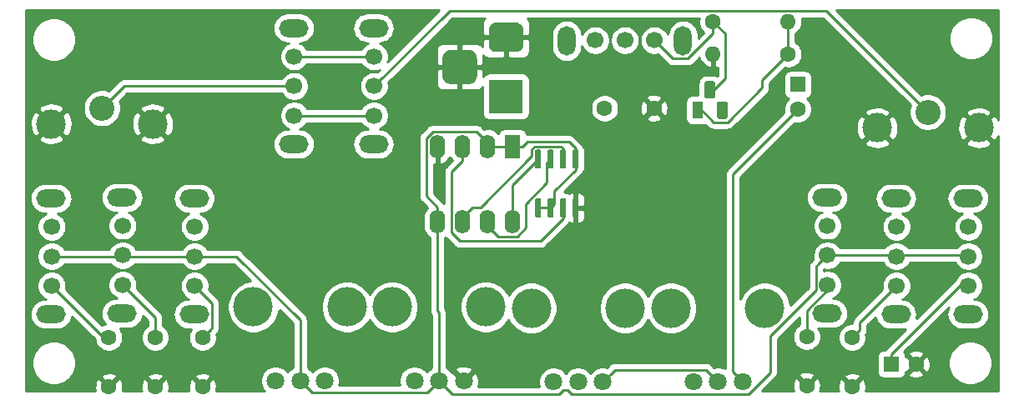
<source format=gbr>
G04 #@! TF.GenerationSoftware,KiCad,Pcbnew,(5.1.4-0-10_14)*
G04 #@! TF.CreationDate,2021-06-29T11:43:56+12:00*
G04 #@! TF.ProjectId,rupter,72757074-6572-42e6-9b69-6361645f7063,rev?*
G04 #@! TF.SameCoordinates,Original*
G04 #@! TF.FileFunction,Copper,L1,Top*
G04 #@! TF.FilePolarity,Positive*
%FSLAX46Y46*%
G04 Gerber Fmt 4.6, Leading zero omitted, Abs format (unit mm)*
G04 Created by KiCad (PCBNEW (5.1.4-0-10_14)) date 2021-06-29 11:43:56*
%MOMM*%
%LPD*%
G04 APERTURE LIST*
%ADD10O,3.000000X1.800000*%
%ADD11C,1.700000*%
%ADD12O,1.600000X1.600000*%
%ADD13C,1.600000*%
%ADD14O,1.800000X3.000000*%
%ADD15R,1.100000X1.800000*%
%ADD16C,0.100000*%
%ADD17C,1.100000*%
%ADD18C,4.000000*%
%ADD19C,1.800000*%
%ADD20R,1.600000X1.600000*%
%ADD21C,3.000000*%
%ADD22C,2.550000*%
%ADD23R,3.500000X3.500000*%
%ADD24C,3.500000*%
%ADD25R,1.600000X2.400000*%
%ADD26O,1.600000X2.400000*%
%ADD27C,0.600000*%
%ADD28C,0.250000*%
%ADD29C,0.254000*%
G04 APERTURE END LIST*
D10*
X127850000Y-52450000D03*
X127850000Y-64250000D03*
D11*
X127900000Y-61350000D03*
X127900000Y-58350000D03*
X127900000Y-55350000D03*
D12*
X170400000Y-55100000D03*
D13*
X178020000Y-55100000D03*
D10*
X181950000Y-69650000D03*
X181950000Y-81450000D03*
D11*
X182000000Y-78550000D03*
X182000000Y-75550000D03*
X182000000Y-72550000D03*
D10*
X117750000Y-69750000D03*
X117750000Y-81550000D03*
D11*
X117800000Y-78650000D03*
X117800000Y-75650000D03*
X117800000Y-72650000D03*
D10*
X110450000Y-69650000D03*
X110450000Y-81450000D03*
D11*
X110500000Y-78550000D03*
X110500000Y-75550000D03*
X110500000Y-72550000D03*
D10*
X103250000Y-69750000D03*
X103250000Y-81550000D03*
D11*
X103300000Y-78650000D03*
X103300000Y-75650000D03*
X103300000Y-72650000D03*
D14*
X155550000Y-53750000D03*
X167350000Y-53750000D03*
D11*
X164450000Y-53700000D03*
X161450000Y-53700000D03*
X158450000Y-53700000D03*
D15*
X168800000Y-60800000D03*
D16*
G36*
X171641955Y-59901324D02*
G01*
X171668650Y-59905284D01*
X171694828Y-59911841D01*
X171720238Y-59920933D01*
X171744634Y-59932472D01*
X171767782Y-59946346D01*
X171789458Y-59962422D01*
X171809454Y-59980546D01*
X171827578Y-60000542D01*
X171843654Y-60022218D01*
X171857528Y-60045366D01*
X171869067Y-60069762D01*
X171878159Y-60095172D01*
X171884716Y-60121350D01*
X171888676Y-60148045D01*
X171890000Y-60175000D01*
X171890000Y-61425000D01*
X171888676Y-61451955D01*
X171884716Y-61478650D01*
X171878159Y-61504828D01*
X171869067Y-61530238D01*
X171857528Y-61554634D01*
X171843654Y-61577782D01*
X171827578Y-61599458D01*
X171809454Y-61619454D01*
X171789458Y-61637578D01*
X171767782Y-61653654D01*
X171744634Y-61667528D01*
X171720238Y-61679067D01*
X171694828Y-61688159D01*
X171668650Y-61694716D01*
X171641955Y-61698676D01*
X171615000Y-61700000D01*
X171065000Y-61700000D01*
X171038045Y-61698676D01*
X171011350Y-61694716D01*
X170985172Y-61688159D01*
X170959762Y-61679067D01*
X170935366Y-61667528D01*
X170912218Y-61653654D01*
X170890542Y-61637578D01*
X170870546Y-61619454D01*
X170852422Y-61599458D01*
X170836346Y-61577782D01*
X170822472Y-61554634D01*
X170810933Y-61530238D01*
X170801841Y-61504828D01*
X170795284Y-61478650D01*
X170791324Y-61451955D01*
X170790000Y-61425000D01*
X170790000Y-60175000D01*
X170791324Y-60148045D01*
X170795284Y-60121350D01*
X170801841Y-60095172D01*
X170810933Y-60069762D01*
X170822472Y-60045366D01*
X170836346Y-60022218D01*
X170852422Y-60000542D01*
X170870546Y-59980546D01*
X170890542Y-59962422D01*
X170912218Y-59946346D01*
X170935366Y-59932472D01*
X170959762Y-59920933D01*
X170985172Y-59911841D01*
X171011350Y-59905284D01*
X171038045Y-59901324D01*
X171065000Y-59900000D01*
X171615000Y-59900000D01*
X171641955Y-59901324D01*
X171641955Y-59901324D01*
G37*
D17*
X171340000Y-60800000D03*
D16*
G36*
X170371955Y-57831324D02*
G01*
X170398650Y-57835284D01*
X170424828Y-57841841D01*
X170450238Y-57850933D01*
X170474634Y-57862472D01*
X170497782Y-57876346D01*
X170519458Y-57892422D01*
X170539454Y-57910546D01*
X170557578Y-57930542D01*
X170573654Y-57952218D01*
X170587528Y-57975366D01*
X170599067Y-57999762D01*
X170608159Y-58025172D01*
X170614716Y-58051350D01*
X170618676Y-58078045D01*
X170620000Y-58105000D01*
X170620000Y-59355000D01*
X170618676Y-59381955D01*
X170614716Y-59408650D01*
X170608159Y-59434828D01*
X170599067Y-59460238D01*
X170587528Y-59484634D01*
X170573654Y-59507782D01*
X170557578Y-59529458D01*
X170539454Y-59549454D01*
X170519458Y-59567578D01*
X170497782Y-59583654D01*
X170474634Y-59597528D01*
X170450238Y-59609067D01*
X170424828Y-59618159D01*
X170398650Y-59624716D01*
X170371955Y-59628676D01*
X170345000Y-59630000D01*
X169795000Y-59630000D01*
X169768045Y-59628676D01*
X169741350Y-59624716D01*
X169715172Y-59618159D01*
X169689762Y-59609067D01*
X169665366Y-59597528D01*
X169642218Y-59583654D01*
X169620542Y-59567578D01*
X169600546Y-59549454D01*
X169582422Y-59529458D01*
X169566346Y-59507782D01*
X169552472Y-59484634D01*
X169540933Y-59460238D01*
X169531841Y-59434828D01*
X169525284Y-59408650D01*
X169521324Y-59381955D01*
X169520000Y-59355000D01*
X169520000Y-58105000D01*
X169521324Y-58078045D01*
X169525284Y-58051350D01*
X169531841Y-58025172D01*
X169540933Y-57999762D01*
X169552472Y-57975366D01*
X169566346Y-57952218D01*
X169582422Y-57930542D01*
X169600546Y-57910546D01*
X169620542Y-57892422D01*
X169642218Y-57876346D01*
X169665366Y-57862472D01*
X169689762Y-57850933D01*
X169715172Y-57841841D01*
X169741350Y-57835284D01*
X169768045Y-57831324D01*
X169795000Y-57830000D01*
X170345000Y-57830000D01*
X170371955Y-57831324D01*
X170371955Y-57831324D01*
G37*
D17*
X170070000Y-58730000D03*
D18*
X161450000Y-80900000D03*
X151950000Y-80900000D03*
D19*
X159200000Y-88400000D03*
X156700000Y-88400000D03*
X154200000Y-88400000D03*
D18*
X175650000Y-80900000D03*
X166150000Y-80900000D03*
D19*
X173400000Y-88400000D03*
X170900000Y-88400000D03*
X168400000Y-88400000D03*
D18*
X133250000Y-80800000D03*
X123750000Y-80800000D03*
D19*
X131000000Y-88300000D03*
X128500000Y-88300000D03*
X126000000Y-88300000D03*
D18*
X147350000Y-80800000D03*
X137850000Y-80800000D03*
D19*
X145100000Y-88300000D03*
X142600000Y-88300000D03*
X140100000Y-88300000D03*
D13*
X179000000Y-60700000D03*
D20*
X179000000Y-58200000D03*
D13*
X179900000Y-83800000D03*
X179900000Y-88800000D03*
X118600000Y-83900000D03*
X118600000Y-88900000D03*
D21*
X187050000Y-62600000D03*
X197350000Y-62600000D03*
D22*
X192200000Y-61000000D03*
D23*
X149400000Y-59400000D03*
D16*
G36*
X150473513Y-51903611D02*
G01*
X150546318Y-51914411D01*
X150617714Y-51932295D01*
X150687013Y-51957090D01*
X150753548Y-51988559D01*
X150816678Y-52026398D01*
X150875795Y-52070242D01*
X150930330Y-52119670D01*
X150979758Y-52174205D01*
X151023602Y-52233322D01*
X151061441Y-52296452D01*
X151092910Y-52362987D01*
X151117705Y-52432286D01*
X151135589Y-52503682D01*
X151146389Y-52576487D01*
X151150000Y-52650000D01*
X151150000Y-54150000D01*
X151146389Y-54223513D01*
X151135589Y-54296318D01*
X151117705Y-54367714D01*
X151092910Y-54437013D01*
X151061441Y-54503548D01*
X151023602Y-54566678D01*
X150979758Y-54625795D01*
X150930330Y-54680330D01*
X150875795Y-54729758D01*
X150816678Y-54773602D01*
X150753548Y-54811441D01*
X150687013Y-54842910D01*
X150617714Y-54867705D01*
X150546318Y-54885589D01*
X150473513Y-54896389D01*
X150400000Y-54900000D01*
X148400000Y-54900000D01*
X148326487Y-54896389D01*
X148253682Y-54885589D01*
X148182286Y-54867705D01*
X148112987Y-54842910D01*
X148046452Y-54811441D01*
X147983322Y-54773602D01*
X147924205Y-54729758D01*
X147869670Y-54680330D01*
X147820242Y-54625795D01*
X147776398Y-54566678D01*
X147738559Y-54503548D01*
X147707090Y-54437013D01*
X147682295Y-54367714D01*
X147664411Y-54296318D01*
X147653611Y-54223513D01*
X147650000Y-54150000D01*
X147650000Y-52650000D01*
X147653611Y-52576487D01*
X147664411Y-52503682D01*
X147682295Y-52432286D01*
X147707090Y-52362987D01*
X147738559Y-52296452D01*
X147776398Y-52233322D01*
X147820242Y-52174205D01*
X147869670Y-52119670D01*
X147924205Y-52070242D01*
X147983322Y-52026398D01*
X148046452Y-51988559D01*
X148112987Y-51957090D01*
X148182286Y-51932295D01*
X148253682Y-51914411D01*
X148326487Y-51903611D01*
X148400000Y-51900000D01*
X150400000Y-51900000D01*
X150473513Y-51903611D01*
X150473513Y-51903611D01*
G37*
D21*
X149400000Y-53400000D03*
D16*
G36*
X145660765Y-54654213D02*
G01*
X145745704Y-54666813D01*
X145828999Y-54687677D01*
X145909848Y-54716605D01*
X145987472Y-54753319D01*
X146061124Y-54797464D01*
X146130094Y-54848616D01*
X146193718Y-54906282D01*
X146251384Y-54969906D01*
X146302536Y-55038876D01*
X146346681Y-55112528D01*
X146383395Y-55190152D01*
X146412323Y-55271001D01*
X146433187Y-55354296D01*
X146445787Y-55439235D01*
X146450000Y-55525000D01*
X146450000Y-57275000D01*
X146445787Y-57360765D01*
X146433187Y-57445704D01*
X146412323Y-57528999D01*
X146383395Y-57609848D01*
X146346681Y-57687472D01*
X146302536Y-57761124D01*
X146251384Y-57830094D01*
X146193718Y-57893718D01*
X146130094Y-57951384D01*
X146061124Y-58002536D01*
X145987472Y-58046681D01*
X145909848Y-58083395D01*
X145828999Y-58112323D01*
X145745704Y-58133187D01*
X145660765Y-58145787D01*
X145575000Y-58150000D01*
X143825000Y-58150000D01*
X143739235Y-58145787D01*
X143654296Y-58133187D01*
X143571001Y-58112323D01*
X143490152Y-58083395D01*
X143412528Y-58046681D01*
X143338876Y-58002536D01*
X143269906Y-57951384D01*
X143206282Y-57893718D01*
X143148616Y-57830094D01*
X143097464Y-57761124D01*
X143053319Y-57687472D01*
X143016605Y-57609848D01*
X142987677Y-57528999D01*
X142966813Y-57445704D01*
X142954213Y-57360765D01*
X142950000Y-57275000D01*
X142950000Y-55525000D01*
X142954213Y-55439235D01*
X142966813Y-55354296D01*
X142987677Y-55271001D01*
X143016605Y-55190152D01*
X143053319Y-55112528D01*
X143097464Y-55038876D01*
X143148616Y-54969906D01*
X143206282Y-54906282D01*
X143269906Y-54848616D01*
X143338876Y-54797464D01*
X143412528Y-54753319D01*
X143490152Y-54716605D01*
X143571001Y-54687677D01*
X143654296Y-54666813D01*
X143739235Y-54654213D01*
X143825000Y-54650000D01*
X145575000Y-54650000D01*
X145660765Y-54654213D01*
X145660765Y-54654213D01*
G37*
D24*
X144700000Y-56400000D03*
D22*
X108400000Y-60600000D03*
D21*
X113550000Y-62200000D03*
X103250000Y-62200000D03*
D13*
X159400000Y-60600000D03*
X164400000Y-60600000D03*
X170400000Y-51800000D03*
D12*
X178020000Y-51800000D03*
D13*
X109100000Y-83900000D03*
X109100000Y-88900000D03*
X113800000Y-88900000D03*
X113800000Y-83900000D03*
D11*
X136000000Y-55350000D03*
X136000000Y-58350000D03*
X136000000Y-61350000D03*
D10*
X135950000Y-64250000D03*
X135950000Y-52450000D03*
D13*
X184500000Y-83900000D03*
X184500000Y-88900000D03*
D20*
X188500000Y-86600000D03*
D13*
X191000000Y-86600000D03*
D11*
X189000000Y-72650000D03*
X189000000Y-75650000D03*
X189000000Y-78650000D03*
D10*
X188950000Y-81550000D03*
X188950000Y-69750000D03*
X196250000Y-69750000D03*
X196250000Y-81550000D03*
D11*
X196300000Y-78650000D03*
X196300000Y-75650000D03*
X196300000Y-72650000D03*
D25*
X150050000Y-64500000D03*
D26*
X142430000Y-72120000D03*
X147510000Y-64500000D03*
X144970000Y-72120000D03*
X144970000Y-64500000D03*
X147510000Y-72120000D03*
X142430000Y-64500000D03*
X150050000Y-72120000D03*
D16*
G36*
X152809703Y-69750722D02*
G01*
X152824264Y-69752882D01*
X152838543Y-69756459D01*
X152852403Y-69761418D01*
X152865710Y-69767712D01*
X152878336Y-69775280D01*
X152890159Y-69784048D01*
X152901066Y-69793934D01*
X152910952Y-69804841D01*
X152919720Y-69816664D01*
X152927288Y-69829290D01*
X152933582Y-69842597D01*
X152938541Y-69856457D01*
X152942118Y-69870736D01*
X152944278Y-69885297D01*
X152945000Y-69900000D01*
X152945000Y-71550000D01*
X152944278Y-71564703D01*
X152942118Y-71579264D01*
X152938541Y-71593543D01*
X152933582Y-71607403D01*
X152927288Y-71620710D01*
X152919720Y-71633336D01*
X152910952Y-71645159D01*
X152901066Y-71656066D01*
X152890159Y-71665952D01*
X152878336Y-71674720D01*
X152865710Y-71682288D01*
X152852403Y-71688582D01*
X152838543Y-71693541D01*
X152824264Y-71697118D01*
X152809703Y-71699278D01*
X152795000Y-71700000D01*
X152495000Y-71700000D01*
X152480297Y-71699278D01*
X152465736Y-71697118D01*
X152451457Y-71693541D01*
X152437597Y-71688582D01*
X152424290Y-71682288D01*
X152411664Y-71674720D01*
X152399841Y-71665952D01*
X152388934Y-71656066D01*
X152379048Y-71645159D01*
X152370280Y-71633336D01*
X152362712Y-71620710D01*
X152356418Y-71607403D01*
X152351459Y-71593543D01*
X152347882Y-71579264D01*
X152345722Y-71564703D01*
X152345000Y-71550000D01*
X152345000Y-69900000D01*
X152345722Y-69885297D01*
X152347882Y-69870736D01*
X152351459Y-69856457D01*
X152356418Y-69842597D01*
X152362712Y-69829290D01*
X152370280Y-69816664D01*
X152379048Y-69804841D01*
X152388934Y-69793934D01*
X152399841Y-69784048D01*
X152411664Y-69775280D01*
X152424290Y-69767712D01*
X152437597Y-69761418D01*
X152451457Y-69756459D01*
X152465736Y-69752882D01*
X152480297Y-69750722D01*
X152495000Y-69750000D01*
X152795000Y-69750000D01*
X152809703Y-69750722D01*
X152809703Y-69750722D01*
G37*
D27*
X152645000Y-70725000D03*
D16*
G36*
X154079703Y-69750722D02*
G01*
X154094264Y-69752882D01*
X154108543Y-69756459D01*
X154122403Y-69761418D01*
X154135710Y-69767712D01*
X154148336Y-69775280D01*
X154160159Y-69784048D01*
X154171066Y-69793934D01*
X154180952Y-69804841D01*
X154189720Y-69816664D01*
X154197288Y-69829290D01*
X154203582Y-69842597D01*
X154208541Y-69856457D01*
X154212118Y-69870736D01*
X154214278Y-69885297D01*
X154215000Y-69900000D01*
X154215000Y-71550000D01*
X154214278Y-71564703D01*
X154212118Y-71579264D01*
X154208541Y-71593543D01*
X154203582Y-71607403D01*
X154197288Y-71620710D01*
X154189720Y-71633336D01*
X154180952Y-71645159D01*
X154171066Y-71656066D01*
X154160159Y-71665952D01*
X154148336Y-71674720D01*
X154135710Y-71682288D01*
X154122403Y-71688582D01*
X154108543Y-71693541D01*
X154094264Y-71697118D01*
X154079703Y-71699278D01*
X154065000Y-71700000D01*
X153765000Y-71700000D01*
X153750297Y-71699278D01*
X153735736Y-71697118D01*
X153721457Y-71693541D01*
X153707597Y-71688582D01*
X153694290Y-71682288D01*
X153681664Y-71674720D01*
X153669841Y-71665952D01*
X153658934Y-71656066D01*
X153649048Y-71645159D01*
X153640280Y-71633336D01*
X153632712Y-71620710D01*
X153626418Y-71607403D01*
X153621459Y-71593543D01*
X153617882Y-71579264D01*
X153615722Y-71564703D01*
X153615000Y-71550000D01*
X153615000Y-69900000D01*
X153615722Y-69885297D01*
X153617882Y-69870736D01*
X153621459Y-69856457D01*
X153626418Y-69842597D01*
X153632712Y-69829290D01*
X153640280Y-69816664D01*
X153649048Y-69804841D01*
X153658934Y-69793934D01*
X153669841Y-69784048D01*
X153681664Y-69775280D01*
X153694290Y-69767712D01*
X153707597Y-69761418D01*
X153721457Y-69756459D01*
X153735736Y-69752882D01*
X153750297Y-69750722D01*
X153765000Y-69750000D01*
X154065000Y-69750000D01*
X154079703Y-69750722D01*
X154079703Y-69750722D01*
G37*
D27*
X153915000Y-70725000D03*
D16*
G36*
X155349703Y-69750722D02*
G01*
X155364264Y-69752882D01*
X155378543Y-69756459D01*
X155392403Y-69761418D01*
X155405710Y-69767712D01*
X155418336Y-69775280D01*
X155430159Y-69784048D01*
X155441066Y-69793934D01*
X155450952Y-69804841D01*
X155459720Y-69816664D01*
X155467288Y-69829290D01*
X155473582Y-69842597D01*
X155478541Y-69856457D01*
X155482118Y-69870736D01*
X155484278Y-69885297D01*
X155485000Y-69900000D01*
X155485000Y-71550000D01*
X155484278Y-71564703D01*
X155482118Y-71579264D01*
X155478541Y-71593543D01*
X155473582Y-71607403D01*
X155467288Y-71620710D01*
X155459720Y-71633336D01*
X155450952Y-71645159D01*
X155441066Y-71656066D01*
X155430159Y-71665952D01*
X155418336Y-71674720D01*
X155405710Y-71682288D01*
X155392403Y-71688582D01*
X155378543Y-71693541D01*
X155364264Y-71697118D01*
X155349703Y-71699278D01*
X155335000Y-71700000D01*
X155035000Y-71700000D01*
X155020297Y-71699278D01*
X155005736Y-71697118D01*
X154991457Y-71693541D01*
X154977597Y-71688582D01*
X154964290Y-71682288D01*
X154951664Y-71674720D01*
X154939841Y-71665952D01*
X154928934Y-71656066D01*
X154919048Y-71645159D01*
X154910280Y-71633336D01*
X154902712Y-71620710D01*
X154896418Y-71607403D01*
X154891459Y-71593543D01*
X154887882Y-71579264D01*
X154885722Y-71564703D01*
X154885000Y-71550000D01*
X154885000Y-69900000D01*
X154885722Y-69885297D01*
X154887882Y-69870736D01*
X154891459Y-69856457D01*
X154896418Y-69842597D01*
X154902712Y-69829290D01*
X154910280Y-69816664D01*
X154919048Y-69804841D01*
X154928934Y-69793934D01*
X154939841Y-69784048D01*
X154951664Y-69775280D01*
X154964290Y-69767712D01*
X154977597Y-69761418D01*
X154991457Y-69756459D01*
X155005736Y-69752882D01*
X155020297Y-69750722D01*
X155035000Y-69750000D01*
X155335000Y-69750000D01*
X155349703Y-69750722D01*
X155349703Y-69750722D01*
G37*
D27*
X155185000Y-70725000D03*
D16*
G36*
X156619703Y-69750722D02*
G01*
X156634264Y-69752882D01*
X156648543Y-69756459D01*
X156662403Y-69761418D01*
X156675710Y-69767712D01*
X156688336Y-69775280D01*
X156700159Y-69784048D01*
X156711066Y-69793934D01*
X156720952Y-69804841D01*
X156729720Y-69816664D01*
X156737288Y-69829290D01*
X156743582Y-69842597D01*
X156748541Y-69856457D01*
X156752118Y-69870736D01*
X156754278Y-69885297D01*
X156755000Y-69900000D01*
X156755000Y-71550000D01*
X156754278Y-71564703D01*
X156752118Y-71579264D01*
X156748541Y-71593543D01*
X156743582Y-71607403D01*
X156737288Y-71620710D01*
X156729720Y-71633336D01*
X156720952Y-71645159D01*
X156711066Y-71656066D01*
X156700159Y-71665952D01*
X156688336Y-71674720D01*
X156675710Y-71682288D01*
X156662403Y-71688582D01*
X156648543Y-71693541D01*
X156634264Y-71697118D01*
X156619703Y-71699278D01*
X156605000Y-71700000D01*
X156305000Y-71700000D01*
X156290297Y-71699278D01*
X156275736Y-71697118D01*
X156261457Y-71693541D01*
X156247597Y-71688582D01*
X156234290Y-71682288D01*
X156221664Y-71674720D01*
X156209841Y-71665952D01*
X156198934Y-71656066D01*
X156189048Y-71645159D01*
X156180280Y-71633336D01*
X156172712Y-71620710D01*
X156166418Y-71607403D01*
X156161459Y-71593543D01*
X156157882Y-71579264D01*
X156155722Y-71564703D01*
X156155000Y-71550000D01*
X156155000Y-69900000D01*
X156155722Y-69885297D01*
X156157882Y-69870736D01*
X156161459Y-69856457D01*
X156166418Y-69842597D01*
X156172712Y-69829290D01*
X156180280Y-69816664D01*
X156189048Y-69804841D01*
X156198934Y-69793934D01*
X156209841Y-69784048D01*
X156221664Y-69775280D01*
X156234290Y-69767712D01*
X156247597Y-69761418D01*
X156261457Y-69756459D01*
X156275736Y-69752882D01*
X156290297Y-69750722D01*
X156305000Y-69750000D01*
X156605000Y-69750000D01*
X156619703Y-69750722D01*
X156619703Y-69750722D01*
G37*
D27*
X156455000Y-70725000D03*
D16*
G36*
X156619703Y-64800722D02*
G01*
X156634264Y-64802882D01*
X156648543Y-64806459D01*
X156662403Y-64811418D01*
X156675710Y-64817712D01*
X156688336Y-64825280D01*
X156700159Y-64834048D01*
X156711066Y-64843934D01*
X156720952Y-64854841D01*
X156729720Y-64866664D01*
X156737288Y-64879290D01*
X156743582Y-64892597D01*
X156748541Y-64906457D01*
X156752118Y-64920736D01*
X156754278Y-64935297D01*
X156755000Y-64950000D01*
X156755000Y-66600000D01*
X156754278Y-66614703D01*
X156752118Y-66629264D01*
X156748541Y-66643543D01*
X156743582Y-66657403D01*
X156737288Y-66670710D01*
X156729720Y-66683336D01*
X156720952Y-66695159D01*
X156711066Y-66706066D01*
X156700159Y-66715952D01*
X156688336Y-66724720D01*
X156675710Y-66732288D01*
X156662403Y-66738582D01*
X156648543Y-66743541D01*
X156634264Y-66747118D01*
X156619703Y-66749278D01*
X156605000Y-66750000D01*
X156305000Y-66750000D01*
X156290297Y-66749278D01*
X156275736Y-66747118D01*
X156261457Y-66743541D01*
X156247597Y-66738582D01*
X156234290Y-66732288D01*
X156221664Y-66724720D01*
X156209841Y-66715952D01*
X156198934Y-66706066D01*
X156189048Y-66695159D01*
X156180280Y-66683336D01*
X156172712Y-66670710D01*
X156166418Y-66657403D01*
X156161459Y-66643543D01*
X156157882Y-66629264D01*
X156155722Y-66614703D01*
X156155000Y-66600000D01*
X156155000Y-64950000D01*
X156155722Y-64935297D01*
X156157882Y-64920736D01*
X156161459Y-64906457D01*
X156166418Y-64892597D01*
X156172712Y-64879290D01*
X156180280Y-64866664D01*
X156189048Y-64854841D01*
X156198934Y-64843934D01*
X156209841Y-64834048D01*
X156221664Y-64825280D01*
X156234290Y-64817712D01*
X156247597Y-64811418D01*
X156261457Y-64806459D01*
X156275736Y-64802882D01*
X156290297Y-64800722D01*
X156305000Y-64800000D01*
X156605000Y-64800000D01*
X156619703Y-64800722D01*
X156619703Y-64800722D01*
G37*
D27*
X156455000Y-65775000D03*
D16*
G36*
X155349703Y-64800722D02*
G01*
X155364264Y-64802882D01*
X155378543Y-64806459D01*
X155392403Y-64811418D01*
X155405710Y-64817712D01*
X155418336Y-64825280D01*
X155430159Y-64834048D01*
X155441066Y-64843934D01*
X155450952Y-64854841D01*
X155459720Y-64866664D01*
X155467288Y-64879290D01*
X155473582Y-64892597D01*
X155478541Y-64906457D01*
X155482118Y-64920736D01*
X155484278Y-64935297D01*
X155485000Y-64950000D01*
X155485000Y-66600000D01*
X155484278Y-66614703D01*
X155482118Y-66629264D01*
X155478541Y-66643543D01*
X155473582Y-66657403D01*
X155467288Y-66670710D01*
X155459720Y-66683336D01*
X155450952Y-66695159D01*
X155441066Y-66706066D01*
X155430159Y-66715952D01*
X155418336Y-66724720D01*
X155405710Y-66732288D01*
X155392403Y-66738582D01*
X155378543Y-66743541D01*
X155364264Y-66747118D01*
X155349703Y-66749278D01*
X155335000Y-66750000D01*
X155035000Y-66750000D01*
X155020297Y-66749278D01*
X155005736Y-66747118D01*
X154991457Y-66743541D01*
X154977597Y-66738582D01*
X154964290Y-66732288D01*
X154951664Y-66724720D01*
X154939841Y-66715952D01*
X154928934Y-66706066D01*
X154919048Y-66695159D01*
X154910280Y-66683336D01*
X154902712Y-66670710D01*
X154896418Y-66657403D01*
X154891459Y-66643543D01*
X154887882Y-66629264D01*
X154885722Y-66614703D01*
X154885000Y-66600000D01*
X154885000Y-64950000D01*
X154885722Y-64935297D01*
X154887882Y-64920736D01*
X154891459Y-64906457D01*
X154896418Y-64892597D01*
X154902712Y-64879290D01*
X154910280Y-64866664D01*
X154919048Y-64854841D01*
X154928934Y-64843934D01*
X154939841Y-64834048D01*
X154951664Y-64825280D01*
X154964290Y-64817712D01*
X154977597Y-64811418D01*
X154991457Y-64806459D01*
X155005736Y-64802882D01*
X155020297Y-64800722D01*
X155035000Y-64800000D01*
X155335000Y-64800000D01*
X155349703Y-64800722D01*
X155349703Y-64800722D01*
G37*
D27*
X155185000Y-65775000D03*
D16*
G36*
X154079703Y-64800722D02*
G01*
X154094264Y-64802882D01*
X154108543Y-64806459D01*
X154122403Y-64811418D01*
X154135710Y-64817712D01*
X154148336Y-64825280D01*
X154160159Y-64834048D01*
X154171066Y-64843934D01*
X154180952Y-64854841D01*
X154189720Y-64866664D01*
X154197288Y-64879290D01*
X154203582Y-64892597D01*
X154208541Y-64906457D01*
X154212118Y-64920736D01*
X154214278Y-64935297D01*
X154215000Y-64950000D01*
X154215000Y-66600000D01*
X154214278Y-66614703D01*
X154212118Y-66629264D01*
X154208541Y-66643543D01*
X154203582Y-66657403D01*
X154197288Y-66670710D01*
X154189720Y-66683336D01*
X154180952Y-66695159D01*
X154171066Y-66706066D01*
X154160159Y-66715952D01*
X154148336Y-66724720D01*
X154135710Y-66732288D01*
X154122403Y-66738582D01*
X154108543Y-66743541D01*
X154094264Y-66747118D01*
X154079703Y-66749278D01*
X154065000Y-66750000D01*
X153765000Y-66750000D01*
X153750297Y-66749278D01*
X153735736Y-66747118D01*
X153721457Y-66743541D01*
X153707597Y-66738582D01*
X153694290Y-66732288D01*
X153681664Y-66724720D01*
X153669841Y-66715952D01*
X153658934Y-66706066D01*
X153649048Y-66695159D01*
X153640280Y-66683336D01*
X153632712Y-66670710D01*
X153626418Y-66657403D01*
X153621459Y-66643543D01*
X153617882Y-66629264D01*
X153615722Y-66614703D01*
X153615000Y-66600000D01*
X153615000Y-64950000D01*
X153615722Y-64935297D01*
X153617882Y-64920736D01*
X153621459Y-64906457D01*
X153626418Y-64892597D01*
X153632712Y-64879290D01*
X153640280Y-64866664D01*
X153649048Y-64854841D01*
X153658934Y-64843934D01*
X153669841Y-64834048D01*
X153681664Y-64825280D01*
X153694290Y-64817712D01*
X153707597Y-64811418D01*
X153721457Y-64806459D01*
X153735736Y-64802882D01*
X153750297Y-64800722D01*
X153765000Y-64800000D01*
X154065000Y-64800000D01*
X154079703Y-64800722D01*
X154079703Y-64800722D01*
G37*
D27*
X153915000Y-65775000D03*
D16*
G36*
X152809703Y-64800722D02*
G01*
X152824264Y-64802882D01*
X152838543Y-64806459D01*
X152852403Y-64811418D01*
X152865710Y-64817712D01*
X152878336Y-64825280D01*
X152890159Y-64834048D01*
X152901066Y-64843934D01*
X152910952Y-64854841D01*
X152919720Y-64866664D01*
X152927288Y-64879290D01*
X152933582Y-64892597D01*
X152938541Y-64906457D01*
X152942118Y-64920736D01*
X152944278Y-64935297D01*
X152945000Y-64950000D01*
X152945000Y-66600000D01*
X152944278Y-66614703D01*
X152942118Y-66629264D01*
X152938541Y-66643543D01*
X152933582Y-66657403D01*
X152927288Y-66670710D01*
X152919720Y-66683336D01*
X152910952Y-66695159D01*
X152901066Y-66706066D01*
X152890159Y-66715952D01*
X152878336Y-66724720D01*
X152865710Y-66732288D01*
X152852403Y-66738582D01*
X152838543Y-66743541D01*
X152824264Y-66747118D01*
X152809703Y-66749278D01*
X152795000Y-66750000D01*
X152495000Y-66750000D01*
X152480297Y-66749278D01*
X152465736Y-66747118D01*
X152451457Y-66743541D01*
X152437597Y-66738582D01*
X152424290Y-66732288D01*
X152411664Y-66724720D01*
X152399841Y-66715952D01*
X152388934Y-66706066D01*
X152379048Y-66695159D01*
X152370280Y-66683336D01*
X152362712Y-66670710D01*
X152356418Y-66657403D01*
X152351459Y-66643543D01*
X152347882Y-66629264D01*
X152345722Y-66614703D01*
X152345000Y-66600000D01*
X152345000Y-64950000D01*
X152345722Y-64935297D01*
X152347882Y-64920736D01*
X152351459Y-64906457D01*
X152356418Y-64892597D01*
X152362712Y-64879290D01*
X152370280Y-64866664D01*
X152379048Y-64854841D01*
X152388934Y-64843934D01*
X152399841Y-64834048D01*
X152411664Y-64825280D01*
X152424290Y-64817712D01*
X152437597Y-64811418D01*
X152451457Y-64806459D01*
X152465736Y-64802882D01*
X152480297Y-64800722D01*
X152495000Y-64800000D01*
X152795000Y-64800000D01*
X152809703Y-64800722D01*
X152809703Y-64800722D01*
G37*
D27*
X152645000Y-65775000D03*
D28*
X182000000Y-79067575D02*
X182000000Y-78550000D01*
X179900000Y-81167575D02*
X182000000Y-79067575D01*
X179900000Y-83800000D02*
X179900000Y-81167575D01*
X178200001Y-61499999D02*
X179000000Y-60700000D01*
X172400000Y-67300000D02*
X178200001Y-61499999D01*
X172400000Y-87400000D02*
X172400000Y-67300000D01*
X173400000Y-88400000D02*
X172400000Y-87400000D01*
X110650000Y-58350000D02*
X127900000Y-58350000D01*
X108400000Y-60600000D02*
X110650000Y-58350000D01*
X127900000Y-55350000D02*
X136000000Y-55350000D01*
X155185000Y-64700000D02*
X155185000Y-65775000D01*
X152298242Y-64474990D02*
X154959990Y-64474990D01*
X146830000Y-70670000D02*
X152019990Y-65480010D01*
X152019990Y-64753242D02*
X152298242Y-64474990D01*
X146020000Y-70670000D02*
X146830000Y-70670000D01*
X154959990Y-64474990D02*
X155185000Y-64700000D01*
X152019990Y-65480010D02*
X152019990Y-64753242D01*
X144970000Y-71720000D02*
X146020000Y-70670000D01*
X144970000Y-72120000D02*
X144970000Y-71720000D01*
X153544290Y-66145710D02*
X153544290Y-68178942D01*
X153544290Y-68178942D02*
X151400000Y-70323232D01*
X153915000Y-65775000D02*
X153544290Y-66145710D01*
X151400000Y-70323232D02*
X151400000Y-72761004D01*
X148635010Y-73645010D02*
X147510000Y-72520000D01*
X147510000Y-72520000D02*
X147510000Y-72120000D01*
X150515994Y-73645010D02*
X148635010Y-73645010D01*
X151400000Y-72761004D02*
X150515994Y-73645010D01*
X127900000Y-61350000D02*
X136000000Y-61350000D01*
X144970000Y-65950000D02*
X144970000Y-64500000D01*
X144695019Y-74095019D02*
X143844990Y-73244990D01*
X143844990Y-73244990D02*
X143844990Y-67075010D01*
X152889980Y-74095019D02*
X144695019Y-74095019D01*
X155185000Y-71800000D02*
X152889980Y-74095019D01*
X143844990Y-67075010D02*
X144970000Y-65950000D01*
X155185000Y-70725000D02*
X155185000Y-71800000D01*
X113800000Y-81850000D02*
X113800000Y-83900000D01*
X110500000Y-78550000D02*
X113800000Y-81850000D01*
X119575010Y-82924990D02*
X119399999Y-83100001D01*
X119575010Y-80425010D02*
X119575010Y-82924990D01*
X119399999Y-83100001D02*
X118600000Y-83900000D01*
X117800000Y-78650000D02*
X119575010Y-80425010D01*
X188150001Y-79499999D02*
X189000000Y-78650000D01*
X185299999Y-82350001D02*
X188150001Y-79499999D01*
X185299999Y-83100001D02*
X185299999Y-82350001D01*
X184500000Y-83900000D02*
X185299999Y-83100001D01*
X141700001Y-89199999D02*
X142600000Y-88300000D01*
X129725001Y-89525001D02*
X141374999Y-89525001D01*
X141374999Y-89525001D02*
X141700001Y-89199999D01*
X128500000Y-88300000D02*
X129725001Y-89525001D01*
X156049990Y-89649990D02*
X173963012Y-89649990D01*
X143925001Y-89625001D02*
X154788001Y-89625001D01*
X155600000Y-89200000D02*
X156049990Y-89649990D01*
X155213002Y-89200000D02*
X155600000Y-89200000D01*
X154788001Y-89625001D02*
X155213002Y-89200000D01*
X142600000Y-88300000D02*
X143925001Y-89625001D01*
X128500000Y-88300000D02*
X128500000Y-82108998D01*
X122041002Y-75650000D02*
X117800000Y-75650000D01*
X128500000Y-82108998D02*
X122041002Y-75650000D01*
X110600000Y-75650000D02*
X110500000Y-75550000D01*
X117800000Y-75650000D02*
X110600000Y-75650000D01*
X110400000Y-75650000D02*
X110500000Y-75550000D01*
X103300000Y-75650000D02*
X110400000Y-75650000D01*
X181150001Y-76399999D02*
X182000000Y-75550000D01*
X180824999Y-76725001D02*
X181150001Y-76399999D01*
X176200000Y-83739000D02*
X180824999Y-79114001D01*
X180824999Y-79114001D02*
X180824999Y-76725001D01*
X176200000Y-87413002D02*
X176200000Y-83739000D01*
X173963012Y-89649990D02*
X176200000Y-87413002D01*
X183202081Y-75550000D02*
X189200000Y-75550000D01*
X182000000Y-75550000D02*
X183202081Y-75550000D01*
X189200000Y-75550000D02*
X196500000Y-75550000D01*
X150050000Y-64500000D02*
X147510000Y-64500000D01*
X152645000Y-70725000D02*
X153915000Y-70725000D01*
X154285710Y-69019290D02*
X156455000Y-66850000D01*
X156455000Y-66850000D02*
X156455000Y-65775000D01*
X154285710Y-70354290D02*
X154285710Y-69019290D01*
X153915000Y-70725000D02*
X154285710Y-70354290D01*
X155779981Y-64024981D02*
X156455000Y-64700000D01*
X156455000Y-64700000D02*
X156455000Y-65775000D01*
X151100000Y-64500000D02*
X151575019Y-64024981D01*
X151575019Y-64024981D02*
X155779981Y-64024981D01*
X150050000Y-64500000D02*
X151100000Y-64500000D01*
X141304990Y-69544990D02*
X142430000Y-70670000D01*
X141304990Y-63634006D02*
X141304990Y-69544990D01*
X142430000Y-70670000D02*
X142430000Y-72120000D01*
X141964006Y-62974990D02*
X141304990Y-63634006D01*
X146384990Y-62974990D02*
X141964006Y-62974990D01*
X147510000Y-64100000D02*
X146384990Y-62974990D01*
X147510000Y-64500000D02*
X147510000Y-64100000D01*
X142600000Y-81390000D02*
X142430000Y-81220000D01*
X142430000Y-81220000D02*
X142430000Y-72120000D01*
X142600000Y-88300000D02*
X142600000Y-81390000D01*
X108550000Y-83900000D02*
X109100000Y-83900000D01*
X103300000Y-78650000D02*
X108550000Y-83900000D01*
X150050000Y-68370000D02*
X150050000Y-72120000D01*
X152645000Y-65775000D02*
X150050000Y-68370000D01*
X171863534Y-62025010D02*
X170425010Y-62025010D01*
X175400000Y-58488544D02*
X171863534Y-62025010D01*
X170425010Y-62025010D02*
X168800000Y-60400000D01*
X175400000Y-57720000D02*
X178020000Y-55100000D01*
X175400000Y-58488544D02*
X175400000Y-57720000D01*
X178020000Y-53968630D02*
X178020000Y-51800000D01*
X178020000Y-55100000D02*
X178020000Y-53968630D01*
X171600000Y-57600000D02*
X170070000Y-59130000D01*
X171600000Y-53000000D02*
X171600000Y-57600000D01*
X170400000Y-51800000D02*
X171600000Y-53000000D01*
X167857415Y-55575010D02*
X170400000Y-53032425D01*
X166325010Y-55575010D02*
X167857415Y-55575010D01*
X170400000Y-52789949D02*
X170400000Y-51800000D01*
X170400000Y-53032425D02*
X170400000Y-52789949D01*
X164450000Y-53700000D02*
X166325010Y-55575010D01*
X160099999Y-87500001D02*
X159200000Y-88400000D01*
X160425001Y-87174999D02*
X160099999Y-87500001D01*
X169674999Y-87174999D02*
X160425001Y-87174999D01*
X170900000Y-88400000D02*
X169674999Y-87174999D01*
X143675001Y-50674999D02*
X136000000Y-58350000D01*
X181874999Y-50674999D02*
X143675001Y-50674999D01*
X192200000Y-61000000D02*
X181874999Y-50674999D01*
X188500000Y-85550000D02*
X195400000Y-78650000D01*
X195400000Y-78650000D02*
X196300000Y-78650000D01*
X188500000Y-86600000D02*
X188500000Y-85550000D01*
D29*
G36*
X137382601Y-55892598D02*
G01*
X137427932Y-55783158D01*
X137485000Y-55496260D01*
X137485000Y-55203740D01*
X137427932Y-54916842D01*
X137315990Y-54646589D01*
X137153475Y-54403368D01*
X136946632Y-54196525D01*
X136703411Y-54034010D01*
X136585090Y-53985000D01*
X136625408Y-53985000D01*
X136850913Y-53962790D01*
X137140261Y-53875017D01*
X137406927Y-53732481D01*
X137640661Y-53540661D01*
X137832481Y-53306927D01*
X137975017Y-53040261D01*
X138062790Y-52750913D01*
X138092427Y-52450000D01*
X138062790Y-52149087D01*
X137975017Y-51859739D01*
X137832481Y-51593073D01*
X137640661Y-51359339D01*
X137406927Y-51167519D01*
X137140261Y-51024983D01*
X136850913Y-50937210D01*
X136625408Y-50915000D01*
X135274592Y-50915000D01*
X135049087Y-50937210D01*
X134759739Y-51024983D01*
X134493073Y-51167519D01*
X134259339Y-51359339D01*
X134067519Y-51593073D01*
X133924983Y-51859739D01*
X133837210Y-52149087D01*
X133807573Y-52450000D01*
X133837210Y-52750913D01*
X133924983Y-53040261D01*
X134067519Y-53306927D01*
X134259339Y-53540661D01*
X134493073Y-53732481D01*
X134759739Y-53875017D01*
X135049087Y-53962790D01*
X135274592Y-53985000D01*
X135414910Y-53985000D01*
X135296589Y-54034010D01*
X135053368Y-54196525D01*
X134846525Y-54403368D01*
X134721822Y-54590000D01*
X129178178Y-54590000D01*
X129053475Y-54403368D01*
X128846632Y-54196525D01*
X128603411Y-54034010D01*
X128485090Y-53985000D01*
X128525408Y-53985000D01*
X128750913Y-53962790D01*
X129040261Y-53875017D01*
X129306927Y-53732481D01*
X129540661Y-53540661D01*
X129732481Y-53306927D01*
X129875017Y-53040261D01*
X129962790Y-52750913D01*
X129992427Y-52450000D01*
X129962790Y-52149087D01*
X129875017Y-51859739D01*
X129732481Y-51593073D01*
X129540661Y-51359339D01*
X129306927Y-51167519D01*
X129040261Y-51024983D01*
X128750913Y-50937210D01*
X128525408Y-50915000D01*
X127174592Y-50915000D01*
X126949087Y-50937210D01*
X126659739Y-51024983D01*
X126393073Y-51167519D01*
X126159339Y-51359339D01*
X125967519Y-51593073D01*
X125824983Y-51859739D01*
X125737210Y-52149087D01*
X125707573Y-52450000D01*
X125737210Y-52750913D01*
X125824983Y-53040261D01*
X125967519Y-53306927D01*
X126159339Y-53540661D01*
X126393073Y-53732481D01*
X126659739Y-53875017D01*
X126949087Y-53962790D01*
X127174592Y-53985000D01*
X127314910Y-53985000D01*
X127196589Y-54034010D01*
X126953368Y-54196525D01*
X126746525Y-54403368D01*
X126584010Y-54646589D01*
X126472068Y-54916842D01*
X126415000Y-55203740D01*
X126415000Y-55496260D01*
X126472068Y-55783158D01*
X126584010Y-56053411D01*
X126746525Y-56296632D01*
X126953368Y-56503475D01*
X127196589Y-56665990D01*
X127466842Y-56777932D01*
X127753740Y-56835000D01*
X128046260Y-56835000D01*
X128333158Y-56777932D01*
X128603411Y-56665990D01*
X128846632Y-56503475D01*
X129053475Y-56296632D01*
X129178178Y-56110000D01*
X134721822Y-56110000D01*
X134846525Y-56296632D01*
X135053368Y-56503475D01*
X135296589Y-56665990D01*
X135566842Y-56777932D01*
X135853740Y-56835000D01*
X136146260Y-56835000D01*
X136433158Y-56777932D01*
X136542598Y-56732601D01*
X136366408Y-56908791D01*
X136146260Y-56865000D01*
X135853740Y-56865000D01*
X135566842Y-56922068D01*
X135296589Y-57034010D01*
X135053368Y-57196525D01*
X134846525Y-57403368D01*
X134684010Y-57646589D01*
X134572068Y-57916842D01*
X134515000Y-58203740D01*
X134515000Y-58496260D01*
X134572068Y-58783158D01*
X134684010Y-59053411D01*
X134846525Y-59296632D01*
X135053368Y-59503475D01*
X135296589Y-59665990D01*
X135566842Y-59777932D01*
X135853740Y-59835000D01*
X136146260Y-59835000D01*
X136433158Y-59777932D01*
X136703411Y-59665990D01*
X136946632Y-59503475D01*
X137153475Y-59296632D01*
X137315990Y-59053411D01*
X137427932Y-58783158D01*
X137485000Y-58496260D01*
X137485000Y-58203740D01*
X137474311Y-58150000D01*
X142311928Y-58150000D01*
X142324188Y-58274482D01*
X142360498Y-58394180D01*
X142419463Y-58504494D01*
X142498815Y-58601185D01*
X142595506Y-58680537D01*
X142705820Y-58739502D01*
X142825518Y-58775812D01*
X142950000Y-58788072D01*
X144414250Y-58785000D01*
X144573000Y-58626250D01*
X144573000Y-56527000D01*
X144827000Y-56527000D01*
X144827000Y-58626250D01*
X144985750Y-58785000D01*
X146450000Y-58788072D01*
X146574482Y-58775812D01*
X146694180Y-58739502D01*
X146804494Y-58680537D01*
X146901185Y-58601185D01*
X146980537Y-58504494D01*
X147011928Y-58445767D01*
X147011928Y-61150000D01*
X147024188Y-61274482D01*
X147060498Y-61394180D01*
X147119463Y-61504494D01*
X147198815Y-61601185D01*
X147295506Y-61680537D01*
X147405820Y-61739502D01*
X147525518Y-61775812D01*
X147650000Y-61788072D01*
X151150000Y-61788072D01*
X151274482Y-61775812D01*
X151394180Y-61739502D01*
X151504494Y-61680537D01*
X151601185Y-61601185D01*
X151680537Y-61504494D01*
X151739502Y-61394180D01*
X151775812Y-61274482D01*
X151788072Y-61150000D01*
X151788072Y-60458665D01*
X157965000Y-60458665D01*
X157965000Y-60741335D01*
X158020147Y-61018574D01*
X158128320Y-61279727D01*
X158285363Y-61514759D01*
X158485241Y-61714637D01*
X158720273Y-61871680D01*
X158981426Y-61979853D01*
X159258665Y-62035000D01*
X159541335Y-62035000D01*
X159818574Y-61979853D01*
X160079727Y-61871680D01*
X160314759Y-61714637D01*
X160436694Y-61592702D01*
X163586903Y-61592702D01*
X163658486Y-61836671D01*
X163913996Y-61957571D01*
X164188184Y-62026300D01*
X164470512Y-62040217D01*
X164750130Y-61998787D01*
X165016292Y-61903603D01*
X165141514Y-61836671D01*
X165213097Y-61592702D01*
X164400000Y-60779605D01*
X163586903Y-61592702D01*
X160436694Y-61592702D01*
X160514637Y-61514759D01*
X160671680Y-61279727D01*
X160779853Y-61018574D01*
X160835000Y-60741335D01*
X160835000Y-60670512D01*
X162959783Y-60670512D01*
X163001213Y-60950130D01*
X163096397Y-61216292D01*
X163163329Y-61341514D01*
X163407298Y-61413097D01*
X164220395Y-60600000D01*
X164579605Y-60600000D01*
X165392702Y-61413097D01*
X165636671Y-61341514D01*
X165757571Y-61086004D01*
X165826300Y-60811816D01*
X165840217Y-60529488D01*
X165798787Y-60249870D01*
X165703603Y-59983708D01*
X165636671Y-59858486D01*
X165392702Y-59786903D01*
X164579605Y-60600000D01*
X164220395Y-60600000D01*
X163407298Y-59786903D01*
X163163329Y-59858486D01*
X163042429Y-60113996D01*
X162973700Y-60388184D01*
X162959783Y-60670512D01*
X160835000Y-60670512D01*
X160835000Y-60458665D01*
X160779853Y-60181426D01*
X160671680Y-59920273D01*
X160514637Y-59685241D01*
X160436694Y-59607298D01*
X163586903Y-59607298D01*
X164400000Y-60420395D01*
X165213097Y-59607298D01*
X165141514Y-59363329D01*
X164886004Y-59242429D01*
X164611816Y-59173700D01*
X164329488Y-59159783D01*
X164049870Y-59201213D01*
X163783708Y-59296397D01*
X163658486Y-59363329D01*
X163586903Y-59607298D01*
X160436694Y-59607298D01*
X160314759Y-59485363D01*
X160079727Y-59328320D01*
X159818574Y-59220147D01*
X159541335Y-59165000D01*
X159258665Y-59165000D01*
X158981426Y-59220147D01*
X158720273Y-59328320D01*
X158485241Y-59485363D01*
X158285363Y-59685241D01*
X158128320Y-59920273D01*
X158020147Y-60181426D01*
X157965000Y-60458665D01*
X151788072Y-60458665D01*
X151788072Y-57650000D01*
X151775812Y-57525518D01*
X151739502Y-57405820D01*
X151680537Y-57295506D01*
X151601185Y-57198815D01*
X151504494Y-57119463D01*
X151394180Y-57060498D01*
X151274482Y-57024188D01*
X151150000Y-57011928D01*
X147650000Y-57011928D01*
X147525518Y-57024188D01*
X147405820Y-57060498D01*
X147295506Y-57119463D01*
X147198815Y-57198815D01*
X147119463Y-57295506D01*
X147086409Y-57357345D01*
X147085000Y-56685750D01*
X146926250Y-56527000D01*
X144827000Y-56527000D01*
X144573000Y-56527000D01*
X142473750Y-56527000D01*
X142315000Y-56685750D01*
X142311928Y-58150000D01*
X137474311Y-58150000D01*
X137441209Y-57983592D01*
X140774801Y-54650000D01*
X142311928Y-54650000D01*
X142315000Y-56114250D01*
X142473750Y-56273000D01*
X144573000Y-56273000D01*
X144573000Y-54173750D01*
X144827000Y-54173750D01*
X144827000Y-56273000D01*
X146926250Y-56273000D01*
X147085000Y-56114250D01*
X147086931Y-55193633D01*
X147119463Y-55254494D01*
X147198815Y-55351185D01*
X147295506Y-55430537D01*
X147405820Y-55489502D01*
X147525518Y-55525812D01*
X147650000Y-55538072D01*
X149114250Y-55535000D01*
X149273000Y-55376250D01*
X149273000Y-53527000D01*
X149527000Y-53527000D01*
X149527000Y-55376250D01*
X149685750Y-55535000D01*
X151150000Y-55538072D01*
X151274482Y-55525812D01*
X151394180Y-55489502D01*
X151504494Y-55430537D01*
X151601185Y-55351185D01*
X151680537Y-55254494D01*
X151739502Y-55144180D01*
X151775812Y-55024482D01*
X151788072Y-54900000D01*
X151785000Y-53685750D01*
X151626250Y-53527000D01*
X149527000Y-53527000D01*
X149273000Y-53527000D01*
X147173750Y-53527000D01*
X147015000Y-53685750D01*
X147013302Y-54356805D01*
X146980537Y-54295506D01*
X146901185Y-54198815D01*
X146804494Y-54119463D01*
X146694180Y-54060498D01*
X146574482Y-54024188D01*
X146450000Y-54011928D01*
X144985750Y-54015000D01*
X144827000Y-54173750D01*
X144573000Y-54173750D01*
X144414250Y-54015000D01*
X142950000Y-54011928D01*
X142825518Y-54024188D01*
X142705820Y-54060498D01*
X142595506Y-54119463D01*
X142498815Y-54198815D01*
X142419463Y-54295506D01*
X142360498Y-54405820D01*
X142324188Y-54525518D01*
X142311928Y-54650000D01*
X140774801Y-54650000D01*
X143989803Y-51434999D01*
X147215650Y-51434999D01*
X147198815Y-51448815D01*
X147119463Y-51545506D01*
X147060498Y-51655820D01*
X147024188Y-51775518D01*
X147011928Y-51900000D01*
X147015000Y-53114250D01*
X147173750Y-53273000D01*
X149273000Y-53273000D01*
X149273000Y-53253000D01*
X149527000Y-53253000D01*
X149527000Y-53273000D01*
X151626250Y-53273000D01*
X151785000Y-53114250D01*
X151785100Y-53074593D01*
X154015000Y-53074593D01*
X154015000Y-54425408D01*
X154037210Y-54650913D01*
X154124983Y-54940261D01*
X154267520Y-55206927D01*
X154459340Y-55440661D01*
X154693074Y-55632481D01*
X154959740Y-55775017D01*
X155249088Y-55862790D01*
X155550000Y-55892427D01*
X155850913Y-55862790D01*
X156140261Y-55775017D01*
X156406927Y-55632481D01*
X156640661Y-55440661D01*
X156832481Y-55206927D01*
X156975017Y-54940261D01*
X157062790Y-54650913D01*
X157085000Y-54425408D01*
X157085000Y-54285090D01*
X157134010Y-54403411D01*
X157296525Y-54646632D01*
X157503368Y-54853475D01*
X157746589Y-55015990D01*
X158016842Y-55127932D01*
X158303740Y-55185000D01*
X158596260Y-55185000D01*
X158883158Y-55127932D01*
X159153411Y-55015990D01*
X159396632Y-54853475D01*
X159603475Y-54646632D01*
X159765990Y-54403411D01*
X159877932Y-54133158D01*
X159935000Y-53846260D01*
X159935000Y-53553740D01*
X159965000Y-53553740D01*
X159965000Y-53846260D01*
X160022068Y-54133158D01*
X160134010Y-54403411D01*
X160296525Y-54646632D01*
X160503368Y-54853475D01*
X160746589Y-55015990D01*
X161016842Y-55127932D01*
X161303740Y-55185000D01*
X161596260Y-55185000D01*
X161883158Y-55127932D01*
X162153411Y-55015990D01*
X162396632Y-54853475D01*
X162603475Y-54646632D01*
X162765990Y-54403411D01*
X162877932Y-54133158D01*
X162935000Y-53846260D01*
X162935000Y-53553740D01*
X162877932Y-53266842D01*
X162765990Y-52996589D01*
X162603475Y-52753368D01*
X162396632Y-52546525D01*
X162153411Y-52384010D01*
X161883158Y-52272068D01*
X161596260Y-52215000D01*
X161303740Y-52215000D01*
X161016842Y-52272068D01*
X160746589Y-52384010D01*
X160503368Y-52546525D01*
X160296525Y-52753368D01*
X160134010Y-52996589D01*
X160022068Y-53266842D01*
X159965000Y-53553740D01*
X159935000Y-53553740D01*
X159877932Y-53266842D01*
X159765990Y-52996589D01*
X159603475Y-52753368D01*
X159396632Y-52546525D01*
X159153411Y-52384010D01*
X158883158Y-52272068D01*
X158596260Y-52215000D01*
X158303740Y-52215000D01*
X158016842Y-52272068D01*
X157746589Y-52384010D01*
X157503368Y-52546525D01*
X157296525Y-52753368D01*
X157134010Y-52996589D01*
X157085000Y-53114910D01*
X157085000Y-53074592D01*
X157062790Y-52849087D01*
X156975017Y-52559739D01*
X156832481Y-52293073D01*
X156640661Y-52059339D01*
X156406926Y-51867519D01*
X156140260Y-51724983D01*
X155850912Y-51637210D01*
X155550000Y-51607573D01*
X155249087Y-51637210D01*
X154959739Y-51724983D01*
X154693073Y-51867519D01*
X154459339Y-52059339D01*
X154267519Y-52293074D01*
X154124983Y-52559740D01*
X154037210Y-52849088D01*
X154015000Y-53074593D01*
X151785100Y-53074593D01*
X151788072Y-51900000D01*
X151775812Y-51775518D01*
X151739502Y-51655820D01*
X151680537Y-51545506D01*
X151601185Y-51448815D01*
X151584350Y-51434999D01*
X169009491Y-51434999D01*
X168965000Y-51658665D01*
X168965000Y-51941335D01*
X169020147Y-52218574D01*
X169128320Y-52479727D01*
X169285363Y-52714759D01*
X169464114Y-52893510D01*
X168885000Y-53472623D01*
X168885000Y-53074592D01*
X168862790Y-52849087D01*
X168775017Y-52559739D01*
X168632481Y-52293073D01*
X168440661Y-52059339D01*
X168206926Y-51867519D01*
X167940260Y-51724983D01*
X167650912Y-51637210D01*
X167350000Y-51607573D01*
X167049087Y-51637210D01*
X166759739Y-51724983D01*
X166493073Y-51867519D01*
X166259339Y-52059339D01*
X166067519Y-52293074D01*
X165924983Y-52559740D01*
X165837210Y-52849088D01*
X165815000Y-53074593D01*
X165815000Y-53114910D01*
X165765990Y-52996589D01*
X165603475Y-52753368D01*
X165396632Y-52546525D01*
X165153411Y-52384010D01*
X164883158Y-52272068D01*
X164596260Y-52215000D01*
X164303740Y-52215000D01*
X164016842Y-52272068D01*
X163746589Y-52384010D01*
X163503368Y-52546525D01*
X163296525Y-52753368D01*
X163134010Y-52996589D01*
X163022068Y-53266842D01*
X162965000Y-53553740D01*
X162965000Y-53846260D01*
X163022068Y-54133158D01*
X163134010Y-54403411D01*
X163296525Y-54646632D01*
X163503368Y-54853475D01*
X163746589Y-55015990D01*
X164016842Y-55127932D01*
X164303740Y-55185000D01*
X164596260Y-55185000D01*
X164816408Y-55141209D01*
X165761211Y-56086013D01*
X165785009Y-56115011D01*
X165814007Y-56138809D01*
X165900734Y-56209984D01*
X166032763Y-56280556D01*
X166176024Y-56324013D01*
X166325010Y-56338687D01*
X166362343Y-56335010D01*
X167820093Y-56335010D01*
X167857415Y-56338686D01*
X167894737Y-56335010D01*
X167894748Y-56335010D01*
X168006401Y-56324013D01*
X168149662Y-56280556D01*
X168281691Y-56209984D01*
X168397416Y-56115011D01*
X168421219Y-56086007D01*
X169019753Y-55487473D01*
X169048754Y-55583087D01*
X169168963Y-55837420D01*
X169336481Y-56063414D01*
X169544869Y-56252385D01*
X169786119Y-56397070D01*
X170050960Y-56491909D01*
X170273000Y-56370624D01*
X170273000Y-55227000D01*
X170253000Y-55227000D01*
X170253000Y-54973000D01*
X170273000Y-54973000D01*
X170273000Y-54953000D01*
X170527000Y-54953000D01*
X170527000Y-54973000D01*
X170547000Y-54973000D01*
X170547000Y-55227000D01*
X170527000Y-55227000D01*
X170527000Y-56370624D01*
X170749040Y-56491909D01*
X170840001Y-56459336D01*
X170840001Y-57285197D01*
X170804778Y-57320420D01*
X170694418Y-57261431D01*
X170523132Y-57209472D01*
X170345000Y-57191928D01*
X169795000Y-57191928D01*
X169616868Y-57209472D01*
X169445582Y-57261431D01*
X169287724Y-57345808D01*
X169149361Y-57459361D01*
X169035808Y-57597724D01*
X168951431Y-57755582D01*
X168899472Y-57926868D01*
X168881928Y-58105000D01*
X168881928Y-59261928D01*
X168250000Y-59261928D01*
X168125518Y-59274188D01*
X168005820Y-59310498D01*
X167895506Y-59369463D01*
X167798815Y-59448815D01*
X167719463Y-59545506D01*
X167660498Y-59655820D01*
X167624188Y-59775518D01*
X167611928Y-59900000D01*
X167611928Y-61700000D01*
X167624188Y-61824482D01*
X167660498Y-61944180D01*
X167719463Y-62054494D01*
X167798815Y-62151185D01*
X167895506Y-62230537D01*
X168005820Y-62289502D01*
X168125518Y-62325812D01*
X168250000Y-62338072D01*
X169350000Y-62338072D01*
X169474482Y-62325812D01*
X169594180Y-62289502D01*
X169607552Y-62282354D01*
X169861211Y-62536013D01*
X169885009Y-62565011D01*
X170000734Y-62659984D01*
X170132763Y-62730556D01*
X170276024Y-62774013D01*
X170387677Y-62785010D01*
X170387686Y-62785010D01*
X170425009Y-62788686D01*
X170462332Y-62785010D01*
X171826212Y-62785010D01*
X171863534Y-62788686D01*
X171900856Y-62785010D01*
X171900867Y-62785010D01*
X172012520Y-62774013D01*
X172155781Y-62730556D01*
X172287810Y-62659984D01*
X172403535Y-62565011D01*
X172427338Y-62536007D01*
X175911004Y-59052342D01*
X175940001Y-59028545D01*
X176034974Y-58912820D01*
X176105546Y-58780791D01*
X176149003Y-58637530D01*
X176160000Y-58525877D01*
X176160000Y-58525868D01*
X176163676Y-58488545D01*
X176160000Y-58451222D01*
X176160000Y-58034801D01*
X177696114Y-56498688D01*
X177878665Y-56535000D01*
X178161335Y-56535000D01*
X178438574Y-56479853D01*
X178699727Y-56371680D01*
X178934759Y-56214637D01*
X179134637Y-56014759D01*
X179291680Y-55779727D01*
X179399853Y-55518574D01*
X179455000Y-55241335D01*
X179455000Y-54958665D01*
X179399853Y-54681426D01*
X179291680Y-54420273D01*
X179134637Y-54185241D01*
X178934759Y-53985363D01*
X178780000Y-53881957D01*
X178780000Y-53020901D01*
X178821101Y-52998932D01*
X179039608Y-52819608D01*
X179218932Y-52601101D01*
X179352182Y-52351808D01*
X179434236Y-52081309D01*
X179461943Y-51800000D01*
X179434236Y-51518691D01*
X179408849Y-51434999D01*
X181560198Y-51434999D01*
X190423347Y-60298149D01*
X190363400Y-60442873D01*
X190290000Y-60811881D01*
X190290000Y-61188119D01*
X190363400Y-61557127D01*
X190507380Y-61904724D01*
X190716406Y-62217554D01*
X190982446Y-62483594D01*
X191295276Y-62692620D01*
X191642873Y-62836600D01*
X192011881Y-62910000D01*
X192388119Y-62910000D01*
X192757127Y-62836600D01*
X193104724Y-62692620D01*
X193179249Y-62642824D01*
X195205098Y-62642824D01*
X195254666Y-63060451D01*
X195384757Y-63460383D01*
X195542786Y-63756038D01*
X195858347Y-63912048D01*
X197170395Y-62600000D01*
X195858347Y-61287952D01*
X195542786Y-61443962D01*
X195351980Y-61818745D01*
X195237956Y-62223551D01*
X195205098Y-62642824D01*
X193179249Y-62642824D01*
X193417554Y-62483594D01*
X193683594Y-62217554D01*
X193892620Y-61904724D01*
X194036600Y-61557127D01*
X194110000Y-61188119D01*
X194110000Y-61108347D01*
X196037952Y-61108347D01*
X197350000Y-62420395D01*
X198662048Y-61108347D01*
X198506038Y-60792786D01*
X198131255Y-60601980D01*
X197726449Y-60487956D01*
X197307176Y-60455098D01*
X196889549Y-60504666D01*
X196489617Y-60634757D01*
X196193962Y-60792786D01*
X196037952Y-61108347D01*
X194110000Y-61108347D01*
X194110000Y-60811881D01*
X194036600Y-60442873D01*
X193892620Y-60095276D01*
X193683594Y-59782446D01*
X193417554Y-59516406D01*
X193104724Y-59307380D01*
X192757127Y-59163400D01*
X192388119Y-59090000D01*
X192011881Y-59090000D01*
X191642873Y-59163400D01*
X191498149Y-59223347D01*
X185554674Y-53279872D01*
X194365000Y-53279872D01*
X194365000Y-53720128D01*
X194450890Y-54151925D01*
X194619369Y-54558669D01*
X194863962Y-54924729D01*
X195175271Y-55236038D01*
X195541331Y-55480631D01*
X195948075Y-55649110D01*
X196379872Y-55735000D01*
X196820128Y-55735000D01*
X197251925Y-55649110D01*
X197658669Y-55480631D01*
X198024729Y-55236038D01*
X198336038Y-54924729D01*
X198580631Y-54558669D01*
X198749110Y-54151925D01*
X198835000Y-53720128D01*
X198835000Y-53279872D01*
X198749110Y-52848075D01*
X198580631Y-52441331D01*
X198336038Y-52075271D01*
X198024729Y-51763962D01*
X197658669Y-51519369D01*
X197251925Y-51350890D01*
X196820128Y-51265000D01*
X196379872Y-51265000D01*
X195948075Y-51350890D01*
X195541331Y-51519369D01*
X195175271Y-51763962D01*
X194863962Y-52075271D01*
X194619369Y-52441331D01*
X194450890Y-52848075D01*
X194365000Y-53279872D01*
X185554674Y-53279872D01*
X182934801Y-50660000D01*
X199340000Y-50660000D01*
X199340000Y-61815727D01*
X199315243Y-61739617D01*
X199157214Y-61443962D01*
X198841653Y-61287952D01*
X197529605Y-62600000D01*
X198841653Y-63912048D01*
X199157214Y-63756038D01*
X199340000Y-63397007D01*
X199340001Y-89340000D01*
X185869103Y-89340000D01*
X185926300Y-89111816D01*
X185940217Y-88829488D01*
X185898787Y-88549870D01*
X185803603Y-88283708D01*
X185736671Y-88158486D01*
X185492702Y-88086903D01*
X184679605Y-88900000D01*
X184693748Y-88914143D01*
X184514143Y-89093748D01*
X184500000Y-89079605D01*
X184485858Y-89093748D01*
X184306253Y-88914143D01*
X184320395Y-88900000D01*
X183507298Y-88086903D01*
X183263329Y-88158486D01*
X183142429Y-88413996D01*
X183073700Y-88688184D01*
X183059783Y-88970512D01*
X183101213Y-89250130D01*
X183133352Y-89340000D01*
X181232022Y-89340000D01*
X181257571Y-89286004D01*
X181326300Y-89011816D01*
X181340217Y-88729488D01*
X181298787Y-88449870D01*
X181203603Y-88183708D01*
X181136671Y-88058486D01*
X180892702Y-87986903D01*
X180079605Y-88800000D01*
X180093748Y-88814143D01*
X179914143Y-88993748D01*
X179900000Y-88979605D01*
X179885858Y-88993748D01*
X179706253Y-88814143D01*
X179720395Y-88800000D01*
X178907298Y-87986903D01*
X178663329Y-88058486D01*
X178542429Y-88313996D01*
X178473700Y-88588184D01*
X178459783Y-88870512D01*
X178501213Y-89150130D01*
X178569114Y-89340000D01*
X175347803Y-89340000D01*
X176711004Y-87976800D01*
X176740001Y-87953003D01*
X176834974Y-87837278D01*
X176850998Y-87807298D01*
X179086903Y-87807298D01*
X179900000Y-88620395D01*
X180613097Y-87907298D01*
X183686903Y-87907298D01*
X184500000Y-88720395D01*
X185313097Y-87907298D01*
X185241514Y-87663329D01*
X184986004Y-87542429D01*
X184711816Y-87473700D01*
X184429488Y-87459783D01*
X184149870Y-87501213D01*
X183883708Y-87596397D01*
X183758486Y-87663329D01*
X183686903Y-87907298D01*
X180613097Y-87907298D01*
X180713097Y-87807298D01*
X180641514Y-87563329D01*
X180386004Y-87442429D01*
X180111816Y-87373700D01*
X179829488Y-87359783D01*
X179549870Y-87401213D01*
X179283708Y-87496397D01*
X179158486Y-87563329D01*
X179086903Y-87807298D01*
X176850998Y-87807298D01*
X176905546Y-87705249D01*
X176949003Y-87561988D01*
X176960000Y-87450335D01*
X176960000Y-87450327D01*
X176963676Y-87413002D01*
X176960000Y-87375677D01*
X176960000Y-84053801D01*
X179140001Y-81873801D01*
X179140000Y-82581956D01*
X178985241Y-82685363D01*
X178785363Y-82885241D01*
X178628320Y-83120273D01*
X178520147Y-83381426D01*
X178465000Y-83658665D01*
X178465000Y-83941335D01*
X178520147Y-84218574D01*
X178628320Y-84479727D01*
X178785363Y-84714759D01*
X178985241Y-84914637D01*
X179220273Y-85071680D01*
X179481426Y-85179853D01*
X179758665Y-85235000D01*
X180041335Y-85235000D01*
X180318574Y-85179853D01*
X180579727Y-85071680D01*
X180814759Y-84914637D01*
X181014637Y-84714759D01*
X181171680Y-84479727D01*
X181279853Y-84218574D01*
X181335000Y-83941335D01*
X181335000Y-83758665D01*
X183065000Y-83758665D01*
X183065000Y-84041335D01*
X183120147Y-84318574D01*
X183228320Y-84579727D01*
X183385363Y-84814759D01*
X183585241Y-85014637D01*
X183820273Y-85171680D01*
X184081426Y-85279853D01*
X184358665Y-85335000D01*
X184641335Y-85335000D01*
X184918574Y-85279853D01*
X185179727Y-85171680D01*
X185414759Y-85014637D01*
X185614637Y-84814759D01*
X185771680Y-84579727D01*
X185879853Y-84318574D01*
X185935000Y-84041335D01*
X185935000Y-83758665D01*
X185897467Y-83569978D01*
X185934972Y-83524278D01*
X185934973Y-83524277D01*
X186005545Y-83392248D01*
X186049002Y-83248987D01*
X186059999Y-83137334D01*
X186059999Y-83137325D01*
X186063675Y-83100002D01*
X186059999Y-83062679D01*
X186059999Y-82664802D01*
X186845747Y-81879055D01*
X186924983Y-82140261D01*
X187067519Y-82406927D01*
X187259339Y-82640661D01*
X187493073Y-82832481D01*
X187759739Y-82975017D01*
X188049087Y-83062790D01*
X188274592Y-83085000D01*
X189625408Y-83085000D01*
X189850913Y-83062790D01*
X189939186Y-83036013D01*
X187988998Y-84986201D01*
X187960000Y-85009999D01*
X187936202Y-85038997D01*
X187936201Y-85038998D01*
X187865026Y-85125724D01*
X187845674Y-85161928D01*
X187700000Y-85161928D01*
X187575518Y-85174188D01*
X187455820Y-85210498D01*
X187345506Y-85269463D01*
X187248815Y-85348815D01*
X187169463Y-85445506D01*
X187110498Y-85555820D01*
X187074188Y-85675518D01*
X187061928Y-85800000D01*
X187061928Y-87400000D01*
X187074188Y-87524482D01*
X187110498Y-87644180D01*
X187169463Y-87754494D01*
X187248815Y-87851185D01*
X187345506Y-87930537D01*
X187455820Y-87989502D01*
X187575518Y-88025812D01*
X187700000Y-88038072D01*
X189300000Y-88038072D01*
X189424482Y-88025812D01*
X189544180Y-87989502D01*
X189654494Y-87930537D01*
X189751185Y-87851185D01*
X189830537Y-87754494D01*
X189889502Y-87644180D01*
X189905117Y-87592702D01*
X190186903Y-87592702D01*
X190258486Y-87836671D01*
X190513996Y-87957571D01*
X190788184Y-88026300D01*
X191070512Y-88040217D01*
X191350130Y-87998787D01*
X191616292Y-87903603D01*
X191741514Y-87836671D01*
X191813097Y-87592702D01*
X191000000Y-86779605D01*
X190186903Y-87592702D01*
X189905117Y-87592702D01*
X189925812Y-87524482D01*
X189938072Y-87400000D01*
X189938072Y-87392785D01*
X190007298Y-87413097D01*
X190820395Y-86600000D01*
X191179605Y-86600000D01*
X191992702Y-87413097D01*
X192236671Y-87341514D01*
X192357571Y-87086004D01*
X192426300Y-86811816D01*
X192440217Y-86529488D01*
X192403233Y-86279872D01*
X194265000Y-86279872D01*
X194265000Y-86720128D01*
X194350890Y-87151925D01*
X194519369Y-87558669D01*
X194763962Y-87924729D01*
X195075271Y-88236038D01*
X195441331Y-88480631D01*
X195848075Y-88649110D01*
X196279872Y-88735000D01*
X196720128Y-88735000D01*
X197151925Y-88649110D01*
X197558669Y-88480631D01*
X197924729Y-88236038D01*
X198236038Y-87924729D01*
X198480631Y-87558669D01*
X198649110Y-87151925D01*
X198735000Y-86720128D01*
X198735000Y-86279872D01*
X198649110Y-85848075D01*
X198480631Y-85441331D01*
X198236038Y-85075271D01*
X197924729Y-84763962D01*
X197558669Y-84519369D01*
X197151925Y-84350890D01*
X196720128Y-84265000D01*
X196279872Y-84265000D01*
X195848075Y-84350890D01*
X195441331Y-84519369D01*
X195075271Y-84763962D01*
X194763962Y-85075271D01*
X194519369Y-85441331D01*
X194350890Y-85848075D01*
X194265000Y-86279872D01*
X192403233Y-86279872D01*
X192398787Y-86249870D01*
X192303603Y-85983708D01*
X192236671Y-85858486D01*
X191992702Y-85786903D01*
X191179605Y-86600000D01*
X190820395Y-86600000D01*
X190007298Y-85786903D01*
X189938072Y-85807215D01*
X189938072Y-85800000D01*
X189925812Y-85675518D01*
X189905118Y-85607298D01*
X190186903Y-85607298D01*
X191000000Y-86420395D01*
X191813097Y-85607298D01*
X191741514Y-85363329D01*
X191486004Y-85242429D01*
X191211816Y-85173700D01*
X190929488Y-85159783D01*
X190649870Y-85201213D01*
X190383708Y-85296397D01*
X190258486Y-85363329D01*
X190186903Y-85607298D01*
X189905118Y-85607298D01*
X189889502Y-85555820D01*
X189830537Y-85445506D01*
X189762364Y-85362437D01*
X194293788Y-80831014D01*
X194224983Y-80959739D01*
X194137210Y-81249087D01*
X194107573Y-81550000D01*
X194137210Y-81850913D01*
X194224983Y-82140261D01*
X194367519Y-82406927D01*
X194559339Y-82640661D01*
X194793073Y-82832481D01*
X195059739Y-82975017D01*
X195349087Y-83062790D01*
X195574592Y-83085000D01*
X196925408Y-83085000D01*
X197150913Y-83062790D01*
X197440261Y-82975017D01*
X197706927Y-82832481D01*
X197940661Y-82640661D01*
X198132481Y-82406927D01*
X198275017Y-82140261D01*
X198362790Y-81850913D01*
X198392427Y-81550000D01*
X198362790Y-81249087D01*
X198275017Y-80959739D01*
X198132481Y-80693073D01*
X197940661Y-80459339D01*
X197706927Y-80267519D01*
X197440261Y-80124983D01*
X197150913Y-80037210D01*
X196925408Y-80015000D01*
X196885090Y-80015000D01*
X197003411Y-79965990D01*
X197246632Y-79803475D01*
X197453475Y-79596632D01*
X197615990Y-79353411D01*
X197727932Y-79083158D01*
X197785000Y-78796260D01*
X197785000Y-78503740D01*
X197727932Y-78216842D01*
X197615990Y-77946589D01*
X197453475Y-77703368D01*
X197246632Y-77496525D01*
X197003411Y-77334010D01*
X196733158Y-77222068D01*
X196446260Y-77165000D01*
X196153740Y-77165000D01*
X195866842Y-77222068D01*
X195596589Y-77334010D01*
X195353368Y-77496525D01*
X195146525Y-77703368D01*
X194984010Y-77946589D01*
X194945331Y-78039969D01*
X194859999Y-78109999D01*
X194836201Y-78138997D01*
X191036013Y-81939186D01*
X191062790Y-81850913D01*
X191092427Y-81550000D01*
X191062790Y-81249087D01*
X190975017Y-80959739D01*
X190832481Y-80693073D01*
X190640661Y-80459339D01*
X190406927Y-80267519D01*
X190140261Y-80124983D01*
X189850913Y-80037210D01*
X189625408Y-80015000D01*
X189585090Y-80015000D01*
X189703411Y-79965990D01*
X189946632Y-79803475D01*
X190153475Y-79596632D01*
X190315990Y-79353411D01*
X190427932Y-79083158D01*
X190485000Y-78796260D01*
X190485000Y-78503740D01*
X190427932Y-78216842D01*
X190315990Y-77946589D01*
X190153475Y-77703368D01*
X189946632Y-77496525D01*
X189703411Y-77334010D01*
X189433158Y-77222068D01*
X189146260Y-77165000D01*
X188853740Y-77165000D01*
X188566842Y-77222068D01*
X188296589Y-77334010D01*
X188053368Y-77496525D01*
X187846525Y-77703368D01*
X187684010Y-77946589D01*
X187572068Y-78216842D01*
X187515000Y-78503740D01*
X187515000Y-78796260D01*
X187558790Y-79016407D01*
X184788997Y-81786202D01*
X184759999Y-81810000D01*
X184736201Y-81838998D01*
X184736200Y-81838999D01*
X184665025Y-81925725D01*
X184594453Y-82057755D01*
X184590234Y-82071665D01*
X184550996Y-82201015D01*
X184539999Y-82312668D01*
X184539999Y-82312679D01*
X184536323Y-82350001D01*
X184539999Y-82387323D01*
X184539999Y-82465000D01*
X184358665Y-82465000D01*
X184081426Y-82520147D01*
X183820273Y-82628320D01*
X183585241Y-82785363D01*
X183385363Y-82985241D01*
X183228320Y-83220273D01*
X183120147Y-83481426D01*
X183065000Y-83758665D01*
X181335000Y-83758665D01*
X181335000Y-83658665D01*
X181279853Y-83381426D01*
X181171680Y-83120273D01*
X181067677Y-82964621D01*
X181274592Y-82985000D01*
X182625408Y-82985000D01*
X182850913Y-82962790D01*
X183140261Y-82875017D01*
X183406927Y-82732481D01*
X183640661Y-82540661D01*
X183832481Y-82306927D01*
X183975017Y-82040261D01*
X184062790Y-81750913D01*
X184092427Y-81450000D01*
X184062790Y-81149087D01*
X183975017Y-80859739D01*
X183832481Y-80593073D01*
X183640661Y-80359339D01*
X183406927Y-80167519D01*
X183140261Y-80024983D01*
X182850913Y-79937210D01*
X182625408Y-79915000D01*
X182585090Y-79915000D01*
X182703411Y-79865990D01*
X182946632Y-79703475D01*
X183153475Y-79496632D01*
X183315990Y-79253411D01*
X183427932Y-78983158D01*
X183485000Y-78696260D01*
X183485000Y-78403740D01*
X183427932Y-78116842D01*
X183315990Y-77846589D01*
X183153475Y-77603368D01*
X182946632Y-77396525D01*
X182703411Y-77234010D01*
X182433158Y-77122068D01*
X182146260Y-77065000D01*
X181853740Y-77065000D01*
X181584999Y-77118456D01*
X181584999Y-77039802D01*
X181633592Y-76991209D01*
X181853740Y-77035000D01*
X182146260Y-77035000D01*
X182433158Y-76977932D01*
X182703411Y-76865990D01*
X182946632Y-76703475D01*
X183153475Y-76496632D01*
X183278178Y-76310000D01*
X187666029Y-76310000D01*
X187684010Y-76353411D01*
X187846525Y-76596632D01*
X188053368Y-76803475D01*
X188296589Y-76965990D01*
X188566842Y-77077932D01*
X188853740Y-77135000D01*
X189146260Y-77135000D01*
X189433158Y-77077932D01*
X189703411Y-76965990D01*
X189946632Y-76803475D01*
X190153475Y-76596632D01*
X190315990Y-76353411D01*
X190333971Y-76310000D01*
X194966029Y-76310000D01*
X194984010Y-76353411D01*
X195146525Y-76596632D01*
X195353368Y-76803475D01*
X195596589Y-76965990D01*
X195866842Y-77077932D01*
X196153740Y-77135000D01*
X196446260Y-77135000D01*
X196733158Y-77077932D01*
X197003411Y-76965990D01*
X197246632Y-76803475D01*
X197453475Y-76596632D01*
X197615990Y-76353411D01*
X197727932Y-76083158D01*
X197785000Y-75796260D01*
X197785000Y-75503740D01*
X197727932Y-75216842D01*
X197615990Y-74946589D01*
X197453475Y-74703368D01*
X197246632Y-74496525D01*
X197003411Y-74334010D01*
X196733158Y-74222068D01*
X196446260Y-74165000D01*
X196153740Y-74165000D01*
X195866842Y-74222068D01*
X195596589Y-74334010D01*
X195353368Y-74496525D01*
X195146525Y-74703368D01*
X195088639Y-74790000D01*
X190211361Y-74790000D01*
X190153475Y-74703368D01*
X189946632Y-74496525D01*
X189703411Y-74334010D01*
X189433158Y-74222068D01*
X189146260Y-74165000D01*
X188853740Y-74165000D01*
X188566842Y-74222068D01*
X188296589Y-74334010D01*
X188053368Y-74496525D01*
X187846525Y-74703368D01*
X187788639Y-74790000D01*
X183278178Y-74790000D01*
X183153475Y-74603368D01*
X182946632Y-74396525D01*
X182703411Y-74234010D01*
X182433158Y-74122068D01*
X182146260Y-74065000D01*
X181853740Y-74065000D01*
X181566842Y-74122068D01*
X181296589Y-74234010D01*
X181053368Y-74396525D01*
X180846525Y-74603368D01*
X180684010Y-74846589D01*
X180572068Y-75116842D01*
X180515000Y-75403740D01*
X180515000Y-75696260D01*
X180558791Y-75916408D01*
X180313997Y-76161202D01*
X180284999Y-76185000D01*
X180261201Y-76213998D01*
X180261200Y-76213999D01*
X180190025Y-76300725D01*
X180119453Y-76432755D01*
X180075997Y-76576016D01*
X180061323Y-76725001D01*
X180065000Y-76762333D01*
X180064999Y-78799199D01*
X178274834Y-80589365D01*
X178183739Y-80131399D01*
X177985107Y-79651859D01*
X177696738Y-79220285D01*
X177329715Y-78853262D01*
X176898141Y-78564893D01*
X176418601Y-78366261D01*
X175909525Y-78265000D01*
X175390475Y-78265000D01*
X174881399Y-78366261D01*
X174401859Y-78564893D01*
X173970285Y-78853262D01*
X173603262Y-79220285D01*
X173314893Y-79651859D01*
X173160000Y-80025804D01*
X173160000Y-69650000D01*
X179807573Y-69650000D01*
X179837210Y-69950913D01*
X179924983Y-70240261D01*
X180067519Y-70506927D01*
X180259339Y-70740661D01*
X180493073Y-70932481D01*
X180759739Y-71075017D01*
X181049087Y-71162790D01*
X181274592Y-71185000D01*
X181414910Y-71185000D01*
X181296589Y-71234010D01*
X181053368Y-71396525D01*
X180846525Y-71603368D01*
X180684010Y-71846589D01*
X180572068Y-72116842D01*
X180515000Y-72403740D01*
X180515000Y-72696260D01*
X180572068Y-72983158D01*
X180684010Y-73253411D01*
X180846525Y-73496632D01*
X181053368Y-73703475D01*
X181296589Y-73865990D01*
X181566842Y-73977932D01*
X181853740Y-74035000D01*
X182146260Y-74035000D01*
X182433158Y-73977932D01*
X182703411Y-73865990D01*
X182946632Y-73703475D01*
X183153475Y-73496632D01*
X183315990Y-73253411D01*
X183427932Y-72983158D01*
X183485000Y-72696260D01*
X183485000Y-72403740D01*
X183427932Y-72116842D01*
X183315990Y-71846589D01*
X183153475Y-71603368D01*
X182946632Y-71396525D01*
X182703411Y-71234010D01*
X182585090Y-71185000D01*
X182625408Y-71185000D01*
X182850913Y-71162790D01*
X183140261Y-71075017D01*
X183406927Y-70932481D01*
X183640661Y-70740661D01*
X183832481Y-70506927D01*
X183975017Y-70240261D01*
X184062790Y-69950913D01*
X184082577Y-69750000D01*
X186807573Y-69750000D01*
X186837210Y-70050913D01*
X186924983Y-70340261D01*
X187067519Y-70606927D01*
X187259339Y-70840661D01*
X187493073Y-71032481D01*
X187759739Y-71175017D01*
X188049087Y-71262790D01*
X188274592Y-71285000D01*
X188414910Y-71285000D01*
X188296589Y-71334010D01*
X188053368Y-71496525D01*
X187846525Y-71703368D01*
X187684010Y-71946589D01*
X187572068Y-72216842D01*
X187515000Y-72503740D01*
X187515000Y-72796260D01*
X187572068Y-73083158D01*
X187684010Y-73353411D01*
X187846525Y-73596632D01*
X188053368Y-73803475D01*
X188296589Y-73965990D01*
X188566842Y-74077932D01*
X188853740Y-74135000D01*
X189146260Y-74135000D01*
X189433158Y-74077932D01*
X189703411Y-73965990D01*
X189946632Y-73803475D01*
X190153475Y-73596632D01*
X190315990Y-73353411D01*
X190427932Y-73083158D01*
X190485000Y-72796260D01*
X190485000Y-72503740D01*
X190427932Y-72216842D01*
X190315990Y-71946589D01*
X190153475Y-71703368D01*
X189946632Y-71496525D01*
X189703411Y-71334010D01*
X189585090Y-71285000D01*
X189625408Y-71285000D01*
X189850913Y-71262790D01*
X190140261Y-71175017D01*
X190406927Y-71032481D01*
X190640661Y-70840661D01*
X190832481Y-70606927D01*
X190975017Y-70340261D01*
X191062790Y-70050913D01*
X191092427Y-69750000D01*
X194107573Y-69750000D01*
X194137210Y-70050913D01*
X194224983Y-70340261D01*
X194367519Y-70606927D01*
X194559339Y-70840661D01*
X194793073Y-71032481D01*
X195059739Y-71175017D01*
X195349087Y-71262790D01*
X195574592Y-71285000D01*
X195714910Y-71285000D01*
X195596589Y-71334010D01*
X195353368Y-71496525D01*
X195146525Y-71703368D01*
X194984010Y-71946589D01*
X194872068Y-72216842D01*
X194815000Y-72503740D01*
X194815000Y-72796260D01*
X194872068Y-73083158D01*
X194984010Y-73353411D01*
X195146525Y-73596632D01*
X195353368Y-73803475D01*
X195596589Y-73965990D01*
X195866842Y-74077932D01*
X196153740Y-74135000D01*
X196446260Y-74135000D01*
X196733158Y-74077932D01*
X197003411Y-73965990D01*
X197246632Y-73803475D01*
X197453475Y-73596632D01*
X197615990Y-73353411D01*
X197727932Y-73083158D01*
X197785000Y-72796260D01*
X197785000Y-72503740D01*
X197727932Y-72216842D01*
X197615990Y-71946589D01*
X197453475Y-71703368D01*
X197246632Y-71496525D01*
X197003411Y-71334010D01*
X196885090Y-71285000D01*
X196925408Y-71285000D01*
X197150913Y-71262790D01*
X197440261Y-71175017D01*
X197706927Y-71032481D01*
X197940661Y-70840661D01*
X198132481Y-70606927D01*
X198275017Y-70340261D01*
X198362790Y-70050913D01*
X198392427Y-69750000D01*
X198362790Y-69449087D01*
X198275017Y-69159739D01*
X198132481Y-68893073D01*
X197940661Y-68659339D01*
X197706927Y-68467519D01*
X197440261Y-68324983D01*
X197150913Y-68237210D01*
X196925408Y-68215000D01*
X195574592Y-68215000D01*
X195349087Y-68237210D01*
X195059739Y-68324983D01*
X194793073Y-68467519D01*
X194559339Y-68659339D01*
X194367519Y-68893073D01*
X194224983Y-69159739D01*
X194137210Y-69449087D01*
X194107573Y-69750000D01*
X191092427Y-69750000D01*
X191062790Y-69449087D01*
X190975017Y-69159739D01*
X190832481Y-68893073D01*
X190640661Y-68659339D01*
X190406927Y-68467519D01*
X190140261Y-68324983D01*
X189850913Y-68237210D01*
X189625408Y-68215000D01*
X188274592Y-68215000D01*
X188049087Y-68237210D01*
X187759739Y-68324983D01*
X187493073Y-68467519D01*
X187259339Y-68659339D01*
X187067519Y-68893073D01*
X186924983Y-69159739D01*
X186837210Y-69449087D01*
X186807573Y-69750000D01*
X184082577Y-69750000D01*
X184092427Y-69650000D01*
X184062790Y-69349087D01*
X183975017Y-69059739D01*
X183832481Y-68793073D01*
X183640661Y-68559339D01*
X183406927Y-68367519D01*
X183140261Y-68224983D01*
X182850913Y-68137210D01*
X182625408Y-68115000D01*
X181274592Y-68115000D01*
X181049087Y-68137210D01*
X180759739Y-68224983D01*
X180493073Y-68367519D01*
X180259339Y-68559339D01*
X180067519Y-68793073D01*
X179924983Y-69059739D01*
X179837210Y-69349087D01*
X179807573Y-69650000D01*
X173160000Y-69650000D01*
X173160000Y-67614801D01*
X176683148Y-64091653D01*
X185737952Y-64091653D01*
X185893962Y-64407214D01*
X186268745Y-64598020D01*
X186673551Y-64712044D01*
X187092824Y-64744902D01*
X187510451Y-64695334D01*
X187910383Y-64565243D01*
X188206038Y-64407214D01*
X188362048Y-64091653D01*
X196037952Y-64091653D01*
X196193962Y-64407214D01*
X196568745Y-64598020D01*
X196973551Y-64712044D01*
X197392824Y-64744902D01*
X197810451Y-64695334D01*
X198210383Y-64565243D01*
X198506038Y-64407214D01*
X198662048Y-64091653D01*
X197350000Y-62779605D01*
X196037952Y-64091653D01*
X188362048Y-64091653D01*
X187050000Y-62779605D01*
X185737952Y-64091653D01*
X176683148Y-64091653D01*
X178131977Y-62642824D01*
X184905098Y-62642824D01*
X184954666Y-63060451D01*
X185084757Y-63460383D01*
X185242786Y-63756038D01*
X185558347Y-63912048D01*
X186870395Y-62600000D01*
X187229605Y-62600000D01*
X188541653Y-63912048D01*
X188857214Y-63756038D01*
X189048020Y-63381255D01*
X189162044Y-62976449D01*
X189194902Y-62557176D01*
X189145334Y-62139549D01*
X189015243Y-61739617D01*
X188857214Y-61443962D01*
X188541653Y-61287952D01*
X187229605Y-62600000D01*
X186870395Y-62600000D01*
X185558347Y-61287952D01*
X185242786Y-61443962D01*
X185051980Y-61818745D01*
X184937956Y-62223551D01*
X184905098Y-62642824D01*
X178131977Y-62642824D01*
X178676114Y-62098688D01*
X178858665Y-62135000D01*
X179141335Y-62135000D01*
X179418574Y-62079853D01*
X179679727Y-61971680D01*
X179914759Y-61814637D01*
X180114637Y-61614759D01*
X180271680Y-61379727D01*
X180379853Y-61118574D01*
X180381887Y-61108347D01*
X185737952Y-61108347D01*
X187050000Y-62420395D01*
X188362048Y-61108347D01*
X188206038Y-60792786D01*
X187831255Y-60601980D01*
X187426449Y-60487956D01*
X187007176Y-60455098D01*
X186589549Y-60504666D01*
X186189617Y-60634757D01*
X185893962Y-60792786D01*
X185737952Y-61108347D01*
X180381887Y-61108347D01*
X180435000Y-60841335D01*
X180435000Y-60558665D01*
X180379853Y-60281426D01*
X180271680Y-60020273D01*
X180114637Y-59785241D01*
X179948057Y-59618661D01*
X180044180Y-59589502D01*
X180154494Y-59530537D01*
X180251185Y-59451185D01*
X180330537Y-59354494D01*
X180389502Y-59244180D01*
X180425812Y-59124482D01*
X180438072Y-59000000D01*
X180438072Y-57400000D01*
X180425812Y-57275518D01*
X180389502Y-57155820D01*
X180330537Y-57045506D01*
X180251185Y-56948815D01*
X180154494Y-56869463D01*
X180044180Y-56810498D01*
X179924482Y-56774188D01*
X179800000Y-56761928D01*
X178200000Y-56761928D01*
X178075518Y-56774188D01*
X177955820Y-56810498D01*
X177845506Y-56869463D01*
X177748815Y-56948815D01*
X177669463Y-57045506D01*
X177610498Y-57155820D01*
X177574188Y-57275518D01*
X177561928Y-57400000D01*
X177561928Y-59000000D01*
X177574188Y-59124482D01*
X177610498Y-59244180D01*
X177669463Y-59354494D01*
X177748815Y-59451185D01*
X177845506Y-59530537D01*
X177955820Y-59589502D01*
X178051943Y-59618661D01*
X177885363Y-59785241D01*
X177728320Y-60020273D01*
X177620147Y-60281426D01*
X177565000Y-60558665D01*
X177565000Y-60841335D01*
X177601312Y-61023886D01*
X171888998Y-66736201D01*
X171860000Y-66759999D01*
X171836202Y-66788997D01*
X171836201Y-66788998D01*
X171765026Y-66875724D01*
X171694454Y-67007754D01*
X171674053Y-67075010D01*
X171653658Y-67142247D01*
X171650998Y-67151015D01*
X171636324Y-67300000D01*
X171640001Y-67337333D01*
X171640000Y-87048324D01*
X171627095Y-87039701D01*
X171347743Y-86923989D01*
X171051184Y-86865000D01*
X170748816Y-86865000D01*
X170491070Y-86916269D01*
X170238800Y-86663999D01*
X170215000Y-86634998D01*
X170099275Y-86540025D01*
X169967246Y-86469453D01*
X169823985Y-86425996D01*
X169712332Y-86414999D01*
X169712321Y-86414999D01*
X169674999Y-86411323D01*
X169637677Y-86414999D01*
X160462323Y-86414999D01*
X160425000Y-86411323D01*
X160387677Y-86414999D01*
X160387668Y-86414999D01*
X160276015Y-86425996D01*
X160132754Y-86469453D01*
X160000725Y-86540025D01*
X159885000Y-86634998D01*
X159861200Y-86663999D01*
X159608930Y-86916269D01*
X159351184Y-86865000D01*
X159048816Y-86865000D01*
X158752257Y-86923989D01*
X158472905Y-87039701D01*
X158221495Y-87207688D01*
X158007688Y-87421495D01*
X157950000Y-87507831D01*
X157892312Y-87421495D01*
X157678505Y-87207688D01*
X157427095Y-87039701D01*
X157147743Y-86923989D01*
X156851184Y-86865000D01*
X156548816Y-86865000D01*
X156252257Y-86923989D01*
X155972905Y-87039701D01*
X155721495Y-87207688D01*
X155507688Y-87421495D01*
X155450000Y-87507831D01*
X155392312Y-87421495D01*
X155178505Y-87207688D01*
X154927095Y-87039701D01*
X154647743Y-86923989D01*
X154351184Y-86865000D01*
X154048816Y-86865000D01*
X153752257Y-86923989D01*
X153472905Y-87039701D01*
X153221495Y-87207688D01*
X153007688Y-87421495D01*
X152839701Y-87672905D01*
X152723989Y-87952257D01*
X152665000Y-88248816D01*
X152665000Y-88551184D01*
X152723989Y-88847743D01*
X152731138Y-88865001D01*
X146531497Y-88865001D01*
X146549158Y-88828225D01*
X146624365Y-88535358D01*
X146640991Y-88233447D01*
X146598397Y-87934093D01*
X146498222Y-87648801D01*
X146418261Y-87499208D01*
X146164080Y-87415525D01*
X145279605Y-88300000D01*
X145293748Y-88314143D01*
X145114143Y-88493748D01*
X145100000Y-88479605D01*
X145085858Y-88493748D01*
X144906253Y-88314143D01*
X144920395Y-88300000D01*
X144035920Y-87415525D01*
X143887738Y-87464310D01*
X143792312Y-87321495D01*
X143706737Y-87235920D01*
X144215525Y-87235920D01*
X145100000Y-88120395D01*
X145984475Y-87235920D01*
X145900792Y-86981739D01*
X145628225Y-86850842D01*
X145335358Y-86775635D01*
X145033447Y-86759009D01*
X144734093Y-86801603D01*
X144448801Y-86901778D01*
X144299208Y-86981739D01*
X144215525Y-87235920D01*
X143706737Y-87235920D01*
X143578505Y-87107688D01*
X143360000Y-86961687D01*
X143360000Y-81427322D01*
X143363676Y-81389999D01*
X143360000Y-81352676D01*
X143360000Y-81352667D01*
X143349003Y-81241014D01*
X143305546Y-81097753D01*
X143234974Y-80965724D01*
X143190000Y-80910923D01*
X143190000Y-80540475D01*
X144715000Y-80540475D01*
X144715000Y-81059525D01*
X144816261Y-81568601D01*
X145014893Y-82048141D01*
X145303262Y-82479715D01*
X145670285Y-82846738D01*
X146101859Y-83135107D01*
X146581399Y-83333739D01*
X147090475Y-83435000D01*
X147609525Y-83435000D01*
X148118601Y-83333739D01*
X148598141Y-83135107D01*
X149029715Y-82846738D01*
X149396738Y-82479715D01*
X149616591Y-82150682D01*
X149903262Y-82579715D01*
X150270285Y-82946738D01*
X150701859Y-83235107D01*
X151181399Y-83433739D01*
X151690475Y-83535000D01*
X152209525Y-83535000D01*
X152718601Y-83433739D01*
X153198141Y-83235107D01*
X153629715Y-82946738D01*
X153996738Y-82579715D01*
X154285107Y-82148141D01*
X154483739Y-81668601D01*
X154585000Y-81159525D01*
X154585000Y-80640475D01*
X158815000Y-80640475D01*
X158815000Y-81159525D01*
X158916261Y-81668601D01*
X159114893Y-82148141D01*
X159403262Y-82579715D01*
X159770285Y-82946738D01*
X160201859Y-83235107D01*
X160681399Y-83433739D01*
X161190475Y-83535000D01*
X161709525Y-83535000D01*
X162218601Y-83433739D01*
X162698141Y-83235107D01*
X163129715Y-82946738D01*
X163496738Y-82579715D01*
X163785107Y-82148141D01*
X163800000Y-82112186D01*
X163814893Y-82148141D01*
X164103262Y-82579715D01*
X164470285Y-82946738D01*
X164901859Y-83235107D01*
X165381399Y-83433739D01*
X165890475Y-83535000D01*
X166409525Y-83535000D01*
X166918601Y-83433739D01*
X167398141Y-83235107D01*
X167829715Y-82946738D01*
X168196738Y-82579715D01*
X168485107Y-82148141D01*
X168683739Y-81668601D01*
X168785000Y-81159525D01*
X168785000Y-80640475D01*
X168683739Y-80131399D01*
X168485107Y-79651859D01*
X168196738Y-79220285D01*
X167829715Y-78853262D01*
X167398141Y-78564893D01*
X166918601Y-78366261D01*
X166409525Y-78265000D01*
X165890475Y-78265000D01*
X165381399Y-78366261D01*
X164901859Y-78564893D01*
X164470285Y-78853262D01*
X164103262Y-79220285D01*
X163814893Y-79651859D01*
X163800000Y-79687814D01*
X163785107Y-79651859D01*
X163496738Y-79220285D01*
X163129715Y-78853262D01*
X162698141Y-78564893D01*
X162218601Y-78366261D01*
X161709525Y-78265000D01*
X161190475Y-78265000D01*
X160681399Y-78366261D01*
X160201859Y-78564893D01*
X159770285Y-78853262D01*
X159403262Y-79220285D01*
X159114893Y-79651859D01*
X158916261Y-80131399D01*
X158815000Y-80640475D01*
X154585000Y-80640475D01*
X154483739Y-80131399D01*
X154285107Y-79651859D01*
X153996738Y-79220285D01*
X153629715Y-78853262D01*
X153198141Y-78564893D01*
X152718601Y-78366261D01*
X152209525Y-78265000D01*
X151690475Y-78265000D01*
X151181399Y-78366261D01*
X150701859Y-78564893D01*
X150270285Y-78853262D01*
X149903262Y-79220285D01*
X149683409Y-79549318D01*
X149396738Y-79120285D01*
X149029715Y-78753262D01*
X148598141Y-78464893D01*
X148118601Y-78266261D01*
X147609525Y-78165000D01*
X147090475Y-78165000D01*
X146581399Y-78266261D01*
X146101859Y-78464893D01*
X145670285Y-78753262D01*
X145303262Y-79120285D01*
X145014893Y-79551859D01*
X144816261Y-80031399D01*
X144715000Y-80540475D01*
X143190000Y-80540475D01*
X143190000Y-73740900D01*
X143231100Y-73718932D01*
X143242858Y-73709283D01*
X143304989Y-73784991D01*
X143333992Y-73808793D01*
X144131220Y-74606022D01*
X144155018Y-74635020D01*
X144184016Y-74658818D01*
X144270743Y-74729993D01*
X144402772Y-74800565D01*
X144546033Y-74844022D01*
X144695019Y-74858696D01*
X144732352Y-74855019D01*
X152852657Y-74855019D01*
X152889980Y-74858695D01*
X152927302Y-74855019D01*
X152927313Y-74855019D01*
X153038966Y-74844022D01*
X153182227Y-74800565D01*
X153314256Y-74729993D01*
X153429981Y-74635020D01*
X153453784Y-74606017D01*
X155696003Y-72363799D01*
X155725001Y-72340001D01*
X155751332Y-72307917D01*
X155810467Y-72235861D01*
X155910820Y-72289502D01*
X156030518Y-72325812D01*
X156155000Y-72338072D01*
X156169250Y-72335000D01*
X156328000Y-72176250D01*
X156328000Y-70852000D01*
X156582000Y-70852000D01*
X156582000Y-72176250D01*
X156740750Y-72335000D01*
X156755000Y-72338072D01*
X156879482Y-72325812D01*
X156999180Y-72289502D01*
X157109494Y-72230537D01*
X157206185Y-72151185D01*
X157285537Y-72054494D01*
X157344502Y-71944180D01*
X157380812Y-71824482D01*
X157393072Y-71700000D01*
X157390000Y-71010750D01*
X157231250Y-70852000D01*
X156582000Y-70852000D01*
X156328000Y-70852000D01*
X156308000Y-70852000D01*
X156308000Y-70598000D01*
X156328000Y-70598000D01*
X156328000Y-69273750D01*
X156582000Y-69273750D01*
X156582000Y-70598000D01*
X157231250Y-70598000D01*
X157390000Y-70439250D01*
X157393072Y-69750000D01*
X157380812Y-69625518D01*
X157344502Y-69505820D01*
X157285537Y-69395506D01*
X157206185Y-69298815D01*
X157109494Y-69219463D01*
X156999180Y-69160498D01*
X156879482Y-69124188D01*
X156755000Y-69111928D01*
X156740750Y-69115000D01*
X156582000Y-69273750D01*
X156328000Y-69273750D01*
X156169250Y-69115000D01*
X156155000Y-69111928D01*
X156030518Y-69124188D01*
X155910820Y-69160498D01*
X155800506Y-69219463D01*
X155770936Y-69243730D01*
X155636582Y-69171916D01*
X155488745Y-69127071D01*
X155335000Y-69111928D01*
X155267873Y-69111928D01*
X156966004Y-67413798D01*
X156995001Y-67390001D01*
X157089974Y-67274276D01*
X157144926Y-67171469D01*
X157162251Y-67157251D01*
X157260258Y-67037829D01*
X157333084Y-66901582D01*
X157377929Y-66753745D01*
X157393072Y-66600000D01*
X157393072Y-64950000D01*
X157377929Y-64796255D01*
X157333084Y-64648418D01*
X157260258Y-64512171D01*
X157162251Y-64392749D01*
X157144926Y-64378531D01*
X157141970Y-64373000D01*
X157089974Y-64275723D01*
X157018799Y-64188997D01*
X156995001Y-64159999D01*
X156966004Y-64136202D01*
X156343784Y-63513983D01*
X156319982Y-63484980D01*
X156204257Y-63390007D01*
X156072228Y-63319435D01*
X155928967Y-63275978D01*
X155817314Y-63264981D01*
X155817303Y-63264981D01*
X155779981Y-63261305D01*
X155742659Y-63264981D01*
X151612341Y-63264981D01*
X151575018Y-63261305D01*
X151537695Y-63264981D01*
X151537686Y-63264981D01*
X151485133Y-63270157D01*
X151475812Y-63175518D01*
X151439502Y-63055820D01*
X151380537Y-62945506D01*
X151301185Y-62848815D01*
X151204494Y-62769463D01*
X151094180Y-62710498D01*
X150974482Y-62674188D01*
X150850000Y-62661928D01*
X149250000Y-62661928D01*
X149125518Y-62674188D01*
X149005820Y-62710498D01*
X148895506Y-62769463D01*
X148798815Y-62848815D01*
X148719463Y-62945506D01*
X148660498Y-63055820D01*
X148624188Y-63175518D01*
X148622419Y-63193482D01*
X148529608Y-63080392D01*
X148311101Y-62901068D01*
X148061808Y-62767818D01*
X147791309Y-62685764D01*
X147510000Y-62658057D01*
X147228692Y-62685764D01*
X147184094Y-62699292D01*
X146948793Y-62463992D01*
X146924991Y-62434989D01*
X146809266Y-62340016D01*
X146677237Y-62269444D01*
X146533976Y-62225987D01*
X146422323Y-62214990D01*
X146422312Y-62214990D01*
X146384990Y-62211314D01*
X146347668Y-62214990D01*
X142001328Y-62214990D01*
X141964005Y-62211314D01*
X141926682Y-62214990D01*
X141926673Y-62214990D01*
X141815020Y-62225987D01*
X141671759Y-62269444D01*
X141539730Y-62340016D01*
X141424005Y-62434989D01*
X141400206Y-62463988D01*
X140793992Y-63070203D01*
X140764989Y-63094005D01*
X140740393Y-63123976D01*
X140670016Y-63209730D01*
X140611377Y-63319435D01*
X140599444Y-63341760D01*
X140555987Y-63485021D01*
X140544990Y-63596674D01*
X140544990Y-63596684D01*
X140541314Y-63634006D01*
X140544990Y-63671329D01*
X140544991Y-69507658D01*
X140541314Y-69544990D01*
X140555988Y-69693975D01*
X140599444Y-69837236D01*
X140670016Y-69969266D01*
X140737023Y-70050913D01*
X140764990Y-70084991D01*
X140793988Y-70108789D01*
X141399213Y-70714015D01*
X141231068Y-70918899D01*
X141097818Y-71168192D01*
X141015764Y-71438691D01*
X140995000Y-71649508D01*
X140995000Y-72590491D01*
X141015764Y-72801308D01*
X141097818Y-73071807D01*
X141231068Y-73321100D01*
X141410392Y-73539607D01*
X141628899Y-73718932D01*
X141670001Y-73740901D01*
X141670000Y-81182678D01*
X141666324Y-81220000D01*
X141670000Y-81257322D01*
X141670000Y-81257332D01*
X141680997Y-81368985D01*
X141712860Y-81474024D01*
X141724454Y-81512246D01*
X141795026Y-81644276D01*
X141826188Y-81682246D01*
X141840001Y-81699078D01*
X141840000Y-86961687D01*
X141621495Y-87107688D01*
X141407688Y-87321495D01*
X141350000Y-87407831D01*
X141292312Y-87321495D01*
X141078505Y-87107688D01*
X140827095Y-86939701D01*
X140547743Y-86823989D01*
X140251184Y-86765000D01*
X139948816Y-86765000D01*
X139652257Y-86823989D01*
X139372905Y-86939701D01*
X139121495Y-87107688D01*
X138907688Y-87321495D01*
X138739701Y-87572905D01*
X138623989Y-87852257D01*
X138565000Y-88148816D01*
X138565000Y-88451184D01*
X138623989Y-88747743D01*
X138631138Y-88765001D01*
X132468862Y-88765001D01*
X132476011Y-88747743D01*
X132535000Y-88451184D01*
X132535000Y-88148816D01*
X132476011Y-87852257D01*
X132360299Y-87572905D01*
X132192312Y-87321495D01*
X131978505Y-87107688D01*
X131727095Y-86939701D01*
X131447743Y-86823989D01*
X131151184Y-86765000D01*
X130848816Y-86765000D01*
X130552257Y-86823989D01*
X130272905Y-86939701D01*
X130021495Y-87107688D01*
X129807688Y-87321495D01*
X129750000Y-87407831D01*
X129692312Y-87321495D01*
X129478505Y-87107688D01*
X129260000Y-86961687D01*
X129260000Y-82146331D01*
X129263677Y-82108998D01*
X129249003Y-81960012D01*
X129205546Y-81816751D01*
X129134974Y-81684722D01*
X129101780Y-81644275D01*
X129040001Y-81568997D01*
X129011003Y-81545199D01*
X128006279Y-80540475D01*
X130615000Y-80540475D01*
X130615000Y-81059525D01*
X130716261Y-81568601D01*
X130914893Y-82048141D01*
X131203262Y-82479715D01*
X131570285Y-82846738D01*
X132001859Y-83135107D01*
X132481399Y-83333739D01*
X132990475Y-83435000D01*
X133509525Y-83435000D01*
X134018601Y-83333739D01*
X134498141Y-83135107D01*
X134929715Y-82846738D01*
X135296738Y-82479715D01*
X135550000Y-82100682D01*
X135803262Y-82479715D01*
X136170285Y-82846738D01*
X136601859Y-83135107D01*
X137081399Y-83333739D01*
X137590475Y-83435000D01*
X138109525Y-83435000D01*
X138618601Y-83333739D01*
X139098141Y-83135107D01*
X139529715Y-82846738D01*
X139896738Y-82479715D01*
X140185107Y-82048141D01*
X140383739Y-81568601D01*
X140485000Y-81059525D01*
X140485000Y-80540475D01*
X140383739Y-80031399D01*
X140185107Y-79551859D01*
X139896738Y-79120285D01*
X139529715Y-78753262D01*
X139098141Y-78464893D01*
X138618601Y-78266261D01*
X138109525Y-78165000D01*
X137590475Y-78165000D01*
X137081399Y-78266261D01*
X136601859Y-78464893D01*
X136170285Y-78753262D01*
X135803262Y-79120285D01*
X135550000Y-79499318D01*
X135296738Y-79120285D01*
X134929715Y-78753262D01*
X134498141Y-78464893D01*
X134018601Y-78266261D01*
X133509525Y-78165000D01*
X132990475Y-78165000D01*
X132481399Y-78266261D01*
X132001859Y-78464893D01*
X131570285Y-78753262D01*
X131203262Y-79120285D01*
X130914893Y-79551859D01*
X130716261Y-80031399D01*
X130615000Y-80540475D01*
X128006279Y-80540475D01*
X122604806Y-75139003D01*
X122581003Y-75109999D01*
X122465278Y-75015026D01*
X122333249Y-74944454D01*
X122189988Y-74900997D01*
X122078335Y-74890000D01*
X122078324Y-74890000D01*
X122041002Y-74886324D01*
X122003680Y-74890000D01*
X119078178Y-74890000D01*
X118953475Y-74703368D01*
X118746632Y-74496525D01*
X118503411Y-74334010D01*
X118233158Y-74222068D01*
X117946260Y-74165000D01*
X117653740Y-74165000D01*
X117366842Y-74222068D01*
X117096589Y-74334010D01*
X116853368Y-74496525D01*
X116646525Y-74703368D01*
X116521822Y-74890000D01*
X111833971Y-74890000D01*
X111815990Y-74846589D01*
X111653475Y-74603368D01*
X111446632Y-74396525D01*
X111203411Y-74234010D01*
X110933158Y-74122068D01*
X110646260Y-74065000D01*
X110353740Y-74065000D01*
X110066842Y-74122068D01*
X109796589Y-74234010D01*
X109553368Y-74396525D01*
X109346525Y-74603368D01*
X109184010Y-74846589D01*
X109166029Y-74890000D01*
X104578178Y-74890000D01*
X104453475Y-74703368D01*
X104246632Y-74496525D01*
X104003411Y-74334010D01*
X103733158Y-74222068D01*
X103446260Y-74165000D01*
X103153740Y-74165000D01*
X102866842Y-74222068D01*
X102596589Y-74334010D01*
X102353368Y-74496525D01*
X102146525Y-74703368D01*
X101984010Y-74946589D01*
X101872068Y-75216842D01*
X101815000Y-75503740D01*
X101815000Y-75796260D01*
X101872068Y-76083158D01*
X101984010Y-76353411D01*
X102146525Y-76596632D01*
X102353368Y-76803475D01*
X102596589Y-76965990D01*
X102866842Y-77077932D01*
X103153740Y-77135000D01*
X103446260Y-77135000D01*
X103733158Y-77077932D01*
X104003411Y-76965990D01*
X104246632Y-76803475D01*
X104453475Y-76596632D01*
X104578178Y-76410000D01*
X109288639Y-76410000D01*
X109346525Y-76496632D01*
X109553368Y-76703475D01*
X109796589Y-76865990D01*
X110066842Y-76977932D01*
X110353740Y-77035000D01*
X110646260Y-77035000D01*
X110933158Y-76977932D01*
X111203411Y-76865990D01*
X111446632Y-76703475D01*
X111653475Y-76496632D01*
X111711361Y-76410000D01*
X116521822Y-76410000D01*
X116646525Y-76596632D01*
X116853368Y-76803475D01*
X117096589Y-76965990D01*
X117366842Y-77077932D01*
X117653740Y-77135000D01*
X117946260Y-77135000D01*
X118233158Y-77077932D01*
X118503411Y-76965990D01*
X118746632Y-76803475D01*
X118953475Y-76596632D01*
X119078178Y-76410000D01*
X121726201Y-76410000D01*
X123482739Y-78166539D01*
X122981399Y-78266261D01*
X122501859Y-78464893D01*
X122070285Y-78753262D01*
X121703262Y-79120285D01*
X121414893Y-79551859D01*
X121216261Y-80031399D01*
X121115000Y-80540475D01*
X121115000Y-81059525D01*
X121216261Y-81568601D01*
X121414893Y-82048141D01*
X121703262Y-82479715D01*
X122070285Y-82846738D01*
X122501859Y-83135107D01*
X122981399Y-83333739D01*
X123490475Y-83435000D01*
X124009525Y-83435000D01*
X124518601Y-83333739D01*
X124998141Y-83135107D01*
X125429715Y-82846738D01*
X125796738Y-82479715D01*
X126085107Y-82048141D01*
X126283739Y-81568601D01*
X126383461Y-81067261D01*
X127740001Y-82423801D01*
X127740000Y-86961687D01*
X127521495Y-87107688D01*
X127307688Y-87321495D01*
X127250000Y-87407831D01*
X127192312Y-87321495D01*
X126978505Y-87107688D01*
X126727095Y-86939701D01*
X126447743Y-86823989D01*
X126151184Y-86765000D01*
X125848816Y-86765000D01*
X125552257Y-86823989D01*
X125272905Y-86939701D01*
X125021495Y-87107688D01*
X124807688Y-87321495D01*
X124639701Y-87572905D01*
X124523989Y-87852257D01*
X124465000Y-88148816D01*
X124465000Y-88451184D01*
X124523989Y-88747743D01*
X124639701Y-89027095D01*
X124807688Y-89278505D01*
X124869183Y-89340000D01*
X119969103Y-89340000D01*
X120026300Y-89111816D01*
X120040217Y-88829488D01*
X119998787Y-88549870D01*
X119903603Y-88283708D01*
X119836671Y-88158486D01*
X119592702Y-88086903D01*
X118779605Y-88900000D01*
X118793748Y-88914143D01*
X118614143Y-89093748D01*
X118600000Y-89079605D01*
X118585858Y-89093748D01*
X118406253Y-88914143D01*
X118420395Y-88900000D01*
X117607298Y-88086903D01*
X117363329Y-88158486D01*
X117242429Y-88413996D01*
X117173700Y-88688184D01*
X117159783Y-88970512D01*
X117201213Y-89250130D01*
X117233352Y-89340000D01*
X115169103Y-89340000D01*
X115226300Y-89111816D01*
X115240217Y-88829488D01*
X115198787Y-88549870D01*
X115103603Y-88283708D01*
X115036671Y-88158486D01*
X114792702Y-88086903D01*
X113979605Y-88900000D01*
X113993748Y-88914143D01*
X113814143Y-89093748D01*
X113800000Y-89079605D01*
X113785858Y-89093748D01*
X113606253Y-88914143D01*
X113620395Y-88900000D01*
X112807298Y-88086903D01*
X112563329Y-88158486D01*
X112442429Y-88413996D01*
X112373700Y-88688184D01*
X112359783Y-88970512D01*
X112401213Y-89250130D01*
X112433352Y-89340000D01*
X110469103Y-89340000D01*
X110526300Y-89111816D01*
X110540217Y-88829488D01*
X110498787Y-88549870D01*
X110403603Y-88283708D01*
X110336671Y-88158486D01*
X110092702Y-88086903D01*
X109279605Y-88900000D01*
X109293748Y-88914143D01*
X109114143Y-89093748D01*
X109100000Y-89079605D01*
X109085858Y-89093748D01*
X108906253Y-88914143D01*
X108920395Y-88900000D01*
X108107298Y-88086903D01*
X107863329Y-88158486D01*
X107742429Y-88413996D01*
X107673700Y-88688184D01*
X107659783Y-88970512D01*
X107701213Y-89250130D01*
X107733352Y-89340000D01*
X100660000Y-89340000D01*
X100660000Y-86279872D01*
X101265000Y-86279872D01*
X101265000Y-86720128D01*
X101350890Y-87151925D01*
X101519369Y-87558669D01*
X101763962Y-87924729D01*
X102075271Y-88236038D01*
X102441331Y-88480631D01*
X102848075Y-88649110D01*
X103279872Y-88735000D01*
X103720128Y-88735000D01*
X104151925Y-88649110D01*
X104558669Y-88480631D01*
X104924729Y-88236038D01*
X105236038Y-87924729D01*
X105247684Y-87907298D01*
X108286903Y-87907298D01*
X109100000Y-88720395D01*
X109913097Y-87907298D01*
X112986903Y-87907298D01*
X113800000Y-88720395D01*
X114613097Y-87907298D01*
X117786903Y-87907298D01*
X118600000Y-88720395D01*
X119413097Y-87907298D01*
X119341514Y-87663329D01*
X119086004Y-87542429D01*
X118811816Y-87473700D01*
X118529488Y-87459783D01*
X118249870Y-87501213D01*
X117983708Y-87596397D01*
X117858486Y-87663329D01*
X117786903Y-87907298D01*
X114613097Y-87907298D01*
X114541514Y-87663329D01*
X114286004Y-87542429D01*
X114011816Y-87473700D01*
X113729488Y-87459783D01*
X113449870Y-87501213D01*
X113183708Y-87596397D01*
X113058486Y-87663329D01*
X112986903Y-87907298D01*
X109913097Y-87907298D01*
X109841514Y-87663329D01*
X109586004Y-87542429D01*
X109311816Y-87473700D01*
X109029488Y-87459783D01*
X108749870Y-87501213D01*
X108483708Y-87596397D01*
X108358486Y-87663329D01*
X108286903Y-87907298D01*
X105247684Y-87907298D01*
X105480631Y-87558669D01*
X105649110Y-87151925D01*
X105735000Y-86720128D01*
X105735000Y-86279872D01*
X105649110Y-85848075D01*
X105480631Y-85441331D01*
X105236038Y-85075271D01*
X104924729Y-84763962D01*
X104558669Y-84519369D01*
X104151925Y-84350890D01*
X103720128Y-84265000D01*
X103279872Y-84265000D01*
X102848075Y-84350890D01*
X102441331Y-84519369D01*
X102075271Y-84763962D01*
X101763962Y-85075271D01*
X101519369Y-85441331D01*
X101350890Y-85848075D01*
X101265000Y-86279872D01*
X100660000Y-86279872D01*
X100660000Y-81550000D01*
X101107573Y-81550000D01*
X101137210Y-81850913D01*
X101224983Y-82140261D01*
X101367519Y-82406927D01*
X101559339Y-82640661D01*
X101793073Y-82832481D01*
X102059739Y-82975017D01*
X102349087Y-83062790D01*
X102574592Y-83085000D01*
X103925408Y-83085000D01*
X104150913Y-83062790D01*
X104440261Y-82975017D01*
X104706927Y-82832481D01*
X104940661Y-82640661D01*
X105132481Y-82406927D01*
X105275017Y-82140261D01*
X105362790Y-81850913D01*
X105368467Y-81793269D01*
X107677035Y-84101837D01*
X107720147Y-84318574D01*
X107828320Y-84579727D01*
X107985363Y-84814759D01*
X108185241Y-85014637D01*
X108420273Y-85171680D01*
X108681426Y-85279853D01*
X108958665Y-85335000D01*
X109241335Y-85335000D01*
X109518574Y-85279853D01*
X109779727Y-85171680D01*
X110014759Y-85014637D01*
X110214637Y-84814759D01*
X110371680Y-84579727D01*
X110479853Y-84318574D01*
X110535000Y-84041335D01*
X110535000Y-83758665D01*
X110479853Y-83481426D01*
X110371680Y-83220273D01*
X110214637Y-82985241D01*
X110214396Y-82985000D01*
X111125408Y-82985000D01*
X111350913Y-82962790D01*
X111640261Y-82875017D01*
X111906927Y-82732481D01*
X112140661Y-82540661D01*
X112332481Y-82306927D01*
X112475017Y-82040261D01*
X112562790Y-81750913D01*
X112568467Y-81693269D01*
X113040000Y-82164802D01*
X113040000Y-82681956D01*
X112885241Y-82785363D01*
X112685363Y-82985241D01*
X112528320Y-83220273D01*
X112420147Y-83481426D01*
X112365000Y-83758665D01*
X112365000Y-84041335D01*
X112420147Y-84318574D01*
X112528320Y-84579727D01*
X112685363Y-84814759D01*
X112885241Y-85014637D01*
X113120273Y-85171680D01*
X113381426Y-85279853D01*
X113658665Y-85335000D01*
X113941335Y-85335000D01*
X114218574Y-85279853D01*
X114479727Y-85171680D01*
X114714759Y-85014637D01*
X114914637Y-84814759D01*
X115071680Y-84579727D01*
X115179853Y-84318574D01*
X115235000Y-84041335D01*
X115235000Y-83758665D01*
X115179853Y-83481426D01*
X115071680Y-83220273D01*
X114914637Y-82985241D01*
X114714759Y-82785363D01*
X114560000Y-82681957D01*
X114560000Y-81887325D01*
X114563676Y-81850000D01*
X114560000Y-81812675D01*
X114560000Y-81812667D01*
X114549003Y-81701014D01*
X114505546Y-81557753D01*
X114501402Y-81550000D01*
X115607573Y-81550000D01*
X115637210Y-81850913D01*
X115724983Y-82140261D01*
X115867519Y-82406927D01*
X116059339Y-82640661D01*
X116293073Y-82832481D01*
X116559739Y-82975017D01*
X116849087Y-83062790D01*
X117074592Y-83085000D01*
X117418706Y-83085000D01*
X117328320Y-83220273D01*
X117220147Y-83481426D01*
X117165000Y-83758665D01*
X117165000Y-84041335D01*
X117220147Y-84318574D01*
X117328320Y-84579727D01*
X117485363Y-84814759D01*
X117685241Y-85014637D01*
X117920273Y-85171680D01*
X118181426Y-85279853D01*
X118458665Y-85335000D01*
X118741335Y-85335000D01*
X119018574Y-85279853D01*
X119279727Y-85171680D01*
X119514759Y-85014637D01*
X119714637Y-84814759D01*
X119871680Y-84579727D01*
X119979853Y-84318574D01*
X120035000Y-84041335D01*
X120035000Y-83758665D01*
X119998688Y-83576113D01*
X120086007Y-83488794D01*
X120115011Y-83464991D01*
X120209984Y-83349266D01*
X120280556Y-83217237D01*
X120324013Y-83073976D01*
X120335010Y-82962323D01*
X120335010Y-82962313D01*
X120338686Y-82924990D01*
X120335010Y-82887667D01*
X120335010Y-80462332D01*
X120338686Y-80425009D01*
X120335010Y-80387686D01*
X120335010Y-80387677D01*
X120324013Y-80276024D01*
X120280556Y-80132763D01*
X120209984Y-80000734D01*
X120115011Y-79885009D01*
X120086014Y-79861212D01*
X119241210Y-79016408D01*
X119285000Y-78796260D01*
X119285000Y-78503740D01*
X119227932Y-78216842D01*
X119115990Y-77946589D01*
X118953475Y-77703368D01*
X118746632Y-77496525D01*
X118503411Y-77334010D01*
X118233158Y-77222068D01*
X117946260Y-77165000D01*
X117653740Y-77165000D01*
X117366842Y-77222068D01*
X117096589Y-77334010D01*
X116853368Y-77496525D01*
X116646525Y-77703368D01*
X116484010Y-77946589D01*
X116372068Y-78216842D01*
X116315000Y-78503740D01*
X116315000Y-78796260D01*
X116372068Y-79083158D01*
X116484010Y-79353411D01*
X116646525Y-79596632D01*
X116853368Y-79803475D01*
X117096589Y-79965990D01*
X117214910Y-80015000D01*
X117074592Y-80015000D01*
X116849087Y-80037210D01*
X116559739Y-80124983D01*
X116293073Y-80267519D01*
X116059339Y-80459339D01*
X115867519Y-80693073D01*
X115724983Y-80959739D01*
X115637210Y-81249087D01*
X115607573Y-81550000D01*
X114501402Y-81550000D01*
X114434974Y-81425724D01*
X114340001Y-81309999D01*
X114311004Y-81286202D01*
X111941209Y-78916408D01*
X111985000Y-78696260D01*
X111985000Y-78403740D01*
X111927932Y-78116842D01*
X111815990Y-77846589D01*
X111653475Y-77603368D01*
X111446632Y-77396525D01*
X111203411Y-77234010D01*
X110933158Y-77122068D01*
X110646260Y-77065000D01*
X110353740Y-77065000D01*
X110066842Y-77122068D01*
X109796589Y-77234010D01*
X109553368Y-77396525D01*
X109346525Y-77603368D01*
X109184010Y-77846589D01*
X109072068Y-78116842D01*
X109015000Y-78403740D01*
X109015000Y-78696260D01*
X109072068Y-78983158D01*
X109184010Y-79253411D01*
X109346525Y-79496632D01*
X109553368Y-79703475D01*
X109796589Y-79865990D01*
X109914910Y-79915000D01*
X109774592Y-79915000D01*
X109549087Y-79937210D01*
X109259739Y-80024983D01*
X108993073Y-80167519D01*
X108759339Y-80359339D01*
X108567519Y-80593073D01*
X108424983Y-80859739D01*
X108337210Y-81149087D01*
X108307573Y-81450000D01*
X108337210Y-81750913D01*
X108424983Y-82040261D01*
X108567519Y-82306927D01*
X108733932Y-82509703D01*
X108681426Y-82520147D01*
X108420273Y-82628320D01*
X108380019Y-82655217D01*
X104741209Y-79016408D01*
X104785000Y-78796260D01*
X104785000Y-78503740D01*
X104727932Y-78216842D01*
X104615990Y-77946589D01*
X104453475Y-77703368D01*
X104246632Y-77496525D01*
X104003411Y-77334010D01*
X103733158Y-77222068D01*
X103446260Y-77165000D01*
X103153740Y-77165000D01*
X102866842Y-77222068D01*
X102596589Y-77334010D01*
X102353368Y-77496525D01*
X102146525Y-77703368D01*
X101984010Y-77946589D01*
X101872068Y-78216842D01*
X101815000Y-78503740D01*
X101815000Y-78796260D01*
X101872068Y-79083158D01*
X101984010Y-79353411D01*
X102146525Y-79596632D01*
X102353368Y-79803475D01*
X102596589Y-79965990D01*
X102714910Y-80015000D01*
X102574592Y-80015000D01*
X102349087Y-80037210D01*
X102059739Y-80124983D01*
X101793073Y-80267519D01*
X101559339Y-80459339D01*
X101367519Y-80693073D01*
X101224983Y-80959739D01*
X101137210Y-81249087D01*
X101107573Y-81550000D01*
X100660000Y-81550000D01*
X100660000Y-69750000D01*
X101107573Y-69750000D01*
X101137210Y-70050913D01*
X101224983Y-70340261D01*
X101367519Y-70606927D01*
X101559339Y-70840661D01*
X101793073Y-71032481D01*
X102059739Y-71175017D01*
X102349087Y-71262790D01*
X102574592Y-71285000D01*
X102714910Y-71285000D01*
X102596589Y-71334010D01*
X102353368Y-71496525D01*
X102146525Y-71703368D01*
X101984010Y-71946589D01*
X101872068Y-72216842D01*
X101815000Y-72503740D01*
X101815000Y-72796260D01*
X101872068Y-73083158D01*
X101984010Y-73353411D01*
X102146525Y-73596632D01*
X102353368Y-73803475D01*
X102596589Y-73965990D01*
X102866842Y-74077932D01*
X103153740Y-74135000D01*
X103446260Y-74135000D01*
X103733158Y-74077932D01*
X104003411Y-73965990D01*
X104246632Y-73803475D01*
X104453475Y-73596632D01*
X104615990Y-73353411D01*
X104727932Y-73083158D01*
X104785000Y-72796260D01*
X104785000Y-72503740D01*
X104727932Y-72216842D01*
X104615990Y-71946589D01*
X104453475Y-71703368D01*
X104246632Y-71496525D01*
X104003411Y-71334010D01*
X103885090Y-71285000D01*
X103925408Y-71285000D01*
X104150913Y-71262790D01*
X104440261Y-71175017D01*
X104706927Y-71032481D01*
X104940661Y-70840661D01*
X105132481Y-70606927D01*
X105275017Y-70340261D01*
X105362790Y-70050913D01*
X105392427Y-69750000D01*
X105382578Y-69650000D01*
X108307573Y-69650000D01*
X108337210Y-69950913D01*
X108424983Y-70240261D01*
X108567519Y-70506927D01*
X108759339Y-70740661D01*
X108993073Y-70932481D01*
X109259739Y-71075017D01*
X109549087Y-71162790D01*
X109774592Y-71185000D01*
X109914910Y-71185000D01*
X109796589Y-71234010D01*
X109553368Y-71396525D01*
X109346525Y-71603368D01*
X109184010Y-71846589D01*
X109072068Y-72116842D01*
X109015000Y-72403740D01*
X109015000Y-72696260D01*
X109072068Y-72983158D01*
X109184010Y-73253411D01*
X109346525Y-73496632D01*
X109553368Y-73703475D01*
X109796589Y-73865990D01*
X110066842Y-73977932D01*
X110353740Y-74035000D01*
X110646260Y-74035000D01*
X110933158Y-73977932D01*
X111203411Y-73865990D01*
X111446632Y-73703475D01*
X111653475Y-73496632D01*
X111815990Y-73253411D01*
X111927932Y-72983158D01*
X111985000Y-72696260D01*
X111985000Y-72403740D01*
X111927932Y-72116842D01*
X111815990Y-71846589D01*
X111653475Y-71603368D01*
X111446632Y-71396525D01*
X111203411Y-71234010D01*
X111085090Y-71185000D01*
X111125408Y-71185000D01*
X111350913Y-71162790D01*
X111640261Y-71075017D01*
X111906927Y-70932481D01*
X112140661Y-70740661D01*
X112332481Y-70506927D01*
X112475017Y-70240261D01*
X112562790Y-69950913D01*
X112582577Y-69750000D01*
X115607573Y-69750000D01*
X115637210Y-70050913D01*
X115724983Y-70340261D01*
X115867519Y-70606927D01*
X116059339Y-70840661D01*
X116293073Y-71032481D01*
X116559739Y-71175017D01*
X116849087Y-71262790D01*
X117074592Y-71285000D01*
X117214910Y-71285000D01*
X117096589Y-71334010D01*
X116853368Y-71496525D01*
X116646525Y-71703368D01*
X116484010Y-71946589D01*
X116372068Y-72216842D01*
X116315000Y-72503740D01*
X116315000Y-72796260D01*
X116372068Y-73083158D01*
X116484010Y-73353411D01*
X116646525Y-73596632D01*
X116853368Y-73803475D01*
X117096589Y-73965990D01*
X117366842Y-74077932D01*
X117653740Y-74135000D01*
X117946260Y-74135000D01*
X118233158Y-74077932D01*
X118503411Y-73965990D01*
X118746632Y-73803475D01*
X118953475Y-73596632D01*
X119115990Y-73353411D01*
X119227932Y-73083158D01*
X119285000Y-72796260D01*
X119285000Y-72503740D01*
X119227932Y-72216842D01*
X119115990Y-71946589D01*
X118953475Y-71703368D01*
X118746632Y-71496525D01*
X118503411Y-71334010D01*
X118385090Y-71285000D01*
X118425408Y-71285000D01*
X118650913Y-71262790D01*
X118940261Y-71175017D01*
X119206927Y-71032481D01*
X119440661Y-70840661D01*
X119632481Y-70606927D01*
X119775017Y-70340261D01*
X119862790Y-70050913D01*
X119892427Y-69750000D01*
X119862790Y-69449087D01*
X119775017Y-69159739D01*
X119632481Y-68893073D01*
X119440661Y-68659339D01*
X119206927Y-68467519D01*
X118940261Y-68324983D01*
X118650913Y-68237210D01*
X118425408Y-68215000D01*
X117074592Y-68215000D01*
X116849087Y-68237210D01*
X116559739Y-68324983D01*
X116293073Y-68467519D01*
X116059339Y-68659339D01*
X115867519Y-68893073D01*
X115724983Y-69159739D01*
X115637210Y-69449087D01*
X115607573Y-69750000D01*
X112582577Y-69750000D01*
X112592427Y-69650000D01*
X112562790Y-69349087D01*
X112475017Y-69059739D01*
X112332481Y-68793073D01*
X112140661Y-68559339D01*
X111906927Y-68367519D01*
X111640261Y-68224983D01*
X111350913Y-68137210D01*
X111125408Y-68115000D01*
X109774592Y-68115000D01*
X109549087Y-68137210D01*
X109259739Y-68224983D01*
X108993073Y-68367519D01*
X108759339Y-68559339D01*
X108567519Y-68793073D01*
X108424983Y-69059739D01*
X108337210Y-69349087D01*
X108307573Y-69650000D01*
X105382578Y-69650000D01*
X105362790Y-69449087D01*
X105275017Y-69159739D01*
X105132481Y-68893073D01*
X104940661Y-68659339D01*
X104706927Y-68467519D01*
X104440261Y-68324983D01*
X104150913Y-68237210D01*
X103925408Y-68215000D01*
X102574592Y-68215000D01*
X102349087Y-68237210D01*
X102059739Y-68324983D01*
X101793073Y-68467519D01*
X101559339Y-68659339D01*
X101367519Y-68893073D01*
X101224983Y-69159739D01*
X101137210Y-69449087D01*
X101107573Y-69750000D01*
X100660000Y-69750000D01*
X100660000Y-63691653D01*
X101937952Y-63691653D01*
X102093962Y-64007214D01*
X102468745Y-64198020D01*
X102873551Y-64312044D01*
X103292824Y-64344902D01*
X103710451Y-64295334D01*
X104110383Y-64165243D01*
X104406038Y-64007214D01*
X104562048Y-63691653D01*
X112237952Y-63691653D01*
X112393962Y-64007214D01*
X112768745Y-64198020D01*
X113173551Y-64312044D01*
X113592824Y-64344902D01*
X114010451Y-64295334D01*
X114149818Y-64250000D01*
X125707573Y-64250000D01*
X125737210Y-64550913D01*
X125824983Y-64840261D01*
X125967519Y-65106927D01*
X126159339Y-65340661D01*
X126393073Y-65532481D01*
X126659739Y-65675017D01*
X126949087Y-65762790D01*
X127174592Y-65785000D01*
X128525408Y-65785000D01*
X128750913Y-65762790D01*
X129040261Y-65675017D01*
X129306927Y-65532481D01*
X129540661Y-65340661D01*
X129732481Y-65106927D01*
X129875017Y-64840261D01*
X129962790Y-64550913D01*
X129992427Y-64250000D01*
X129962790Y-63949087D01*
X129875017Y-63659739D01*
X129732481Y-63393073D01*
X129540661Y-63159339D01*
X129306927Y-62967519D01*
X129040261Y-62824983D01*
X128750913Y-62737210D01*
X128525408Y-62715000D01*
X128485090Y-62715000D01*
X128603411Y-62665990D01*
X128846632Y-62503475D01*
X129053475Y-62296632D01*
X129178178Y-62110000D01*
X134721822Y-62110000D01*
X134846525Y-62296632D01*
X135053368Y-62503475D01*
X135296589Y-62665990D01*
X135414910Y-62715000D01*
X135274592Y-62715000D01*
X135049087Y-62737210D01*
X134759739Y-62824983D01*
X134493073Y-62967519D01*
X134259339Y-63159339D01*
X134067519Y-63393073D01*
X133924983Y-63659739D01*
X133837210Y-63949087D01*
X133807573Y-64250000D01*
X133837210Y-64550913D01*
X133924983Y-64840261D01*
X134067519Y-65106927D01*
X134259339Y-65340661D01*
X134493073Y-65532481D01*
X134759739Y-65675017D01*
X135049087Y-65762790D01*
X135274592Y-65785000D01*
X136625408Y-65785000D01*
X136850913Y-65762790D01*
X137140261Y-65675017D01*
X137406927Y-65532481D01*
X137640661Y-65340661D01*
X137832481Y-65106927D01*
X137975017Y-64840261D01*
X138062790Y-64550913D01*
X138092427Y-64250000D01*
X138062790Y-63949087D01*
X137975017Y-63659739D01*
X137832481Y-63393073D01*
X137640661Y-63159339D01*
X137406927Y-62967519D01*
X137140261Y-62824983D01*
X136850913Y-62737210D01*
X136625408Y-62715000D01*
X136585090Y-62715000D01*
X136703411Y-62665990D01*
X136946632Y-62503475D01*
X137153475Y-62296632D01*
X137315990Y-62053411D01*
X137427932Y-61783158D01*
X137485000Y-61496260D01*
X137485000Y-61203740D01*
X137427932Y-60916842D01*
X137315990Y-60646589D01*
X137153475Y-60403368D01*
X136946632Y-60196525D01*
X136703411Y-60034010D01*
X136433158Y-59922068D01*
X136146260Y-59865000D01*
X135853740Y-59865000D01*
X135566842Y-59922068D01*
X135296589Y-60034010D01*
X135053368Y-60196525D01*
X134846525Y-60403368D01*
X134721822Y-60590000D01*
X129178178Y-60590000D01*
X129053475Y-60403368D01*
X128846632Y-60196525D01*
X128603411Y-60034010D01*
X128333158Y-59922068D01*
X128046260Y-59865000D01*
X127753740Y-59865000D01*
X127466842Y-59922068D01*
X127196589Y-60034010D01*
X126953368Y-60196525D01*
X126746525Y-60403368D01*
X126584010Y-60646589D01*
X126472068Y-60916842D01*
X126415000Y-61203740D01*
X126415000Y-61496260D01*
X126472068Y-61783158D01*
X126584010Y-62053411D01*
X126746525Y-62296632D01*
X126953368Y-62503475D01*
X127196589Y-62665990D01*
X127314910Y-62715000D01*
X127174592Y-62715000D01*
X126949087Y-62737210D01*
X126659739Y-62824983D01*
X126393073Y-62967519D01*
X126159339Y-63159339D01*
X125967519Y-63393073D01*
X125824983Y-63659739D01*
X125737210Y-63949087D01*
X125707573Y-64250000D01*
X114149818Y-64250000D01*
X114410383Y-64165243D01*
X114706038Y-64007214D01*
X114862048Y-63691653D01*
X113550000Y-62379605D01*
X112237952Y-63691653D01*
X104562048Y-63691653D01*
X103250000Y-62379605D01*
X101937952Y-63691653D01*
X100660000Y-63691653D01*
X100660000Y-62242824D01*
X101105098Y-62242824D01*
X101154666Y-62660451D01*
X101284757Y-63060383D01*
X101442786Y-63356038D01*
X101758347Y-63512048D01*
X103070395Y-62200000D01*
X103429605Y-62200000D01*
X104741653Y-63512048D01*
X105057214Y-63356038D01*
X105248020Y-62981255D01*
X105362044Y-62576449D01*
X105394902Y-62157176D01*
X105345334Y-61739549D01*
X105215243Y-61339617D01*
X105057214Y-61043962D01*
X104741653Y-60887952D01*
X103429605Y-62200000D01*
X103070395Y-62200000D01*
X101758347Y-60887952D01*
X101442786Y-61043962D01*
X101251980Y-61418745D01*
X101137956Y-61823551D01*
X101105098Y-62242824D01*
X100660000Y-62242824D01*
X100660000Y-60708347D01*
X101937952Y-60708347D01*
X103250000Y-62020395D01*
X104562048Y-60708347D01*
X104415479Y-60411881D01*
X106490000Y-60411881D01*
X106490000Y-60788119D01*
X106563400Y-61157127D01*
X106707380Y-61504724D01*
X106916406Y-61817554D01*
X107182446Y-62083594D01*
X107495276Y-62292620D01*
X107842873Y-62436600D01*
X108211881Y-62510000D01*
X108588119Y-62510000D01*
X108957127Y-62436600D01*
X109304724Y-62292620D01*
X109379249Y-62242824D01*
X111405098Y-62242824D01*
X111454666Y-62660451D01*
X111584757Y-63060383D01*
X111742786Y-63356038D01*
X112058347Y-63512048D01*
X113370395Y-62200000D01*
X113729605Y-62200000D01*
X115041653Y-63512048D01*
X115357214Y-63356038D01*
X115548020Y-62981255D01*
X115662044Y-62576449D01*
X115694902Y-62157176D01*
X115645334Y-61739549D01*
X115515243Y-61339617D01*
X115357214Y-61043962D01*
X115041653Y-60887952D01*
X113729605Y-62200000D01*
X113370395Y-62200000D01*
X112058347Y-60887952D01*
X111742786Y-61043962D01*
X111551980Y-61418745D01*
X111437956Y-61823551D01*
X111405098Y-62242824D01*
X109379249Y-62242824D01*
X109617554Y-62083594D01*
X109883594Y-61817554D01*
X110092620Y-61504724D01*
X110236600Y-61157127D01*
X110310000Y-60788119D01*
X110310000Y-60708347D01*
X112237952Y-60708347D01*
X113550000Y-62020395D01*
X114862048Y-60708347D01*
X114706038Y-60392786D01*
X114331255Y-60201980D01*
X113926449Y-60087956D01*
X113507176Y-60055098D01*
X113089549Y-60104666D01*
X112689617Y-60234757D01*
X112393962Y-60392786D01*
X112237952Y-60708347D01*
X110310000Y-60708347D01*
X110310000Y-60411881D01*
X110236600Y-60042873D01*
X110176653Y-59898149D01*
X110964802Y-59110000D01*
X126621822Y-59110000D01*
X126746525Y-59296632D01*
X126953368Y-59503475D01*
X127196589Y-59665990D01*
X127466842Y-59777932D01*
X127753740Y-59835000D01*
X128046260Y-59835000D01*
X128333158Y-59777932D01*
X128603411Y-59665990D01*
X128846632Y-59503475D01*
X129053475Y-59296632D01*
X129215990Y-59053411D01*
X129327932Y-58783158D01*
X129385000Y-58496260D01*
X129385000Y-58203740D01*
X129327932Y-57916842D01*
X129215990Y-57646589D01*
X129053475Y-57403368D01*
X128846632Y-57196525D01*
X128603411Y-57034010D01*
X128333158Y-56922068D01*
X128046260Y-56865000D01*
X127753740Y-56865000D01*
X127466842Y-56922068D01*
X127196589Y-57034010D01*
X126953368Y-57196525D01*
X126746525Y-57403368D01*
X126621822Y-57590000D01*
X110687333Y-57590000D01*
X110650000Y-57586323D01*
X110612667Y-57590000D01*
X110501014Y-57600997D01*
X110357753Y-57644454D01*
X110225724Y-57715026D01*
X110109999Y-57809999D01*
X110086201Y-57838997D01*
X109101851Y-58823347D01*
X108957127Y-58763400D01*
X108588119Y-58690000D01*
X108211881Y-58690000D01*
X107842873Y-58763400D01*
X107495276Y-58907380D01*
X107182446Y-59116406D01*
X106916406Y-59382446D01*
X106707380Y-59695276D01*
X106563400Y-60042873D01*
X106490000Y-60411881D01*
X104415479Y-60411881D01*
X104406038Y-60392786D01*
X104031255Y-60201980D01*
X103626449Y-60087956D01*
X103207176Y-60055098D01*
X102789549Y-60104666D01*
X102389617Y-60234757D01*
X102093962Y-60392786D01*
X101937952Y-60708347D01*
X100660000Y-60708347D01*
X100660000Y-53379872D01*
X101265000Y-53379872D01*
X101265000Y-53820128D01*
X101350890Y-54251925D01*
X101519369Y-54658669D01*
X101763962Y-55024729D01*
X102075271Y-55336038D01*
X102441331Y-55580631D01*
X102848075Y-55749110D01*
X103279872Y-55835000D01*
X103720128Y-55835000D01*
X104151925Y-55749110D01*
X104558669Y-55580631D01*
X104924729Y-55336038D01*
X105236038Y-55024729D01*
X105480631Y-54658669D01*
X105649110Y-54251925D01*
X105735000Y-53820128D01*
X105735000Y-53379872D01*
X105649110Y-52948075D01*
X105480631Y-52541331D01*
X105236038Y-52175271D01*
X104924729Y-51863962D01*
X104558669Y-51619369D01*
X104151925Y-51450890D01*
X103720128Y-51365000D01*
X103279872Y-51365000D01*
X102848075Y-51450890D01*
X102441331Y-51619369D01*
X102075271Y-51863962D01*
X101763962Y-52175271D01*
X101519369Y-52541331D01*
X101350890Y-52948075D01*
X101265000Y-53379872D01*
X100660000Y-53379872D01*
X100660000Y-50660000D01*
X142615198Y-50660000D01*
X137382601Y-55892598D01*
X137382601Y-55892598D01*
G37*
X137382601Y-55892598D02*
X137427932Y-55783158D01*
X137485000Y-55496260D01*
X137485000Y-55203740D01*
X137427932Y-54916842D01*
X137315990Y-54646589D01*
X137153475Y-54403368D01*
X136946632Y-54196525D01*
X136703411Y-54034010D01*
X136585090Y-53985000D01*
X136625408Y-53985000D01*
X136850913Y-53962790D01*
X137140261Y-53875017D01*
X137406927Y-53732481D01*
X137640661Y-53540661D01*
X137832481Y-53306927D01*
X137975017Y-53040261D01*
X138062790Y-52750913D01*
X138092427Y-52450000D01*
X138062790Y-52149087D01*
X137975017Y-51859739D01*
X137832481Y-51593073D01*
X137640661Y-51359339D01*
X137406927Y-51167519D01*
X137140261Y-51024983D01*
X136850913Y-50937210D01*
X136625408Y-50915000D01*
X135274592Y-50915000D01*
X135049087Y-50937210D01*
X134759739Y-51024983D01*
X134493073Y-51167519D01*
X134259339Y-51359339D01*
X134067519Y-51593073D01*
X133924983Y-51859739D01*
X133837210Y-52149087D01*
X133807573Y-52450000D01*
X133837210Y-52750913D01*
X133924983Y-53040261D01*
X134067519Y-53306927D01*
X134259339Y-53540661D01*
X134493073Y-53732481D01*
X134759739Y-53875017D01*
X135049087Y-53962790D01*
X135274592Y-53985000D01*
X135414910Y-53985000D01*
X135296589Y-54034010D01*
X135053368Y-54196525D01*
X134846525Y-54403368D01*
X134721822Y-54590000D01*
X129178178Y-54590000D01*
X129053475Y-54403368D01*
X128846632Y-54196525D01*
X128603411Y-54034010D01*
X128485090Y-53985000D01*
X128525408Y-53985000D01*
X128750913Y-53962790D01*
X129040261Y-53875017D01*
X129306927Y-53732481D01*
X129540661Y-53540661D01*
X129732481Y-53306927D01*
X129875017Y-53040261D01*
X129962790Y-52750913D01*
X129992427Y-52450000D01*
X129962790Y-52149087D01*
X129875017Y-51859739D01*
X129732481Y-51593073D01*
X129540661Y-51359339D01*
X129306927Y-51167519D01*
X129040261Y-51024983D01*
X128750913Y-50937210D01*
X128525408Y-50915000D01*
X127174592Y-50915000D01*
X126949087Y-50937210D01*
X126659739Y-51024983D01*
X126393073Y-51167519D01*
X126159339Y-51359339D01*
X125967519Y-51593073D01*
X125824983Y-51859739D01*
X125737210Y-52149087D01*
X125707573Y-52450000D01*
X125737210Y-52750913D01*
X125824983Y-53040261D01*
X125967519Y-53306927D01*
X126159339Y-53540661D01*
X126393073Y-53732481D01*
X126659739Y-53875017D01*
X126949087Y-53962790D01*
X127174592Y-53985000D01*
X127314910Y-53985000D01*
X127196589Y-54034010D01*
X126953368Y-54196525D01*
X126746525Y-54403368D01*
X126584010Y-54646589D01*
X126472068Y-54916842D01*
X126415000Y-55203740D01*
X126415000Y-55496260D01*
X126472068Y-55783158D01*
X126584010Y-56053411D01*
X126746525Y-56296632D01*
X126953368Y-56503475D01*
X127196589Y-56665990D01*
X127466842Y-56777932D01*
X127753740Y-56835000D01*
X128046260Y-56835000D01*
X128333158Y-56777932D01*
X128603411Y-56665990D01*
X128846632Y-56503475D01*
X129053475Y-56296632D01*
X129178178Y-56110000D01*
X134721822Y-56110000D01*
X134846525Y-56296632D01*
X135053368Y-56503475D01*
X135296589Y-56665990D01*
X135566842Y-56777932D01*
X135853740Y-56835000D01*
X136146260Y-56835000D01*
X136433158Y-56777932D01*
X136542598Y-56732601D01*
X136366408Y-56908791D01*
X136146260Y-56865000D01*
X135853740Y-56865000D01*
X135566842Y-56922068D01*
X135296589Y-57034010D01*
X135053368Y-57196525D01*
X134846525Y-57403368D01*
X134684010Y-57646589D01*
X134572068Y-57916842D01*
X134515000Y-58203740D01*
X134515000Y-58496260D01*
X134572068Y-58783158D01*
X134684010Y-59053411D01*
X134846525Y-59296632D01*
X135053368Y-59503475D01*
X135296589Y-59665990D01*
X135566842Y-59777932D01*
X135853740Y-59835000D01*
X136146260Y-59835000D01*
X136433158Y-59777932D01*
X136703411Y-59665990D01*
X136946632Y-59503475D01*
X137153475Y-59296632D01*
X137315990Y-59053411D01*
X137427932Y-58783158D01*
X137485000Y-58496260D01*
X137485000Y-58203740D01*
X137474311Y-58150000D01*
X142311928Y-58150000D01*
X142324188Y-58274482D01*
X142360498Y-58394180D01*
X142419463Y-58504494D01*
X142498815Y-58601185D01*
X142595506Y-58680537D01*
X142705820Y-58739502D01*
X142825518Y-58775812D01*
X142950000Y-58788072D01*
X144414250Y-58785000D01*
X144573000Y-58626250D01*
X144573000Y-56527000D01*
X144827000Y-56527000D01*
X144827000Y-58626250D01*
X144985750Y-58785000D01*
X146450000Y-58788072D01*
X146574482Y-58775812D01*
X146694180Y-58739502D01*
X146804494Y-58680537D01*
X146901185Y-58601185D01*
X146980537Y-58504494D01*
X147011928Y-58445767D01*
X147011928Y-61150000D01*
X147024188Y-61274482D01*
X147060498Y-61394180D01*
X147119463Y-61504494D01*
X147198815Y-61601185D01*
X147295506Y-61680537D01*
X147405820Y-61739502D01*
X147525518Y-61775812D01*
X147650000Y-61788072D01*
X151150000Y-61788072D01*
X151274482Y-61775812D01*
X151394180Y-61739502D01*
X151504494Y-61680537D01*
X151601185Y-61601185D01*
X151680537Y-61504494D01*
X151739502Y-61394180D01*
X151775812Y-61274482D01*
X151788072Y-61150000D01*
X151788072Y-60458665D01*
X157965000Y-60458665D01*
X157965000Y-60741335D01*
X158020147Y-61018574D01*
X158128320Y-61279727D01*
X158285363Y-61514759D01*
X158485241Y-61714637D01*
X158720273Y-61871680D01*
X158981426Y-61979853D01*
X159258665Y-62035000D01*
X159541335Y-62035000D01*
X159818574Y-61979853D01*
X160079727Y-61871680D01*
X160314759Y-61714637D01*
X160436694Y-61592702D01*
X163586903Y-61592702D01*
X163658486Y-61836671D01*
X163913996Y-61957571D01*
X164188184Y-62026300D01*
X164470512Y-62040217D01*
X164750130Y-61998787D01*
X165016292Y-61903603D01*
X165141514Y-61836671D01*
X165213097Y-61592702D01*
X164400000Y-60779605D01*
X163586903Y-61592702D01*
X160436694Y-61592702D01*
X160514637Y-61514759D01*
X160671680Y-61279727D01*
X160779853Y-61018574D01*
X160835000Y-60741335D01*
X160835000Y-60670512D01*
X162959783Y-60670512D01*
X163001213Y-60950130D01*
X163096397Y-61216292D01*
X163163329Y-61341514D01*
X163407298Y-61413097D01*
X164220395Y-60600000D01*
X164579605Y-60600000D01*
X165392702Y-61413097D01*
X165636671Y-61341514D01*
X165757571Y-61086004D01*
X165826300Y-60811816D01*
X165840217Y-60529488D01*
X165798787Y-60249870D01*
X165703603Y-59983708D01*
X165636671Y-59858486D01*
X165392702Y-59786903D01*
X164579605Y-60600000D01*
X164220395Y-60600000D01*
X163407298Y-59786903D01*
X163163329Y-59858486D01*
X163042429Y-60113996D01*
X162973700Y-60388184D01*
X162959783Y-60670512D01*
X160835000Y-60670512D01*
X160835000Y-60458665D01*
X160779853Y-60181426D01*
X160671680Y-59920273D01*
X160514637Y-59685241D01*
X160436694Y-59607298D01*
X163586903Y-59607298D01*
X164400000Y-60420395D01*
X165213097Y-59607298D01*
X165141514Y-59363329D01*
X164886004Y-59242429D01*
X164611816Y-59173700D01*
X164329488Y-59159783D01*
X164049870Y-59201213D01*
X163783708Y-59296397D01*
X163658486Y-59363329D01*
X163586903Y-59607298D01*
X160436694Y-59607298D01*
X160314759Y-59485363D01*
X160079727Y-59328320D01*
X159818574Y-59220147D01*
X159541335Y-59165000D01*
X159258665Y-59165000D01*
X158981426Y-59220147D01*
X158720273Y-59328320D01*
X158485241Y-59485363D01*
X158285363Y-59685241D01*
X158128320Y-59920273D01*
X158020147Y-60181426D01*
X157965000Y-60458665D01*
X151788072Y-60458665D01*
X151788072Y-57650000D01*
X151775812Y-57525518D01*
X151739502Y-57405820D01*
X151680537Y-57295506D01*
X151601185Y-57198815D01*
X151504494Y-57119463D01*
X151394180Y-57060498D01*
X151274482Y-57024188D01*
X151150000Y-57011928D01*
X147650000Y-57011928D01*
X147525518Y-57024188D01*
X147405820Y-57060498D01*
X147295506Y-57119463D01*
X147198815Y-57198815D01*
X147119463Y-57295506D01*
X147086409Y-57357345D01*
X147085000Y-56685750D01*
X146926250Y-56527000D01*
X144827000Y-56527000D01*
X144573000Y-56527000D01*
X142473750Y-56527000D01*
X142315000Y-56685750D01*
X142311928Y-58150000D01*
X137474311Y-58150000D01*
X137441209Y-57983592D01*
X140774801Y-54650000D01*
X142311928Y-54650000D01*
X142315000Y-56114250D01*
X142473750Y-56273000D01*
X144573000Y-56273000D01*
X144573000Y-54173750D01*
X144827000Y-54173750D01*
X144827000Y-56273000D01*
X146926250Y-56273000D01*
X147085000Y-56114250D01*
X147086931Y-55193633D01*
X147119463Y-55254494D01*
X147198815Y-55351185D01*
X147295506Y-55430537D01*
X147405820Y-55489502D01*
X147525518Y-55525812D01*
X147650000Y-55538072D01*
X149114250Y-55535000D01*
X149273000Y-55376250D01*
X149273000Y-53527000D01*
X149527000Y-53527000D01*
X149527000Y-55376250D01*
X149685750Y-55535000D01*
X151150000Y-55538072D01*
X151274482Y-55525812D01*
X151394180Y-55489502D01*
X151504494Y-55430537D01*
X151601185Y-55351185D01*
X151680537Y-55254494D01*
X151739502Y-55144180D01*
X151775812Y-55024482D01*
X151788072Y-54900000D01*
X151785000Y-53685750D01*
X151626250Y-53527000D01*
X149527000Y-53527000D01*
X149273000Y-53527000D01*
X147173750Y-53527000D01*
X147015000Y-53685750D01*
X147013302Y-54356805D01*
X146980537Y-54295506D01*
X146901185Y-54198815D01*
X146804494Y-54119463D01*
X146694180Y-54060498D01*
X146574482Y-54024188D01*
X146450000Y-54011928D01*
X144985750Y-54015000D01*
X144827000Y-54173750D01*
X144573000Y-54173750D01*
X144414250Y-54015000D01*
X142950000Y-54011928D01*
X142825518Y-54024188D01*
X142705820Y-54060498D01*
X142595506Y-54119463D01*
X142498815Y-54198815D01*
X142419463Y-54295506D01*
X142360498Y-54405820D01*
X142324188Y-54525518D01*
X142311928Y-54650000D01*
X140774801Y-54650000D01*
X143989803Y-51434999D01*
X147215650Y-51434999D01*
X147198815Y-51448815D01*
X147119463Y-51545506D01*
X147060498Y-51655820D01*
X147024188Y-51775518D01*
X147011928Y-51900000D01*
X147015000Y-53114250D01*
X147173750Y-53273000D01*
X149273000Y-53273000D01*
X149273000Y-53253000D01*
X149527000Y-53253000D01*
X149527000Y-53273000D01*
X151626250Y-53273000D01*
X151785000Y-53114250D01*
X151785100Y-53074593D01*
X154015000Y-53074593D01*
X154015000Y-54425408D01*
X154037210Y-54650913D01*
X154124983Y-54940261D01*
X154267520Y-55206927D01*
X154459340Y-55440661D01*
X154693074Y-55632481D01*
X154959740Y-55775017D01*
X155249088Y-55862790D01*
X155550000Y-55892427D01*
X155850913Y-55862790D01*
X156140261Y-55775017D01*
X156406927Y-55632481D01*
X156640661Y-55440661D01*
X156832481Y-55206927D01*
X156975017Y-54940261D01*
X157062790Y-54650913D01*
X157085000Y-54425408D01*
X157085000Y-54285090D01*
X157134010Y-54403411D01*
X157296525Y-54646632D01*
X157503368Y-54853475D01*
X157746589Y-55015990D01*
X158016842Y-55127932D01*
X158303740Y-55185000D01*
X158596260Y-55185000D01*
X158883158Y-55127932D01*
X159153411Y-55015990D01*
X159396632Y-54853475D01*
X159603475Y-54646632D01*
X159765990Y-54403411D01*
X159877932Y-54133158D01*
X159935000Y-53846260D01*
X159935000Y-53553740D01*
X159965000Y-53553740D01*
X159965000Y-53846260D01*
X160022068Y-54133158D01*
X160134010Y-54403411D01*
X160296525Y-54646632D01*
X160503368Y-54853475D01*
X160746589Y-55015990D01*
X161016842Y-55127932D01*
X161303740Y-55185000D01*
X161596260Y-55185000D01*
X161883158Y-55127932D01*
X162153411Y-55015990D01*
X162396632Y-54853475D01*
X162603475Y-54646632D01*
X162765990Y-54403411D01*
X162877932Y-54133158D01*
X162935000Y-53846260D01*
X162935000Y-53553740D01*
X162877932Y-53266842D01*
X162765990Y-52996589D01*
X162603475Y-52753368D01*
X162396632Y-52546525D01*
X162153411Y-52384010D01*
X161883158Y-52272068D01*
X161596260Y-52215000D01*
X161303740Y-52215000D01*
X161016842Y-52272068D01*
X160746589Y-52384010D01*
X160503368Y-52546525D01*
X160296525Y-52753368D01*
X160134010Y-52996589D01*
X160022068Y-53266842D01*
X159965000Y-53553740D01*
X159935000Y-53553740D01*
X159877932Y-53266842D01*
X159765990Y-52996589D01*
X159603475Y-52753368D01*
X159396632Y-52546525D01*
X159153411Y-52384010D01*
X158883158Y-52272068D01*
X158596260Y-52215000D01*
X158303740Y-52215000D01*
X158016842Y-52272068D01*
X157746589Y-52384010D01*
X157503368Y-52546525D01*
X157296525Y-52753368D01*
X157134010Y-52996589D01*
X157085000Y-53114910D01*
X157085000Y-53074592D01*
X157062790Y-52849087D01*
X156975017Y-52559739D01*
X156832481Y-52293073D01*
X156640661Y-52059339D01*
X156406926Y-51867519D01*
X156140260Y-51724983D01*
X155850912Y-51637210D01*
X155550000Y-51607573D01*
X155249087Y-51637210D01*
X154959739Y-51724983D01*
X154693073Y-51867519D01*
X154459339Y-52059339D01*
X154267519Y-52293074D01*
X154124983Y-52559740D01*
X154037210Y-52849088D01*
X154015000Y-53074593D01*
X151785100Y-53074593D01*
X151788072Y-51900000D01*
X151775812Y-51775518D01*
X151739502Y-51655820D01*
X151680537Y-51545506D01*
X151601185Y-51448815D01*
X151584350Y-51434999D01*
X169009491Y-51434999D01*
X168965000Y-51658665D01*
X168965000Y-51941335D01*
X169020147Y-52218574D01*
X169128320Y-52479727D01*
X169285363Y-52714759D01*
X169464114Y-52893510D01*
X168885000Y-53472623D01*
X168885000Y-53074592D01*
X168862790Y-52849087D01*
X168775017Y-52559739D01*
X168632481Y-52293073D01*
X168440661Y-52059339D01*
X168206926Y-51867519D01*
X167940260Y-51724983D01*
X167650912Y-51637210D01*
X167350000Y-51607573D01*
X167049087Y-51637210D01*
X166759739Y-51724983D01*
X166493073Y-51867519D01*
X166259339Y-52059339D01*
X166067519Y-52293074D01*
X165924983Y-52559740D01*
X165837210Y-52849088D01*
X165815000Y-53074593D01*
X165815000Y-53114910D01*
X165765990Y-52996589D01*
X165603475Y-52753368D01*
X165396632Y-52546525D01*
X165153411Y-52384010D01*
X164883158Y-52272068D01*
X164596260Y-52215000D01*
X164303740Y-52215000D01*
X164016842Y-52272068D01*
X163746589Y-52384010D01*
X163503368Y-52546525D01*
X163296525Y-52753368D01*
X163134010Y-52996589D01*
X163022068Y-53266842D01*
X162965000Y-53553740D01*
X162965000Y-53846260D01*
X163022068Y-54133158D01*
X163134010Y-54403411D01*
X163296525Y-54646632D01*
X163503368Y-54853475D01*
X163746589Y-55015990D01*
X164016842Y-55127932D01*
X164303740Y-55185000D01*
X164596260Y-55185000D01*
X164816408Y-55141209D01*
X165761211Y-56086013D01*
X165785009Y-56115011D01*
X165814007Y-56138809D01*
X165900734Y-56209984D01*
X166032763Y-56280556D01*
X166176024Y-56324013D01*
X166325010Y-56338687D01*
X166362343Y-56335010D01*
X167820093Y-56335010D01*
X167857415Y-56338686D01*
X167894737Y-56335010D01*
X167894748Y-56335010D01*
X168006401Y-56324013D01*
X168149662Y-56280556D01*
X168281691Y-56209984D01*
X168397416Y-56115011D01*
X168421219Y-56086007D01*
X169019753Y-55487473D01*
X169048754Y-55583087D01*
X169168963Y-55837420D01*
X169336481Y-56063414D01*
X169544869Y-56252385D01*
X169786119Y-56397070D01*
X170050960Y-56491909D01*
X170273000Y-56370624D01*
X170273000Y-55227000D01*
X170253000Y-55227000D01*
X170253000Y-54973000D01*
X170273000Y-54973000D01*
X170273000Y-54953000D01*
X170527000Y-54953000D01*
X170527000Y-54973000D01*
X170547000Y-54973000D01*
X170547000Y-55227000D01*
X170527000Y-55227000D01*
X170527000Y-56370624D01*
X170749040Y-56491909D01*
X170840001Y-56459336D01*
X170840001Y-57285197D01*
X170804778Y-57320420D01*
X170694418Y-57261431D01*
X170523132Y-57209472D01*
X170345000Y-57191928D01*
X169795000Y-57191928D01*
X169616868Y-57209472D01*
X169445582Y-57261431D01*
X169287724Y-57345808D01*
X169149361Y-57459361D01*
X169035808Y-57597724D01*
X168951431Y-57755582D01*
X168899472Y-57926868D01*
X168881928Y-58105000D01*
X168881928Y-59261928D01*
X168250000Y-59261928D01*
X168125518Y-59274188D01*
X168005820Y-59310498D01*
X167895506Y-59369463D01*
X167798815Y-59448815D01*
X167719463Y-59545506D01*
X167660498Y-59655820D01*
X167624188Y-59775518D01*
X167611928Y-59900000D01*
X167611928Y-61700000D01*
X167624188Y-61824482D01*
X167660498Y-61944180D01*
X167719463Y-62054494D01*
X167798815Y-62151185D01*
X167895506Y-62230537D01*
X168005820Y-62289502D01*
X168125518Y-62325812D01*
X168250000Y-62338072D01*
X169350000Y-62338072D01*
X169474482Y-62325812D01*
X169594180Y-62289502D01*
X169607552Y-62282354D01*
X169861211Y-62536013D01*
X169885009Y-62565011D01*
X170000734Y-62659984D01*
X170132763Y-62730556D01*
X170276024Y-62774013D01*
X170387677Y-62785010D01*
X170387686Y-62785010D01*
X170425009Y-62788686D01*
X170462332Y-62785010D01*
X171826212Y-62785010D01*
X171863534Y-62788686D01*
X171900856Y-62785010D01*
X171900867Y-62785010D01*
X172012520Y-62774013D01*
X172155781Y-62730556D01*
X172287810Y-62659984D01*
X172403535Y-62565011D01*
X172427338Y-62536007D01*
X175911004Y-59052342D01*
X175940001Y-59028545D01*
X176034974Y-58912820D01*
X176105546Y-58780791D01*
X176149003Y-58637530D01*
X176160000Y-58525877D01*
X176160000Y-58525868D01*
X176163676Y-58488545D01*
X176160000Y-58451222D01*
X176160000Y-58034801D01*
X177696114Y-56498688D01*
X177878665Y-56535000D01*
X178161335Y-56535000D01*
X178438574Y-56479853D01*
X178699727Y-56371680D01*
X178934759Y-56214637D01*
X179134637Y-56014759D01*
X179291680Y-55779727D01*
X179399853Y-55518574D01*
X179455000Y-55241335D01*
X179455000Y-54958665D01*
X179399853Y-54681426D01*
X179291680Y-54420273D01*
X179134637Y-54185241D01*
X178934759Y-53985363D01*
X178780000Y-53881957D01*
X178780000Y-53020901D01*
X178821101Y-52998932D01*
X179039608Y-52819608D01*
X179218932Y-52601101D01*
X179352182Y-52351808D01*
X179434236Y-52081309D01*
X179461943Y-51800000D01*
X179434236Y-51518691D01*
X179408849Y-51434999D01*
X181560198Y-51434999D01*
X190423347Y-60298149D01*
X190363400Y-60442873D01*
X190290000Y-60811881D01*
X190290000Y-61188119D01*
X190363400Y-61557127D01*
X190507380Y-61904724D01*
X190716406Y-62217554D01*
X190982446Y-62483594D01*
X191295276Y-62692620D01*
X191642873Y-62836600D01*
X192011881Y-62910000D01*
X192388119Y-62910000D01*
X192757127Y-62836600D01*
X193104724Y-62692620D01*
X193179249Y-62642824D01*
X195205098Y-62642824D01*
X195254666Y-63060451D01*
X195384757Y-63460383D01*
X195542786Y-63756038D01*
X195858347Y-63912048D01*
X197170395Y-62600000D01*
X195858347Y-61287952D01*
X195542786Y-61443962D01*
X195351980Y-61818745D01*
X195237956Y-62223551D01*
X195205098Y-62642824D01*
X193179249Y-62642824D01*
X193417554Y-62483594D01*
X193683594Y-62217554D01*
X193892620Y-61904724D01*
X194036600Y-61557127D01*
X194110000Y-61188119D01*
X194110000Y-61108347D01*
X196037952Y-61108347D01*
X197350000Y-62420395D01*
X198662048Y-61108347D01*
X198506038Y-60792786D01*
X198131255Y-60601980D01*
X197726449Y-60487956D01*
X197307176Y-60455098D01*
X196889549Y-60504666D01*
X196489617Y-60634757D01*
X196193962Y-60792786D01*
X196037952Y-61108347D01*
X194110000Y-61108347D01*
X194110000Y-60811881D01*
X194036600Y-60442873D01*
X193892620Y-60095276D01*
X193683594Y-59782446D01*
X193417554Y-59516406D01*
X193104724Y-59307380D01*
X192757127Y-59163400D01*
X192388119Y-59090000D01*
X192011881Y-59090000D01*
X191642873Y-59163400D01*
X191498149Y-59223347D01*
X185554674Y-53279872D01*
X194365000Y-53279872D01*
X194365000Y-53720128D01*
X194450890Y-54151925D01*
X194619369Y-54558669D01*
X194863962Y-54924729D01*
X195175271Y-55236038D01*
X195541331Y-55480631D01*
X195948075Y-55649110D01*
X196379872Y-55735000D01*
X196820128Y-55735000D01*
X197251925Y-55649110D01*
X197658669Y-55480631D01*
X198024729Y-55236038D01*
X198336038Y-54924729D01*
X198580631Y-54558669D01*
X198749110Y-54151925D01*
X198835000Y-53720128D01*
X198835000Y-53279872D01*
X198749110Y-52848075D01*
X198580631Y-52441331D01*
X198336038Y-52075271D01*
X198024729Y-51763962D01*
X197658669Y-51519369D01*
X197251925Y-51350890D01*
X196820128Y-51265000D01*
X196379872Y-51265000D01*
X195948075Y-51350890D01*
X195541331Y-51519369D01*
X195175271Y-51763962D01*
X194863962Y-52075271D01*
X194619369Y-52441331D01*
X194450890Y-52848075D01*
X194365000Y-53279872D01*
X185554674Y-53279872D01*
X182934801Y-50660000D01*
X199340000Y-50660000D01*
X199340000Y-61815727D01*
X199315243Y-61739617D01*
X199157214Y-61443962D01*
X198841653Y-61287952D01*
X197529605Y-62600000D01*
X198841653Y-63912048D01*
X199157214Y-63756038D01*
X199340000Y-63397007D01*
X199340001Y-89340000D01*
X185869103Y-89340000D01*
X185926300Y-89111816D01*
X185940217Y-88829488D01*
X185898787Y-88549870D01*
X185803603Y-88283708D01*
X185736671Y-88158486D01*
X185492702Y-88086903D01*
X184679605Y-88900000D01*
X184693748Y-88914143D01*
X184514143Y-89093748D01*
X184500000Y-89079605D01*
X184485858Y-89093748D01*
X184306253Y-88914143D01*
X184320395Y-88900000D01*
X183507298Y-88086903D01*
X183263329Y-88158486D01*
X183142429Y-88413996D01*
X183073700Y-88688184D01*
X183059783Y-88970512D01*
X183101213Y-89250130D01*
X183133352Y-89340000D01*
X181232022Y-89340000D01*
X181257571Y-89286004D01*
X181326300Y-89011816D01*
X181340217Y-88729488D01*
X181298787Y-88449870D01*
X181203603Y-88183708D01*
X181136671Y-88058486D01*
X180892702Y-87986903D01*
X180079605Y-88800000D01*
X180093748Y-88814143D01*
X179914143Y-88993748D01*
X179900000Y-88979605D01*
X179885858Y-88993748D01*
X179706253Y-88814143D01*
X179720395Y-88800000D01*
X178907298Y-87986903D01*
X178663329Y-88058486D01*
X178542429Y-88313996D01*
X178473700Y-88588184D01*
X178459783Y-88870512D01*
X178501213Y-89150130D01*
X178569114Y-89340000D01*
X175347803Y-89340000D01*
X176711004Y-87976800D01*
X176740001Y-87953003D01*
X176834974Y-87837278D01*
X176850998Y-87807298D01*
X179086903Y-87807298D01*
X179900000Y-88620395D01*
X180613097Y-87907298D01*
X183686903Y-87907298D01*
X184500000Y-88720395D01*
X185313097Y-87907298D01*
X185241514Y-87663329D01*
X184986004Y-87542429D01*
X184711816Y-87473700D01*
X184429488Y-87459783D01*
X184149870Y-87501213D01*
X183883708Y-87596397D01*
X183758486Y-87663329D01*
X183686903Y-87907298D01*
X180613097Y-87907298D01*
X180713097Y-87807298D01*
X180641514Y-87563329D01*
X180386004Y-87442429D01*
X180111816Y-87373700D01*
X179829488Y-87359783D01*
X179549870Y-87401213D01*
X179283708Y-87496397D01*
X179158486Y-87563329D01*
X179086903Y-87807298D01*
X176850998Y-87807298D01*
X176905546Y-87705249D01*
X176949003Y-87561988D01*
X176960000Y-87450335D01*
X176960000Y-87450327D01*
X176963676Y-87413002D01*
X176960000Y-87375677D01*
X176960000Y-84053801D01*
X179140001Y-81873801D01*
X179140000Y-82581956D01*
X178985241Y-82685363D01*
X178785363Y-82885241D01*
X178628320Y-83120273D01*
X178520147Y-83381426D01*
X178465000Y-83658665D01*
X178465000Y-83941335D01*
X178520147Y-84218574D01*
X178628320Y-84479727D01*
X178785363Y-84714759D01*
X178985241Y-84914637D01*
X179220273Y-85071680D01*
X179481426Y-85179853D01*
X179758665Y-85235000D01*
X180041335Y-85235000D01*
X180318574Y-85179853D01*
X180579727Y-85071680D01*
X180814759Y-84914637D01*
X181014637Y-84714759D01*
X181171680Y-84479727D01*
X181279853Y-84218574D01*
X181335000Y-83941335D01*
X181335000Y-83758665D01*
X183065000Y-83758665D01*
X183065000Y-84041335D01*
X183120147Y-84318574D01*
X183228320Y-84579727D01*
X183385363Y-84814759D01*
X183585241Y-85014637D01*
X183820273Y-85171680D01*
X184081426Y-85279853D01*
X184358665Y-85335000D01*
X184641335Y-85335000D01*
X184918574Y-85279853D01*
X185179727Y-85171680D01*
X185414759Y-85014637D01*
X185614637Y-84814759D01*
X185771680Y-84579727D01*
X185879853Y-84318574D01*
X185935000Y-84041335D01*
X185935000Y-83758665D01*
X185897467Y-83569978D01*
X185934972Y-83524278D01*
X185934973Y-83524277D01*
X186005545Y-83392248D01*
X186049002Y-83248987D01*
X186059999Y-83137334D01*
X186059999Y-83137325D01*
X186063675Y-83100002D01*
X186059999Y-83062679D01*
X186059999Y-82664802D01*
X186845747Y-81879055D01*
X186924983Y-82140261D01*
X187067519Y-82406927D01*
X187259339Y-82640661D01*
X187493073Y-82832481D01*
X187759739Y-82975017D01*
X188049087Y-83062790D01*
X188274592Y-83085000D01*
X189625408Y-83085000D01*
X189850913Y-83062790D01*
X189939186Y-83036013D01*
X187988998Y-84986201D01*
X187960000Y-85009999D01*
X187936202Y-85038997D01*
X187936201Y-85038998D01*
X187865026Y-85125724D01*
X187845674Y-85161928D01*
X187700000Y-85161928D01*
X187575518Y-85174188D01*
X187455820Y-85210498D01*
X187345506Y-85269463D01*
X187248815Y-85348815D01*
X187169463Y-85445506D01*
X187110498Y-85555820D01*
X187074188Y-85675518D01*
X187061928Y-85800000D01*
X187061928Y-87400000D01*
X187074188Y-87524482D01*
X187110498Y-87644180D01*
X187169463Y-87754494D01*
X187248815Y-87851185D01*
X187345506Y-87930537D01*
X187455820Y-87989502D01*
X187575518Y-88025812D01*
X187700000Y-88038072D01*
X189300000Y-88038072D01*
X189424482Y-88025812D01*
X189544180Y-87989502D01*
X189654494Y-87930537D01*
X189751185Y-87851185D01*
X189830537Y-87754494D01*
X189889502Y-87644180D01*
X189905117Y-87592702D01*
X190186903Y-87592702D01*
X190258486Y-87836671D01*
X190513996Y-87957571D01*
X190788184Y-88026300D01*
X191070512Y-88040217D01*
X191350130Y-87998787D01*
X191616292Y-87903603D01*
X191741514Y-87836671D01*
X191813097Y-87592702D01*
X191000000Y-86779605D01*
X190186903Y-87592702D01*
X189905117Y-87592702D01*
X189925812Y-87524482D01*
X189938072Y-87400000D01*
X189938072Y-87392785D01*
X190007298Y-87413097D01*
X190820395Y-86600000D01*
X191179605Y-86600000D01*
X191992702Y-87413097D01*
X192236671Y-87341514D01*
X192357571Y-87086004D01*
X192426300Y-86811816D01*
X192440217Y-86529488D01*
X192403233Y-86279872D01*
X194265000Y-86279872D01*
X194265000Y-86720128D01*
X194350890Y-87151925D01*
X194519369Y-87558669D01*
X194763962Y-87924729D01*
X195075271Y-88236038D01*
X195441331Y-88480631D01*
X195848075Y-88649110D01*
X196279872Y-88735000D01*
X196720128Y-88735000D01*
X197151925Y-88649110D01*
X197558669Y-88480631D01*
X197924729Y-88236038D01*
X198236038Y-87924729D01*
X198480631Y-87558669D01*
X198649110Y-87151925D01*
X198735000Y-86720128D01*
X198735000Y-86279872D01*
X198649110Y-85848075D01*
X198480631Y-85441331D01*
X198236038Y-85075271D01*
X197924729Y-84763962D01*
X197558669Y-84519369D01*
X197151925Y-84350890D01*
X196720128Y-84265000D01*
X196279872Y-84265000D01*
X195848075Y-84350890D01*
X195441331Y-84519369D01*
X195075271Y-84763962D01*
X194763962Y-85075271D01*
X194519369Y-85441331D01*
X194350890Y-85848075D01*
X194265000Y-86279872D01*
X192403233Y-86279872D01*
X192398787Y-86249870D01*
X192303603Y-85983708D01*
X192236671Y-85858486D01*
X191992702Y-85786903D01*
X191179605Y-86600000D01*
X190820395Y-86600000D01*
X190007298Y-85786903D01*
X189938072Y-85807215D01*
X189938072Y-85800000D01*
X189925812Y-85675518D01*
X189905118Y-85607298D01*
X190186903Y-85607298D01*
X191000000Y-86420395D01*
X191813097Y-85607298D01*
X191741514Y-85363329D01*
X191486004Y-85242429D01*
X191211816Y-85173700D01*
X190929488Y-85159783D01*
X190649870Y-85201213D01*
X190383708Y-85296397D01*
X190258486Y-85363329D01*
X190186903Y-85607298D01*
X189905118Y-85607298D01*
X189889502Y-85555820D01*
X189830537Y-85445506D01*
X189762364Y-85362437D01*
X194293788Y-80831014D01*
X194224983Y-80959739D01*
X194137210Y-81249087D01*
X194107573Y-81550000D01*
X194137210Y-81850913D01*
X194224983Y-82140261D01*
X194367519Y-82406927D01*
X194559339Y-82640661D01*
X194793073Y-82832481D01*
X195059739Y-82975017D01*
X195349087Y-83062790D01*
X195574592Y-83085000D01*
X196925408Y-83085000D01*
X197150913Y-83062790D01*
X197440261Y-82975017D01*
X197706927Y-82832481D01*
X197940661Y-82640661D01*
X198132481Y-82406927D01*
X198275017Y-82140261D01*
X198362790Y-81850913D01*
X198392427Y-81550000D01*
X198362790Y-81249087D01*
X198275017Y-80959739D01*
X198132481Y-80693073D01*
X197940661Y-80459339D01*
X197706927Y-80267519D01*
X197440261Y-80124983D01*
X197150913Y-80037210D01*
X196925408Y-80015000D01*
X196885090Y-80015000D01*
X197003411Y-79965990D01*
X197246632Y-79803475D01*
X197453475Y-79596632D01*
X197615990Y-79353411D01*
X197727932Y-79083158D01*
X197785000Y-78796260D01*
X197785000Y-78503740D01*
X197727932Y-78216842D01*
X197615990Y-77946589D01*
X197453475Y-77703368D01*
X197246632Y-77496525D01*
X197003411Y-77334010D01*
X196733158Y-77222068D01*
X196446260Y-77165000D01*
X196153740Y-77165000D01*
X195866842Y-77222068D01*
X195596589Y-77334010D01*
X195353368Y-77496525D01*
X195146525Y-77703368D01*
X194984010Y-77946589D01*
X194945331Y-78039969D01*
X194859999Y-78109999D01*
X194836201Y-78138997D01*
X191036013Y-81939186D01*
X191062790Y-81850913D01*
X191092427Y-81550000D01*
X191062790Y-81249087D01*
X190975017Y-80959739D01*
X190832481Y-80693073D01*
X190640661Y-80459339D01*
X190406927Y-80267519D01*
X190140261Y-80124983D01*
X189850913Y-80037210D01*
X189625408Y-80015000D01*
X189585090Y-80015000D01*
X189703411Y-79965990D01*
X189946632Y-79803475D01*
X190153475Y-79596632D01*
X190315990Y-79353411D01*
X190427932Y-79083158D01*
X190485000Y-78796260D01*
X190485000Y-78503740D01*
X190427932Y-78216842D01*
X190315990Y-77946589D01*
X190153475Y-77703368D01*
X189946632Y-77496525D01*
X189703411Y-77334010D01*
X189433158Y-77222068D01*
X189146260Y-77165000D01*
X188853740Y-77165000D01*
X188566842Y-77222068D01*
X188296589Y-77334010D01*
X188053368Y-77496525D01*
X187846525Y-77703368D01*
X187684010Y-77946589D01*
X187572068Y-78216842D01*
X187515000Y-78503740D01*
X187515000Y-78796260D01*
X187558790Y-79016407D01*
X184788997Y-81786202D01*
X184759999Y-81810000D01*
X184736201Y-81838998D01*
X184736200Y-81838999D01*
X184665025Y-81925725D01*
X184594453Y-82057755D01*
X184590234Y-82071665D01*
X184550996Y-82201015D01*
X184539999Y-82312668D01*
X184539999Y-82312679D01*
X184536323Y-82350001D01*
X184539999Y-82387323D01*
X184539999Y-82465000D01*
X184358665Y-82465000D01*
X184081426Y-82520147D01*
X183820273Y-82628320D01*
X183585241Y-82785363D01*
X183385363Y-82985241D01*
X183228320Y-83220273D01*
X183120147Y-83481426D01*
X183065000Y-83758665D01*
X181335000Y-83758665D01*
X181335000Y-83658665D01*
X181279853Y-83381426D01*
X181171680Y-83120273D01*
X181067677Y-82964621D01*
X181274592Y-82985000D01*
X182625408Y-82985000D01*
X182850913Y-82962790D01*
X183140261Y-82875017D01*
X183406927Y-82732481D01*
X183640661Y-82540661D01*
X183832481Y-82306927D01*
X183975017Y-82040261D01*
X184062790Y-81750913D01*
X184092427Y-81450000D01*
X184062790Y-81149087D01*
X183975017Y-80859739D01*
X183832481Y-80593073D01*
X183640661Y-80359339D01*
X183406927Y-80167519D01*
X183140261Y-80024983D01*
X182850913Y-79937210D01*
X182625408Y-79915000D01*
X182585090Y-79915000D01*
X182703411Y-79865990D01*
X182946632Y-79703475D01*
X183153475Y-79496632D01*
X183315990Y-79253411D01*
X183427932Y-78983158D01*
X183485000Y-78696260D01*
X183485000Y-78403740D01*
X183427932Y-78116842D01*
X183315990Y-77846589D01*
X183153475Y-77603368D01*
X182946632Y-77396525D01*
X182703411Y-77234010D01*
X182433158Y-77122068D01*
X182146260Y-77065000D01*
X181853740Y-77065000D01*
X181584999Y-77118456D01*
X181584999Y-77039802D01*
X181633592Y-76991209D01*
X181853740Y-77035000D01*
X182146260Y-77035000D01*
X182433158Y-76977932D01*
X182703411Y-76865990D01*
X182946632Y-76703475D01*
X183153475Y-76496632D01*
X183278178Y-76310000D01*
X187666029Y-76310000D01*
X187684010Y-76353411D01*
X187846525Y-76596632D01*
X188053368Y-76803475D01*
X188296589Y-76965990D01*
X188566842Y-77077932D01*
X188853740Y-77135000D01*
X189146260Y-77135000D01*
X189433158Y-77077932D01*
X189703411Y-76965990D01*
X189946632Y-76803475D01*
X190153475Y-76596632D01*
X190315990Y-76353411D01*
X190333971Y-76310000D01*
X194966029Y-76310000D01*
X194984010Y-76353411D01*
X195146525Y-76596632D01*
X195353368Y-76803475D01*
X195596589Y-76965990D01*
X195866842Y-77077932D01*
X196153740Y-77135000D01*
X196446260Y-77135000D01*
X196733158Y-77077932D01*
X197003411Y-76965990D01*
X197246632Y-76803475D01*
X197453475Y-76596632D01*
X197615990Y-76353411D01*
X197727932Y-76083158D01*
X197785000Y-75796260D01*
X197785000Y-75503740D01*
X197727932Y-75216842D01*
X197615990Y-74946589D01*
X197453475Y-74703368D01*
X197246632Y-74496525D01*
X197003411Y-74334010D01*
X196733158Y-74222068D01*
X196446260Y-74165000D01*
X196153740Y-74165000D01*
X195866842Y-74222068D01*
X195596589Y-74334010D01*
X195353368Y-74496525D01*
X195146525Y-74703368D01*
X195088639Y-74790000D01*
X190211361Y-74790000D01*
X190153475Y-74703368D01*
X189946632Y-74496525D01*
X189703411Y-74334010D01*
X189433158Y-74222068D01*
X189146260Y-74165000D01*
X188853740Y-74165000D01*
X188566842Y-74222068D01*
X188296589Y-74334010D01*
X188053368Y-74496525D01*
X187846525Y-74703368D01*
X187788639Y-74790000D01*
X183278178Y-74790000D01*
X183153475Y-74603368D01*
X182946632Y-74396525D01*
X182703411Y-74234010D01*
X182433158Y-74122068D01*
X182146260Y-74065000D01*
X181853740Y-74065000D01*
X181566842Y-74122068D01*
X181296589Y-74234010D01*
X181053368Y-74396525D01*
X180846525Y-74603368D01*
X180684010Y-74846589D01*
X180572068Y-75116842D01*
X180515000Y-75403740D01*
X180515000Y-75696260D01*
X180558791Y-75916408D01*
X180313997Y-76161202D01*
X180284999Y-76185000D01*
X180261201Y-76213998D01*
X180261200Y-76213999D01*
X180190025Y-76300725D01*
X180119453Y-76432755D01*
X180075997Y-76576016D01*
X180061323Y-76725001D01*
X180065000Y-76762333D01*
X180064999Y-78799199D01*
X178274834Y-80589365D01*
X178183739Y-80131399D01*
X177985107Y-79651859D01*
X177696738Y-79220285D01*
X177329715Y-78853262D01*
X176898141Y-78564893D01*
X176418601Y-78366261D01*
X175909525Y-78265000D01*
X175390475Y-78265000D01*
X174881399Y-78366261D01*
X174401859Y-78564893D01*
X173970285Y-78853262D01*
X173603262Y-79220285D01*
X173314893Y-79651859D01*
X173160000Y-80025804D01*
X173160000Y-69650000D01*
X179807573Y-69650000D01*
X179837210Y-69950913D01*
X179924983Y-70240261D01*
X180067519Y-70506927D01*
X180259339Y-70740661D01*
X180493073Y-70932481D01*
X180759739Y-71075017D01*
X181049087Y-71162790D01*
X181274592Y-71185000D01*
X181414910Y-71185000D01*
X181296589Y-71234010D01*
X181053368Y-71396525D01*
X180846525Y-71603368D01*
X180684010Y-71846589D01*
X180572068Y-72116842D01*
X180515000Y-72403740D01*
X180515000Y-72696260D01*
X180572068Y-72983158D01*
X180684010Y-73253411D01*
X180846525Y-73496632D01*
X181053368Y-73703475D01*
X181296589Y-73865990D01*
X181566842Y-73977932D01*
X181853740Y-74035000D01*
X182146260Y-74035000D01*
X182433158Y-73977932D01*
X182703411Y-73865990D01*
X182946632Y-73703475D01*
X183153475Y-73496632D01*
X183315990Y-73253411D01*
X183427932Y-72983158D01*
X183485000Y-72696260D01*
X183485000Y-72403740D01*
X183427932Y-72116842D01*
X183315990Y-71846589D01*
X183153475Y-71603368D01*
X182946632Y-71396525D01*
X182703411Y-71234010D01*
X182585090Y-71185000D01*
X182625408Y-71185000D01*
X182850913Y-71162790D01*
X183140261Y-71075017D01*
X183406927Y-70932481D01*
X183640661Y-70740661D01*
X183832481Y-70506927D01*
X183975017Y-70240261D01*
X184062790Y-69950913D01*
X184082577Y-69750000D01*
X186807573Y-69750000D01*
X186837210Y-70050913D01*
X186924983Y-70340261D01*
X187067519Y-70606927D01*
X187259339Y-70840661D01*
X187493073Y-71032481D01*
X187759739Y-71175017D01*
X188049087Y-71262790D01*
X188274592Y-71285000D01*
X188414910Y-71285000D01*
X188296589Y-71334010D01*
X188053368Y-71496525D01*
X187846525Y-71703368D01*
X187684010Y-71946589D01*
X187572068Y-72216842D01*
X187515000Y-72503740D01*
X187515000Y-72796260D01*
X187572068Y-73083158D01*
X187684010Y-73353411D01*
X187846525Y-73596632D01*
X188053368Y-73803475D01*
X188296589Y-73965990D01*
X188566842Y-74077932D01*
X188853740Y-74135000D01*
X189146260Y-74135000D01*
X189433158Y-74077932D01*
X189703411Y-73965990D01*
X189946632Y-73803475D01*
X190153475Y-73596632D01*
X190315990Y-73353411D01*
X190427932Y-73083158D01*
X190485000Y-72796260D01*
X190485000Y-72503740D01*
X190427932Y-72216842D01*
X190315990Y-71946589D01*
X190153475Y-71703368D01*
X189946632Y-71496525D01*
X189703411Y-71334010D01*
X189585090Y-71285000D01*
X189625408Y-71285000D01*
X189850913Y-71262790D01*
X190140261Y-71175017D01*
X190406927Y-71032481D01*
X190640661Y-70840661D01*
X190832481Y-70606927D01*
X190975017Y-70340261D01*
X191062790Y-70050913D01*
X191092427Y-69750000D01*
X194107573Y-69750000D01*
X194137210Y-70050913D01*
X194224983Y-70340261D01*
X194367519Y-70606927D01*
X194559339Y-70840661D01*
X194793073Y-71032481D01*
X195059739Y-71175017D01*
X195349087Y-71262790D01*
X195574592Y-71285000D01*
X195714910Y-71285000D01*
X195596589Y-71334010D01*
X195353368Y-71496525D01*
X195146525Y-71703368D01*
X194984010Y-71946589D01*
X194872068Y-72216842D01*
X194815000Y-72503740D01*
X194815000Y-72796260D01*
X194872068Y-73083158D01*
X194984010Y-73353411D01*
X195146525Y-73596632D01*
X195353368Y-73803475D01*
X195596589Y-73965990D01*
X195866842Y-74077932D01*
X196153740Y-74135000D01*
X196446260Y-74135000D01*
X196733158Y-74077932D01*
X197003411Y-73965990D01*
X197246632Y-73803475D01*
X197453475Y-73596632D01*
X197615990Y-73353411D01*
X197727932Y-73083158D01*
X197785000Y-72796260D01*
X197785000Y-72503740D01*
X197727932Y-72216842D01*
X197615990Y-71946589D01*
X197453475Y-71703368D01*
X197246632Y-71496525D01*
X197003411Y-71334010D01*
X196885090Y-71285000D01*
X196925408Y-71285000D01*
X197150913Y-71262790D01*
X197440261Y-71175017D01*
X197706927Y-71032481D01*
X197940661Y-70840661D01*
X198132481Y-70606927D01*
X198275017Y-70340261D01*
X198362790Y-70050913D01*
X198392427Y-69750000D01*
X198362790Y-69449087D01*
X198275017Y-69159739D01*
X198132481Y-68893073D01*
X197940661Y-68659339D01*
X197706927Y-68467519D01*
X197440261Y-68324983D01*
X197150913Y-68237210D01*
X196925408Y-68215000D01*
X195574592Y-68215000D01*
X195349087Y-68237210D01*
X195059739Y-68324983D01*
X194793073Y-68467519D01*
X194559339Y-68659339D01*
X194367519Y-68893073D01*
X194224983Y-69159739D01*
X194137210Y-69449087D01*
X194107573Y-69750000D01*
X191092427Y-69750000D01*
X191062790Y-69449087D01*
X190975017Y-69159739D01*
X190832481Y-68893073D01*
X190640661Y-68659339D01*
X190406927Y-68467519D01*
X190140261Y-68324983D01*
X189850913Y-68237210D01*
X189625408Y-68215000D01*
X188274592Y-68215000D01*
X188049087Y-68237210D01*
X187759739Y-68324983D01*
X187493073Y-68467519D01*
X187259339Y-68659339D01*
X187067519Y-68893073D01*
X186924983Y-69159739D01*
X186837210Y-69449087D01*
X186807573Y-69750000D01*
X184082577Y-69750000D01*
X184092427Y-69650000D01*
X184062790Y-69349087D01*
X183975017Y-69059739D01*
X183832481Y-68793073D01*
X183640661Y-68559339D01*
X183406927Y-68367519D01*
X183140261Y-68224983D01*
X182850913Y-68137210D01*
X182625408Y-68115000D01*
X181274592Y-68115000D01*
X181049087Y-68137210D01*
X180759739Y-68224983D01*
X180493073Y-68367519D01*
X180259339Y-68559339D01*
X180067519Y-68793073D01*
X179924983Y-69059739D01*
X179837210Y-69349087D01*
X179807573Y-69650000D01*
X173160000Y-69650000D01*
X173160000Y-67614801D01*
X176683148Y-64091653D01*
X185737952Y-64091653D01*
X185893962Y-64407214D01*
X186268745Y-64598020D01*
X186673551Y-64712044D01*
X187092824Y-64744902D01*
X187510451Y-64695334D01*
X187910383Y-64565243D01*
X188206038Y-64407214D01*
X188362048Y-64091653D01*
X196037952Y-64091653D01*
X196193962Y-64407214D01*
X196568745Y-64598020D01*
X196973551Y-64712044D01*
X197392824Y-64744902D01*
X197810451Y-64695334D01*
X198210383Y-64565243D01*
X198506038Y-64407214D01*
X198662048Y-64091653D01*
X197350000Y-62779605D01*
X196037952Y-64091653D01*
X188362048Y-64091653D01*
X187050000Y-62779605D01*
X185737952Y-64091653D01*
X176683148Y-64091653D01*
X178131977Y-62642824D01*
X184905098Y-62642824D01*
X184954666Y-63060451D01*
X185084757Y-63460383D01*
X185242786Y-63756038D01*
X185558347Y-63912048D01*
X186870395Y-62600000D01*
X187229605Y-62600000D01*
X188541653Y-63912048D01*
X188857214Y-63756038D01*
X189048020Y-63381255D01*
X189162044Y-62976449D01*
X189194902Y-62557176D01*
X189145334Y-62139549D01*
X189015243Y-61739617D01*
X188857214Y-61443962D01*
X188541653Y-61287952D01*
X187229605Y-62600000D01*
X186870395Y-62600000D01*
X185558347Y-61287952D01*
X185242786Y-61443962D01*
X185051980Y-61818745D01*
X184937956Y-62223551D01*
X184905098Y-62642824D01*
X178131977Y-62642824D01*
X178676114Y-62098688D01*
X178858665Y-62135000D01*
X179141335Y-62135000D01*
X179418574Y-62079853D01*
X179679727Y-61971680D01*
X179914759Y-61814637D01*
X180114637Y-61614759D01*
X180271680Y-61379727D01*
X180379853Y-61118574D01*
X180381887Y-61108347D01*
X185737952Y-61108347D01*
X187050000Y-62420395D01*
X188362048Y-61108347D01*
X188206038Y-60792786D01*
X187831255Y-60601980D01*
X187426449Y-60487956D01*
X187007176Y-60455098D01*
X186589549Y-60504666D01*
X186189617Y-60634757D01*
X185893962Y-60792786D01*
X185737952Y-61108347D01*
X180381887Y-61108347D01*
X180435000Y-60841335D01*
X180435000Y-60558665D01*
X180379853Y-60281426D01*
X180271680Y-60020273D01*
X180114637Y-59785241D01*
X179948057Y-59618661D01*
X180044180Y-59589502D01*
X180154494Y-59530537D01*
X180251185Y-59451185D01*
X180330537Y-59354494D01*
X180389502Y-59244180D01*
X180425812Y-59124482D01*
X180438072Y-59000000D01*
X180438072Y-57400000D01*
X180425812Y-57275518D01*
X180389502Y-57155820D01*
X180330537Y-57045506D01*
X180251185Y-56948815D01*
X180154494Y-56869463D01*
X180044180Y-56810498D01*
X179924482Y-56774188D01*
X179800000Y-56761928D01*
X178200000Y-56761928D01*
X178075518Y-56774188D01*
X177955820Y-56810498D01*
X177845506Y-56869463D01*
X177748815Y-56948815D01*
X177669463Y-57045506D01*
X177610498Y-57155820D01*
X177574188Y-57275518D01*
X177561928Y-57400000D01*
X177561928Y-59000000D01*
X177574188Y-59124482D01*
X177610498Y-59244180D01*
X177669463Y-59354494D01*
X177748815Y-59451185D01*
X177845506Y-59530537D01*
X177955820Y-59589502D01*
X178051943Y-59618661D01*
X177885363Y-59785241D01*
X177728320Y-60020273D01*
X177620147Y-60281426D01*
X177565000Y-60558665D01*
X177565000Y-60841335D01*
X177601312Y-61023886D01*
X171888998Y-66736201D01*
X171860000Y-66759999D01*
X171836202Y-66788997D01*
X171836201Y-66788998D01*
X171765026Y-66875724D01*
X171694454Y-67007754D01*
X171674053Y-67075010D01*
X171653658Y-67142247D01*
X171650998Y-67151015D01*
X171636324Y-67300000D01*
X171640001Y-67337333D01*
X171640000Y-87048324D01*
X171627095Y-87039701D01*
X171347743Y-86923989D01*
X171051184Y-86865000D01*
X170748816Y-86865000D01*
X170491070Y-86916269D01*
X170238800Y-86663999D01*
X170215000Y-86634998D01*
X170099275Y-86540025D01*
X169967246Y-86469453D01*
X169823985Y-86425996D01*
X169712332Y-86414999D01*
X169712321Y-86414999D01*
X169674999Y-86411323D01*
X169637677Y-86414999D01*
X160462323Y-86414999D01*
X160425000Y-86411323D01*
X160387677Y-86414999D01*
X160387668Y-86414999D01*
X160276015Y-86425996D01*
X160132754Y-86469453D01*
X160000725Y-86540025D01*
X159885000Y-86634998D01*
X159861200Y-86663999D01*
X159608930Y-86916269D01*
X159351184Y-86865000D01*
X159048816Y-86865000D01*
X158752257Y-86923989D01*
X158472905Y-87039701D01*
X158221495Y-87207688D01*
X158007688Y-87421495D01*
X157950000Y-87507831D01*
X157892312Y-87421495D01*
X157678505Y-87207688D01*
X157427095Y-87039701D01*
X157147743Y-86923989D01*
X156851184Y-86865000D01*
X156548816Y-86865000D01*
X156252257Y-86923989D01*
X155972905Y-87039701D01*
X155721495Y-87207688D01*
X155507688Y-87421495D01*
X155450000Y-87507831D01*
X155392312Y-87421495D01*
X155178505Y-87207688D01*
X154927095Y-87039701D01*
X154647743Y-86923989D01*
X154351184Y-86865000D01*
X154048816Y-86865000D01*
X153752257Y-86923989D01*
X153472905Y-87039701D01*
X153221495Y-87207688D01*
X153007688Y-87421495D01*
X152839701Y-87672905D01*
X152723989Y-87952257D01*
X152665000Y-88248816D01*
X152665000Y-88551184D01*
X152723989Y-88847743D01*
X152731138Y-88865001D01*
X146531497Y-88865001D01*
X146549158Y-88828225D01*
X146624365Y-88535358D01*
X146640991Y-88233447D01*
X146598397Y-87934093D01*
X146498222Y-87648801D01*
X146418261Y-87499208D01*
X146164080Y-87415525D01*
X145279605Y-88300000D01*
X145293748Y-88314143D01*
X145114143Y-88493748D01*
X145100000Y-88479605D01*
X145085858Y-88493748D01*
X144906253Y-88314143D01*
X144920395Y-88300000D01*
X144035920Y-87415525D01*
X143887738Y-87464310D01*
X143792312Y-87321495D01*
X143706737Y-87235920D01*
X144215525Y-87235920D01*
X145100000Y-88120395D01*
X145984475Y-87235920D01*
X145900792Y-86981739D01*
X145628225Y-86850842D01*
X145335358Y-86775635D01*
X145033447Y-86759009D01*
X144734093Y-86801603D01*
X144448801Y-86901778D01*
X144299208Y-86981739D01*
X144215525Y-87235920D01*
X143706737Y-87235920D01*
X143578505Y-87107688D01*
X143360000Y-86961687D01*
X143360000Y-81427322D01*
X143363676Y-81389999D01*
X143360000Y-81352676D01*
X143360000Y-81352667D01*
X143349003Y-81241014D01*
X143305546Y-81097753D01*
X143234974Y-80965724D01*
X143190000Y-80910923D01*
X143190000Y-80540475D01*
X144715000Y-80540475D01*
X144715000Y-81059525D01*
X144816261Y-81568601D01*
X145014893Y-82048141D01*
X145303262Y-82479715D01*
X145670285Y-82846738D01*
X146101859Y-83135107D01*
X146581399Y-83333739D01*
X147090475Y-83435000D01*
X147609525Y-83435000D01*
X148118601Y-83333739D01*
X148598141Y-83135107D01*
X149029715Y-82846738D01*
X149396738Y-82479715D01*
X149616591Y-82150682D01*
X149903262Y-82579715D01*
X150270285Y-82946738D01*
X150701859Y-83235107D01*
X151181399Y-83433739D01*
X151690475Y-83535000D01*
X152209525Y-83535000D01*
X152718601Y-83433739D01*
X153198141Y-83235107D01*
X153629715Y-82946738D01*
X153996738Y-82579715D01*
X154285107Y-82148141D01*
X154483739Y-81668601D01*
X154585000Y-81159525D01*
X154585000Y-80640475D01*
X158815000Y-80640475D01*
X158815000Y-81159525D01*
X158916261Y-81668601D01*
X159114893Y-82148141D01*
X159403262Y-82579715D01*
X159770285Y-82946738D01*
X160201859Y-83235107D01*
X160681399Y-83433739D01*
X161190475Y-83535000D01*
X161709525Y-83535000D01*
X162218601Y-83433739D01*
X162698141Y-83235107D01*
X163129715Y-82946738D01*
X163496738Y-82579715D01*
X163785107Y-82148141D01*
X163800000Y-82112186D01*
X163814893Y-82148141D01*
X164103262Y-82579715D01*
X164470285Y-82946738D01*
X164901859Y-83235107D01*
X165381399Y-83433739D01*
X165890475Y-83535000D01*
X166409525Y-83535000D01*
X166918601Y-83433739D01*
X167398141Y-83235107D01*
X167829715Y-82946738D01*
X168196738Y-82579715D01*
X168485107Y-82148141D01*
X168683739Y-81668601D01*
X168785000Y-81159525D01*
X168785000Y-80640475D01*
X168683739Y-80131399D01*
X168485107Y-79651859D01*
X168196738Y-79220285D01*
X167829715Y-78853262D01*
X167398141Y-78564893D01*
X166918601Y-78366261D01*
X166409525Y-78265000D01*
X165890475Y-78265000D01*
X165381399Y-78366261D01*
X164901859Y-78564893D01*
X164470285Y-78853262D01*
X164103262Y-79220285D01*
X163814893Y-79651859D01*
X163800000Y-79687814D01*
X163785107Y-79651859D01*
X163496738Y-79220285D01*
X163129715Y-78853262D01*
X162698141Y-78564893D01*
X162218601Y-78366261D01*
X161709525Y-78265000D01*
X161190475Y-78265000D01*
X160681399Y-78366261D01*
X160201859Y-78564893D01*
X159770285Y-78853262D01*
X159403262Y-79220285D01*
X159114893Y-79651859D01*
X158916261Y-80131399D01*
X158815000Y-80640475D01*
X154585000Y-80640475D01*
X154483739Y-80131399D01*
X154285107Y-79651859D01*
X153996738Y-79220285D01*
X153629715Y-78853262D01*
X153198141Y-78564893D01*
X152718601Y-78366261D01*
X152209525Y-78265000D01*
X151690475Y-78265000D01*
X151181399Y-78366261D01*
X150701859Y-78564893D01*
X150270285Y-78853262D01*
X149903262Y-79220285D01*
X149683409Y-79549318D01*
X149396738Y-79120285D01*
X149029715Y-78753262D01*
X148598141Y-78464893D01*
X148118601Y-78266261D01*
X147609525Y-78165000D01*
X147090475Y-78165000D01*
X146581399Y-78266261D01*
X146101859Y-78464893D01*
X145670285Y-78753262D01*
X145303262Y-79120285D01*
X145014893Y-79551859D01*
X144816261Y-80031399D01*
X144715000Y-80540475D01*
X143190000Y-80540475D01*
X143190000Y-73740900D01*
X143231100Y-73718932D01*
X143242858Y-73709283D01*
X143304989Y-73784991D01*
X143333992Y-73808793D01*
X144131220Y-74606022D01*
X144155018Y-74635020D01*
X144184016Y-74658818D01*
X144270743Y-74729993D01*
X144402772Y-74800565D01*
X144546033Y-74844022D01*
X144695019Y-74858696D01*
X144732352Y-74855019D01*
X152852657Y-74855019D01*
X152889980Y-74858695D01*
X152927302Y-74855019D01*
X152927313Y-74855019D01*
X153038966Y-74844022D01*
X153182227Y-74800565D01*
X153314256Y-74729993D01*
X153429981Y-74635020D01*
X153453784Y-74606017D01*
X155696003Y-72363799D01*
X155725001Y-72340001D01*
X155751332Y-72307917D01*
X155810467Y-72235861D01*
X155910820Y-72289502D01*
X156030518Y-72325812D01*
X156155000Y-72338072D01*
X156169250Y-72335000D01*
X156328000Y-72176250D01*
X156328000Y-70852000D01*
X156582000Y-70852000D01*
X156582000Y-72176250D01*
X156740750Y-72335000D01*
X156755000Y-72338072D01*
X156879482Y-72325812D01*
X156999180Y-72289502D01*
X157109494Y-72230537D01*
X157206185Y-72151185D01*
X157285537Y-72054494D01*
X157344502Y-71944180D01*
X157380812Y-71824482D01*
X157393072Y-71700000D01*
X157390000Y-71010750D01*
X157231250Y-70852000D01*
X156582000Y-70852000D01*
X156328000Y-70852000D01*
X156308000Y-70852000D01*
X156308000Y-70598000D01*
X156328000Y-70598000D01*
X156328000Y-69273750D01*
X156582000Y-69273750D01*
X156582000Y-70598000D01*
X157231250Y-70598000D01*
X157390000Y-70439250D01*
X157393072Y-69750000D01*
X157380812Y-69625518D01*
X157344502Y-69505820D01*
X157285537Y-69395506D01*
X157206185Y-69298815D01*
X157109494Y-69219463D01*
X156999180Y-69160498D01*
X156879482Y-69124188D01*
X156755000Y-69111928D01*
X156740750Y-69115000D01*
X156582000Y-69273750D01*
X156328000Y-69273750D01*
X156169250Y-69115000D01*
X156155000Y-69111928D01*
X156030518Y-69124188D01*
X155910820Y-69160498D01*
X155800506Y-69219463D01*
X155770936Y-69243730D01*
X155636582Y-69171916D01*
X155488745Y-69127071D01*
X155335000Y-69111928D01*
X155267873Y-69111928D01*
X156966004Y-67413798D01*
X156995001Y-67390001D01*
X157089974Y-67274276D01*
X157144926Y-67171469D01*
X157162251Y-67157251D01*
X157260258Y-67037829D01*
X157333084Y-66901582D01*
X157377929Y-66753745D01*
X157393072Y-66600000D01*
X157393072Y-64950000D01*
X157377929Y-64796255D01*
X157333084Y-64648418D01*
X157260258Y-64512171D01*
X157162251Y-64392749D01*
X157144926Y-64378531D01*
X157141970Y-64373000D01*
X157089974Y-64275723D01*
X157018799Y-64188997D01*
X156995001Y-64159999D01*
X156966004Y-64136202D01*
X156343784Y-63513983D01*
X156319982Y-63484980D01*
X156204257Y-63390007D01*
X156072228Y-63319435D01*
X155928967Y-63275978D01*
X155817314Y-63264981D01*
X155817303Y-63264981D01*
X155779981Y-63261305D01*
X155742659Y-63264981D01*
X151612341Y-63264981D01*
X151575018Y-63261305D01*
X151537695Y-63264981D01*
X151537686Y-63264981D01*
X151485133Y-63270157D01*
X151475812Y-63175518D01*
X151439502Y-63055820D01*
X151380537Y-62945506D01*
X151301185Y-62848815D01*
X151204494Y-62769463D01*
X151094180Y-62710498D01*
X150974482Y-62674188D01*
X150850000Y-62661928D01*
X149250000Y-62661928D01*
X149125518Y-62674188D01*
X149005820Y-62710498D01*
X148895506Y-62769463D01*
X148798815Y-62848815D01*
X148719463Y-62945506D01*
X148660498Y-63055820D01*
X148624188Y-63175518D01*
X148622419Y-63193482D01*
X148529608Y-63080392D01*
X148311101Y-62901068D01*
X148061808Y-62767818D01*
X147791309Y-62685764D01*
X147510000Y-62658057D01*
X147228692Y-62685764D01*
X147184094Y-62699292D01*
X146948793Y-62463992D01*
X146924991Y-62434989D01*
X146809266Y-62340016D01*
X146677237Y-62269444D01*
X146533976Y-62225987D01*
X146422323Y-62214990D01*
X146422312Y-62214990D01*
X146384990Y-62211314D01*
X146347668Y-62214990D01*
X142001328Y-62214990D01*
X141964005Y-62211314D01*
X141926682Y-62214990D01*
X141926673Y-62214990D01*
X141815020Y-62225987D01*
X141671759Y-62269444D01*
X141539730Y-62340016D01*
X141424005Y-62434989D01*
X141400206Y-62463988D01*
X140793992Y-63070203D01*
X140764989Y-63094005D01*
X140740393Y-63123976D01*
X140670016Y-63209730D01*
X140611377Y-63319435D01*
X140599444Y-63341760D01*
X140555987Y-63485021D01*
X140544990Y-63596674D01*
X140544990Y-63596684D01*
X140541314Y-63634006D01*
X140544990Y-63671329D01*
X140544991Y-69507658D01*
X140541314Y-69544990D01*
X140555988Y-69693975D01*
X140599444Y-69837236D01*
X140670016Y-69969266D01*
X140737023Y-70050913D01*
X140764990Y-70084991D01*
X140793988Y-70108789D01*
X141399213Y-70714015D01*
X141231068Y-70918899D01*
X141097818Y-71168192D01*
X141015764Y-71438691D01*
X140995000Y-71649508D01*
X140995000Y-72590491D01*
X141015764Y-72801308D01*
X141097818Y-73071807D01*
X141231068Y-73321100D01*
X141410392Y-73539607D01*
X141628899Y-73718932D01*
X141670001Y-73740901D01*
X141670000Y-81182678D01*
X141666324Y-81220000D01*
X141670000Y-81257322D01*
X141670000Y-81257332D01*
X141680997Y-81368985D01*
X141712860Y-81474024D01*
X141724454Y-81512246D01*
X141795026Y-81644276D01*
X141826188Y-81682246D01*
X141840001Y-81699078D01*
X141840000Y-86961687D01*
X141621495Y-87107688D01*
X141407688Y-87321495D01*
X141350000Y-87407831D01*
X141292312Y-87321495D01*
X141078505Y-87107688D01*
X140827095Y-86939701D01*
X140547743Y-86823989D01*
X140251184Y-86765000D01*
X139948816Y-86765000D01*
X139652257Y-86823989D01*
X139372905Y-86939701D01*
X139121495Y-87107688D01*
X138907688Y-87321495D01*
X138739701Y-87572905D01*
X138623989Y-87852257D01*
X138565000Y-88148816D01*
X138565000Y-88451184D01*
X138623989Y-88747743D01*
X138631138Y-88765001D01*
X132468862Y-88765001D01*
X132476011Y-88747743D01*
X132535000Y-88451184D01*
X132535000Y-88148816D01*
X132476011Y-87852257D01*
X132360299Y-87572905D01*
X132192312Y-87321495D01*
X131978505Y-87107688D01*
X131727095Y-86939701D01*
X131447743Y-86823989D01*
X131151184Y-86765000D01*
X130848816Y-86765000D01*
X130552257Y-86823989D01*
X130272905Y-86939701D01*
X130021495Y-87107688D01*
X129807688Y-87321495D01*
X129750000Y-87407831D01*
X129692312Y-87321495D01*
X129478505Y-87107688D01*
X129260000Y-86961687D01*
X129260000Y-82146331D01*
X129263677Y-82108998D01*
X129249003Y-81960012D01*
X129205546Y-81816751D01*
X129134974Y-81684722D01*
X129101780Y-81644275D01*
X129040001Y-81568997D01*
X129011003Y-81545199D01*
X128006279Y-80540475D01*
X130615000Y-80540475D01*
X130615000Y-81059525D01*
X130716261Y-81568601D01*
X130914893Y-82048141D01*
X131203262Y-82479715D01*
X131570285Y-82846738D01*
X132001859Y-83135107D01*
X132481399Y-83333739D01*
X132990475Y-83435000D01*
X133509525Y-83435000D01*
X134018601Y-83333739D01*
X134498141Y-83135107D01*
X134929715Y-82846738D01*
X135296738Y-82479715D01*
X135550000Y-82100682D01*
X135803262Y-82479715D01*
X136170285Y-82846738D01*
X136601859Y-83135107D01*
X137081399Y-83333739D01*
X137590475Y-83435000D01*
X138109525Y-83435000D01*
X138618601Y-83333739D01*
X139098141Y-83135107D01*
X139529715Y-82846738D01*
X139896738Y-82479715D01*
X140185107Y-82048141D01*
X140383739Y-81568601D01*
X140485000Y-81059525D01*
X140485000Y-80540475D01*
X140383739Y-80031399D01*
X140185107Y-79551859D01*
X139896738Y-79120285D01*
X139529715Y-78753262D01*
X139098141Y-78464893D01*
X138618601Y-78266261D01*
X138109525Y-78165000D01*
X137590475Y-78165000D01*
X137081399Y-78266261D01*
X136601859Y-78464893D01*
X136170285Y-78753262D01*
X135803262Y-79120285D01*
X135550000Y-79499318D01*
X135296738Y-79120285D01*
X134929715Y-78753262D01*
X134498141Y-78464893D01*
X134018601Y-78266261D01*
X133509525Y-78165000D01*
X132990475Y-78165000D01*
X132481399Y-78266261D01*
X132001859Y-78464893D01*
X131570285Y-78753262D01*
X131203262Y-79120285D01*
X130914893Y-79551859D01*
X130716261Y-80031399D01*
X130615000Y-80540475D01*
X128006279Y-80540475D01*
X122604806Y-75139003D01*
X122581003Y-75109999D01*
X122465278Y-75015026D01*
X122333249Y-74944454D01*
X122189988Y-74900997D01*
X122078335Y-74890000D01*
X122078324Y-74890000D01*
X122041002Y-74886324D01*
X122003680Y-74890000D01*
X119078178Y-74890000D01*
X118953475Y-74703368D01*
X118746632Y-74496525D01*
X118503411Y-74334010D01*
X118233158Y-74222068D01*
X117946260Y-74165000D01*
X117653740Y-74165000D01*
X117366842Y-74222068D01*
X117096589Y-74334010D01*
X116853368Y-74496525D01*
X116646525Y-74703368D01*
X116521822Y-74890000D01*
X111833971Y-74890000D01*
X111815990Y-74846589D01*
X111653475Y-74603368D01*
X111446632Y-74396525D01*
X111203411Y-74234010D01*
X110933158Y-74122068D01*
X110646260Y-74065000D01*
X110353740Y-74065000D01*
X110066842Y-74122068D01*
X109796589Y-74234010D01*
X109553368Y-74396525D01*
X109346525Y-74603368D01*
X109184010Y-74846589D01*
X109166029Y-74890000D01*
X104578178Y-74890000D01*
X104453475Y-74703368D01*
X104246632Y-74496525D01*
X104003411Y-74334010D01*
X103733158Y-74222068D01*
X103446260Y-74165000D01*
X103153740Y-74165000D01*
X102866842Y-74222068D01*
X102596589Y-74334010D01*
X102353368Y-74496525D01*
X102146525Y-74703368D01*
X101984010Y-74946589D01*
X101872068Y-75216842D01*
X101815000Y-75503740D01*
X101815000Y-75796260D01*
X101872068Y-76083158D01*
X101984010Y-76353411D01*
X102146525Y-76596632D01*
X102353368Y-76803475D01*
X102596589Y-76965990D01*
X102866842Y-77077932D01*
X103153740Y-77135000D01*
X103446260Y-77135000D01*
X103733158Y-77077932D01*
X104003411Y-76965990D01*
X104246632Y-76803475D01*
X104453475Y-76596632D01*
X104578178Y-76410000D01*
X109288639Y-76410000D01*
X109346525Y-76496632D01*
X109553368Y-76703475D01*
X109796589Y-76865990D01*
X110066842Y-76977932D01*
X110353740Y-77035000D01*
X110646260Y-77035000D01*
X110933158Y-76977932D01*
X111203411Y-76865990D01*
X111446632Y-76703475D01*
X111653475Y-76496632D01*
X111711361Y-76410000D01*
X116521822Y-76410000D01*
X116646525Y-76596632D01*
X116853368Y-76803475D01*
X117096589Y-76965990D01*
X117366842Y-77077932D01*
X117653740Y-77135000D01*
X117946260Y-77135000D01*
X118233158Y-77077932D01*
X118503411Y-76965990D01*
X118746632Y-76803475D01*
X118953475Y-76596632D01*
X119078178Y-76410000D01*
X121726201Y-76410000D01*
X123482739Y-78166539D01*
X122981399Y-78266261D01*
X122501859Y-78464893D01*
X122070285Y-78753262D01*
X121703262Y-79120285D01*
X121414893Y-79551859D01*
X121216261Y-80031399D01*
X121115000Y-80540475D01*
X121115000Y-81059525D01*
X121216261Y-81568601D01*
X121414893Y-82048141D01*
X121703262Y-82479715D01*
X122070285Y-82846738D01*
X122501859Y-83135107D01*
X122981399Y-83333739D01*
X123490475Y-83435000D01*
X124009525Y-83435000D01*
X124518601Y-83333739D01*
X124998141Y-83135107D01*
X125429715Y-82846738D01*
X125796738Y-82479715D01*
X126085107Y-82048141D01*
X126283739Y-81568601D01*
X126383461Y-81067261D01*
X127740001Y-82423801D01*
X127740000Y-86961687D01*
X127521495Y-87107688D01*
X127307688Y-87321495D01*
X127250000Y-87407831D01*
X127192312Y-87321495D01*
X126978505Y-87107688D01*
X126727095Y-86939701D01*
X126447743Y-86823989D01*
X126151184Y-86765000D01*
X125848816Y-86765000D01*
X125552257Y-86823989D01*
X125272905Y-86939701D01*
X125021495Y-87107688D01*
X124807688Y-87321495D01*
X124639701Y-87572905D01*
X124523989Y-87852257D01*
X124465000Y-88148816D01*
X124465000Y-88451184D01*
X124523989Y-88747743D01*
X124639701Y-89027095D01*
X124807688Y-89278505D01*
X124869183Y-89340000D01*
X119969103Y-89340000D01*
X120026300Y-89111816D01*
X120040217Y-88829488D01*
X119998787Y-88549870D01*
X119903603Y-88283708D01*
X119836671Y-88158486D01*
X119592702Y-88086903D01*
X118779605Y-88900000D01*
X118793748Y-88914143D01*
X118614143Y-89093748D01*
X118600000Y-89079605D01*
X118585858Y-89093748D01*
X118406253Y-88914143D01*
X118420395Y-88900000D01*
X117607298Y-88086903D01*
X117363329Y-88158486D01*
X117242429Y-88413996D01*
X117173700Y-88688184D01*
X117159783Y-88970512D01*
X117201213Y-89250130D01*
X117233352Y-89340000D01*
X115169103Y-89340000D01*
X115226300Y-89111816D01*
X115240217Y-88829488D01*
X115198787Y-88549870D01*
X115103603Y-88283708D01*
X115036671Y-88158486D01*
X114792702Y-88086903D01*
X113979605Y-88900000D01*
X113993748Y-88914143D01*
X113814143Y-89093748D01*
X113800000Y-89079605D01*
X113785858Y-89093748D01*
X113606253Y-88914143D01*
X113620395Y-88900000D01*
X112807298Y-88086903D01*
X112563329Y-88158486D01*
X112442429Y-88413996D01*
X112373700Y-88688184D01*
X112359783Y-88970512D01*
X112401213Y-89250130D01*
X112433352Y-89340000D01*
X110469103Y-89340000D01*
X110526300Y-89111816D01*
X110540217Y-88829488D01*
X110498787Y-88549870D01*
X110403603Y-88283708D01*
X110336671Y-88158486D01*
X110092702Y-88086903D01*
X109279605Y-88900000D01*
X109293748Y-88914143D01*
X109114143Y-89093748D01*
X109100000Y-89079605D01*
X109085858Y-89093748D01*
X108906253Y-88914143D01*
X108920395Y-88900000D01*
X108107298Y-88086903D01*
X107863329Y-88158486D01*
X107742429Y-88413996D01*
X107673700Y-88688184D01*
X107659783Y-88970512D01*
X107701213Y-89250130D01*
X107733352Y-89340000D01*
X100660000Y-89340000D01*
X100660000Y-86279872D01*
X101265000Y-86279872D01*
X101265000Y-86720128D01*
X101350890Y-87151925D01*
X101519369Y-87558669D01*
X101763962Y-87924729D01*
X102075271Y-88236038D01*
X102441331Y-88480631D01*
X102848075Y-88649110D01*
X103279872Y-88735000D01*
X103720128Y-88735000D01*
X104151925Y-88649110D01*
X104558669Y-88480631D01*
X104924729Y-88236038D01*
X105236038Y-87924729D01*
X105247684Y-87907298D01*
X108286903Y-87907298D01*
X109100000Y-88720395D01*
X109913097Y-87907298D01*
X112986903Y-87907298D01*
X113800000Y-88720395D01*
X114613097Y-87907298D01*
X117786903Y-87907298D01*
X118600000Y-88720395D01*
X119413097Y-87907298D01*
X119341514Y-87663329D01*
X119086004Y-87542429D01*
X118811816Y-87473700D01*
X118529488Y-87459783D01*
X118249870Y-87501213D01*
X117983708Y-87596397D01*
X117858486Y-87663329D01*
X117786903Y-87907298D01*
X114613097Y-87907298D01*
X114541514Y-87663329D01*
X114286004Y-87542429D01*
X114011816Y-87473700D01*
X113729488Y-87459783D01*
X113449870Y-87501213D01*
X113183708Y-87596397D01*
X113058486Y-87663329D01*
X112986903Y-87907298D01*
X109913097Y-87907298D01*
X109841514Y-87663329D01*
X109586004Y-87542429D01*
X109311816Y-87473700D01*
X109029488Y-87459783D01*
X108749870Y-87501213D01*
X108483708Y-87596397D01*
X108358486Y-87663329D01*
X108286903Y-87907298D01*
X105247684Y-87907298D01*
X105480631Y-87558669D01*
X105649110Y-87151925D01*
X105735000Y-86720128D01*
X105735000Y-86279872D01*
X105649110Y-85848075D01*
X105480631Y-85441331D01*
X105236038Y-85075271D01*
X104924729Y-84763962D01*
X104558669Y-84519369D01*
X104151925Y-84350890D01*
X103720128Y-84265000D01*
X103279872Y-84265000D01*
X102848075Y-84350890D01*
X102441331Y-84519369D01*
X102075271Y-84763962D01*
X101763962Y-85075271D01*
X101519369Y-85441331D01*
X101350890Y-85848075D01*
X101265000Y-86279872D01*
X100660000Y-86279872D01*
X100660000Y-81550000D01*
X101107573Y-81550000D01*
X101137210Y-81850913D01*
X101224983Y-82140261D01*
X101367519Y-82406927D01*
X101559339Y-82640661D01*
X101793073Y-82832481D01*
X102059739Y-82975017D01*
X102349087Y-83062790D01*
X102574592Y-83085000D01*
X103925408Y-83085000D01*
X104150913Y-83062790D01*
X104440261Y-82975017D01*
X104706927Y-82832481D01*
X104940661Y-82640661D01*
X105132481Y-82406927D01*
X105275017Y-82140261D01*
X105362790Y-81850913D01*
X105368467Y-81793269D01*
X107677035Y-84101837D01*
X107720147Y-84318574D01*
X107828320Y-84579727D01*
X107985363Y-84814759D01*
X108185241Y-85014637D01*
X108420273Y-85171680D01*
X108681426Y-85279853D01*
X108958665Y-85335000D01*
X109241335Y-85335000D01*
X109518574Y-85279853D01*
X109779727Y-85171680D01*
X110014759Y-85014637D01*
X110214637Y-84814759D01*
X110371680Y-84579727D01*
X110479853Y-84318574D01*
X110535000Y-84041335D01*
X110535000Y-83758665D01*
X110479853Y-83481426D01*
X110371680Y-83220273D01*
X110214637Y-82985241D01*
X110214396Y-82985000D01*
X111125408Y-82985000D01*
X111350913Y-82962790D01*
X111640261Y-82875017D01*
X111906927Y-82732481D01*
X112140661Y-82540661D01*
X112332481Y-82306927D01*
X112475017Y-82040261D01*
X112562790Y-81750913D01*
X112568467Y-81693269D01*
X113040000Y-82164802D01*
X113040000Y-82681956D01*
X112885241Y-82785363D01*
X112685363Y-82985241D01*
X112528320Y-83220273D01*
X112420147Y-83481426D01*
X112365000Y-83758665D01*
X112365000Y-84041335D01*
X112420147Y-84318574D01*
X112528320Y-84579727D01*
X112685363Y-84814759D01*
X112885241Y-85014637D01*
X113120273Y-85171680D01*
X113381426Y-85279853D01*
X113658665Y-85335000D01*
X113941335Y-85335000D01*
X114218574Y-85279853D01*
X114479727Y-85171680D01*
X114714759Y-85014637D01*
X114914637Y-84814759D01*
X115071680Y-84579727D01*
X115179853Y-84318574D01*
X115235000Y-84041335D01*
X115235000Y-83758665D01*
X115179853Y-83481426D01*
X115071680Y-83220273D01*
X114914637Y-82985241D01*
X114714759Y-82785363D01*
X114560000Y-82681957D01*
X114560000Y-81887325D01*
X114563676Y-81850000D01*
X114560000Y-81812675D01*
X114560000Y-81812667D01*
X114549003Y-81701014D01*
X114505546Y-81557753D01*
X114501402Y-81550000D01*
X115607573Y-81550000D01*
X115637210Y-81850913D01*
X115724983Y-82140261D01*
X115867519Y-82406927D01*
X116059339Y-82640661D01*
X116293073Y-82832481D01*
X116559739Y-82975017D01*
X116849087Y-83062790D01*
X117074592Y-83085000D01*
X117418706Y-83085000D01*
X117328320Y-83220273D01*
X117220147Y-83481426D01*
X117165000Y-83758665D01*
X117165000Y-84041335D01*
X117220147Y-84318574D01*
X117328320Y-84579727D01*
X117485363Y-84814759D01*
X117685241Y-85014637D01*
X117920273Y-85171680D01*
X118181426Y-85279853D01*
X118458665Y-85335000D01*
X118741335Y-85335000D01*
X119018574Y-85279853D01*
X119279727Y-85171680D01*
X119514759Y-85014637D01*
X119714637Y-84814759D01*
X119871680Y-84579727D01*
X119979853Y-84318574D01*
X120035000Y-84041335D01*
X120035000Y-83758665D01*
X119998688Y-83576113D01*
X120086007Y-83488794D01*
X120115011Y-83464991D01*
X120209984Y-83349266D01*
X120280556Y-83217237D01*
X120324013Y-83073976D01*
X120335010Y-82962323D01*
X120335010Y-82962313D01*
X120338686Y-82924990D01*
X120335010Y-82887667D01*
X120335010Y-80462332D01*
X120338686Y-80425009D01*
X120335010Y-80387686D01*
X120335010Y-80387677D01*
X120324013Y-80276024D01*
X120280556Y-80132763D01*
X120209984Y-80000734D01*
X120115011Y-79885009D01*
X120086014Y-79861212D01*
X119241210Y-79016408D01*
X119285000Y-78796260D01*
X119285000Y-78503740D01*
X119227932Y-78216842D01*
X119115990Y-77946589D01*
X118953475Y-77703368D01*
X118746632Y-77496525D01*
X118503411Y-77334010D01*
X118233158Y-77222068D01*
X117946260Y-77165000D01*
X117653740Y-77165000D01*
X117366842Y-77222068D01*
X117096589Y-77334010D01*
X116853368Y-77496525D01*
X116646525Y-77703368D01*
X116484010Y-77946589D01*
X116372068Y-78216842D01*
X116315000Y-78503740D01*
X116315000Y-78796260D01*
X116372068Y-79083158D01*
X116484010Y-79353411D01*
X116646525Y-79596632D01*
X116853368Y-79803475D01*
X117096589Y-79965990D01*
X117214910Y-80015000D01*
X117074592Y-80015000D01*
X116849087Y-80037210D01*
X116559739Y-80124983D01*
X116293073Y-80267519D01*
X116059339Y-80459339D01*
X115867519Y-80693073D01*
X115724983Y-80959739D01*
X115637210Y-81249087D01*
X115607573Y-81550000D01*
X114501402Y-81550000D01*
X114434974Y-81425724D01*
X114340001Y-81309999D01*
X114311004Y-81286202D01*
X111941209Y-78916408D01*
X111985000Y-78696260D01*
X111985000Y-78403740D01*
X111927932Y-78116842D01*
X111815990Y-77846589D01*
X111653475Y-77603368D01*
X111446632Y-77396525D01*
X111203411Y-77234010D01*
X110933158Y-77122068D01*
X110646260Y-77065000D01*
X110353740Y-77065000D01*
X110066842Y-77122068D01*
X109796589Y-77234010D01*
X109553368Y-77396525D01*
X109346525Y-77603368D01*
X109184010Y-77846589D01*
X109072068Y-78116842D01*
X109015000Y-78403740D01*
X109015000Y-78696260D01*
X109072068Y-78983158D01*
X109184010Y-79253411D01*
X109346525Y-79496632D01*
X109553368Y-79703475D01*
X109796589Y-79865990D01*
X109914910Y-79915000D01*
X109774592Y-79915000D01*
X109549087Y-79937210D01*
X109259739Y-80024983D01*
X108993073Y-80167519D01*
X108759339Y-80359339D01*
X108567519Y-80593073D01*
X108424983Y-80859739D01*
X108337210Y-81149087D01*
X108307573Y-81450000D01*
X108337210Y-81750913D01*
X108424983Y-82040261D01*
X108567519Y-82306927D01*
X108733932Y-82509703D01*
X108681426Y-82520147D01*
X108420273Y-82628320D01*
X108380019Y-82655217D01*
X104741209Y-79016408D01*
X104785000Y-78796260D01*
X104785000Y-78503740D01*
X104727932Y-78216842D01*
X104615990Y-77946589D01*
X104453475Y-77703368D01*
X104246632Y-77496525D01*
X104003411Y-77334010D01*
X103733158Y-77222068D01*
X103446260Y-77165000D01*
X103153740Y-77165000D01*
X102866842Y-77222068D01*
X102596589Y-77334010D01*
X102353368Y-77496525D01*
X102146525Y-77703368D01*
X101984010Y-77946589D01*
X101872068Y-78216842D01*
X101815000Y-78503740D01*
X101815000Y-78796260D01*
X101872068Y-79083158D01*
X101984010Y-79353411D01*
X102146525Y-79596632D01*
X102353368Y-79803475D01*
X102596589Y-79965990D01*
X102714910Y-80015000D01*
X102574592Y-80015000D01*
X102349087Y-80037210D01*
X102059739Y-80124983D01*
X101793073Y-80267519D01*
X101559339Y-80459339D01*
X101367519Y-80693073D01*
X101224983Y-80959739D01*
X101137210Y-81249087D01*
X101107573Y-81550000D01*
X100660000Y-81550000D01*
X100660000Y-69750000D01*
X101107573Y-69750000D01*
X101137210Y-70050913D01*
X101224983Y-70340261D01*
X101367519Y-70606927D01*
X101559339Y-70840661D01*
X101793073Y-71032481D01*
X102059739Y-71175017D01*
X102349087Y-71262790D01*
X102574592Y-71285000D01*
X102714910Y-71285000D01*
X102596589Y-71334010D01*
X102353368Y-71496525D01*
X102146525Y-71703368D01*
X101984010Y-71946589D01*
X101872068Y-72216842D01*
X101815000Y-72503740D01*
X101815000Y-72796260D01*
X101872068Y-73083158D01*
X101984010Y-73353411D01*
X102146525Y-73596632D01*
X102353368Y-73803475D01*
X102596589Y-73965990D01*
X102866842Y-74077932D01*
X103153740Y-74135000D01*
X103446260Y-74135000D01*
X103733158Y-74077932D01*
X104003411Y-73965990D01*
X104246632Y-73803475D01*
X104453475Y-73596632D01*
X104615990Y-73353411D01*
X104727932Y-73083158D01*
X104785000Y-72796260D01*
X104785000Y-72503740D01*
X104727932Y-72216842D01*
X104615990Y-71946589D01*
X104453475Y-71703368D01*
X104246632Y-71496525D01*
X104003411Y-71334010D01*
X103885090Y-71285000D01*
X103925408Y-71285000D01*
X104150913Y-71262790D01*
X104440261Y-71175017D01*
X104706927Y-71032481D01*
X104940661Y-70840661D01*
X105132481Y-70606927D01*
X105275017Y-70340261D01*
X105362790Y-70050913D01*
X105392427Y-69750000D01*
X105382578Y-69650000D01*
X108307573Y-69650000D01*
X108337210Y-69950913D01*
X108424983Y-70240261D01*
X108567519Y-70506927D01*
X108759339Y-70740661D01*
X108993073Y-70932481D01*
X109259739Y-71075017D01*
X109549087Y-71162790D01*
X109774592Y-71185000D01*
X109914910Y-71185000D01*
X109796589Y-71234010D01*
X109553368Y-71396525D01*
X109346525Y-71603368D01*
X109184010Y-71846589D01*
X109072068Y-72116842D01*
X109015000Y-72403740D01*
X109015000Y-72696260D01*
X109072068Y-72983158D01*
X109184010Y-73253411D01*
X109346525Y-73496632D01*
X109553368Y-73703475D01*
X109796589Y-73865990D01*
X110066842Y-73977932D01*
X110353740Y-74035000D01*
X110646260Y-74035000D01*
X110933158Y-73977932D01*
X111203411Y-73865990D01*
X111446632Y-73703475D01*
X111653475Y-73496632D01*
X111815990Y-73253411D01*
X111927932Y-72983158D01*
X111985000Y-72696260D01*
X111985000Y-72403740D01*
X111927932Y-72116842D01*
X111815990Y-71846589D01*
X111653475Y-71603368D01*
X111446632Y-71396525D01*
X111203411Y-71234010D01*
X111085090Y-71185000D01*
X111125408Y-71185000D01*
X111350913Y-71162790D01*
X111640261Y-71075017D01*
X111906927Y-70932481D01*
X112140661Y-70740661D01*
X112332481Y-70506927D01*
X112475017Y-70240261D01*
X112562790Y-69950913D01*
X112582577Y-69750000D01*
X115607573Y-69750000D01*
X115637210Y-70050913D01*
X115724983Y-70340261D01*
X115867519Y-70606927D01*
X116059339Y-70840661D01*
X116293073Y-71032481D01*
X116559739Y-71175017D01*
X116849087Y-71262790D01*
X117074592Y-71285000D01*
X117214910Y-71285000D01*
X117096589Y-71334010D01*
X116853368Y-71496525D01*
X116646525Y-71703368D01*
X116484010Y-71946589D01*
X116372068Y-72216842D01*
X116315000Y-72503740D01*
X116315000Y-72796260D01*
X116372068Y-73083158D01*
X116484010Y-73353411D01*
X116646525Y-73596632D01*
X116853368Y-73803475D01*
X117096589Y-73965990D01*
X117366842Y-74077932D01*
X117653740Y-74135000D01*
X117946260Y-74135000D01*
X118233158Y-74077932D01*
X118503411Y-73965990D01*
X118746632Y-73803475D01*
X118953475Y-73596632D01*
X119115990Y-73353411D01*
X119227932Y-73083158D01*
X119285000Y-72796260D01*
X119285000Y-72503740D01*
X119227932Y-72216842D01*
X119115990Y-71946589D01*
X118953475Y-71703368D01*
X118746632Y-71496525D01*
X118503411Y-71334010D01*
X118385090Y-71285000D01*
X118425408Y-71285000D01*
X118650913Y-71262790D01*
X118940261Y-71175017D01*
X119206927Y-71032481D01*
X119440661Y-70840661D01*
X119632481Y-70606927D01*
X119775017Y-70340261D01*
X119862790Y-70050913D01*
X119892427Y-69750000D01*
X119862790Y-69449087D01*
X119775017Y-69159739D01*
X119632481Y-68893073D01*
X119440661Y-68659339D01*
X119206927Y-68467519D01*
X118940261Y-68324983D01*
X118650913Y-68237210D01*
X118425408Y-68215000D01*
X117074592Y-68215000D01*
X116849087Y-68237210D01*
X116559739Y-68324983D01*
X116293073Y-68467519D01*
X116059339Y-68659339D01*
X115867519Y-68893073D01*
X115724983Y-69159739D01*
X115637210Y-69449087D01*
X115607573Y-69750000D01*
X112582577Y-69750000D01*
X112592427Y-69650000D01*
X112562790Y-69349087D01*
X112475017Y-69059739D01*
X112332481Y-68793073D01*
X112140661Y-68559339D01*
X111906927Y-68367519D01*
X111640261Y-68224983D01*
X111350913Y-68137210D01*
X111125408Y-68115000D01*
X109774592Y-68115000D01*
X109549087Y-68137210D01*
X109259739Y-68224983D01*
X108993073Y-68367519D01*
X108759339Y-68559339D01*
X108567519Y-68793073D01*
X108424983Y-69059739D01*
X108337210Y-69349087D01*
X108307573Y-69650000D01*
X105382578Y-69650000D01*
X105362790Y-69449087D01*
X105275017Y-69159739D01*
X105132481Y-68893073D01*
X104940661Y-68659339D01*
X104706927Y-68467519D01*
X104440261Y-68324983D01*
X104150913Y-68237210D01*
X103925408Y-68215000D01*
X102574592Y-68215000D01*
X102349087Y-68237210D01*
X102059739Y-68324983D01*
X101793073Y-68467519D01*
X101559339Y-68659339D01*
X101367519Y-68893073D01*
X101224983Y-69159739D01*
X101137210Y-69449087D01*
X101107573Y-69750000D01*
X100660000Y-69750000D01*
X100660000Y-63691653D01*
X101937952Y-63691653D01*
X102093962Y-64007214D01*
X102468745Y-64198020D01*
X102873551Y-64312044D01*
X103292824Y-64344902D01*
X103710451Y-64295334D01*
X104110383Y-64165243D01*
X104406038Y-64007214D01*
X104562048Y-63691653D01*
X112237952Y-63691653D01*
X112393962Y-64007214D01*
X112768745Y-64198020D01*
X113173551Y-64312044D01*
X113592824Y-64344902D01*
X114010451Y-64295334D01*
X114149818Y-64250000D01*
X125707573Y-64250000D01*
X125737210Y-64550913D01*
X125824983Y-64840261D01*
X125967519Y-65106927D01*
X126159339Y-65340661D01*
X126393073Y-65532481D01*
X126659739Y-65675017D01*
X126949087Y-65762790D01*
X127174592Y-65785000D01*
X128525408Y-65785000D01*
X128750913Y-65762790D01*
X129040261Y-65675017D01*
X129306927Y-65532481D01*
X129540661Y-65340661D01*
X129732481Y-65106927D01*
X129875017Y-64840261D01*
X129962790Y-64550913D01*
X129992427Y-64250000D01*
X129962790Y-63949087D01*
X129875017Y-63659739D01*
X129732481Y-63393073D01*
X129540661Y-63159339D01*
X129306927Y-62967519D01*
X129040261Y-62824983D01*
X128750913Y-62737210D01*
X128525408Y-62715000D01*
X128485090Y-62715000D01*
X128603411Y-62665990D01*
X128846632Y-62503475D01*
X129053475Y-62296632D01*
X129178178Y-62110000D01*
X134721822Y-62110000D01*
X134846525Y-62296632D01*
X135053368Y-62503475D01*
X135296589Y-62665990D01*
X135414910Y-62715000D01*
X135274592Y-62715000D01*
X135049087Y-62737210D01*
X134759739Y-62824983D01*
X134493073Y-62967519D01*
X134259339Y-63159339D01*
X134067519Y-63393073D01*
X133924983Y-63659739D01*
X133837210Y-63949087D01*
X133807573Y-64250000D01*
X133837210Y-64550913D01*
X133924983Y-64840261D01*
X134067519Y-65106927D01*
X134259339Y-65340661D01*
X134493073Y-65532481D01*
X134759739Y-65675017D01*
X135049087Y-65762790D01*
X135274592Y-65785000D01*
X136625408Y-65785000D01*
X136850913Y-65762790D01*
X137140261Y-65675017D01*
X137406927Y-65532481D01*
X137640661Y-65340661D01*
X137832481Y-65106927D01*
X137975017Y-64840261D01*
X138062790Y-64550913D01*
X138092427Y-64250000D01*
X138062790Y-63949087D01*
X137975017Y-63659739D01*
X137832481Y-63393073D01*
X137640661Y-63159339D01*
X137406927Y-62967519D01*
X137140261Y-62824983D01*
X136850913Y-62737210D01*
X136625408Y-62715000D01*
X136585090Y-62715000D01*
X136703411Y-62665990D01*
X136946632Y-62503475D01*
X137153475Y-62296632D01*
X137315990Y-62053411D01*
X137427932Y-61783158D01*
X137485000Y-61496260D01*
X137485000Y-61203740D01*
X137427932Y-60916842D01*
X137315990Y-60646589D01*
X137153475Y-60403368D01*
X136946632Y-60196525D01*
X136703411Y-60034010D01*
X136433158Y-59922068D01*
X136146260Y-59865000D01*
X135853740Y-59865000D01*
X135566842Y-59922068D01*
X135296589Y-60034010D01*
X135053368Y-60196525D01*
X134846525Y-60403368D01*
X134721822Y-60590000D01*
X129178178Y-60590000D01*
X129053475Y-60403368D01*
X128846632Y-60196525D01*
X128603411Y-60034010D01*
X128333158Y-59922068D01*
X128046260Y-59865000D01*
X127753740Y-59865000D01*
X127466842Y-59922068D01*
X127196589Y-60034010D01*
X126953368Y-60196525D01*
X126746525Y-60403368D01*
X126584010Y-60646589D01*
X126472068Y-60916842D01*
X126415000Y-61203740D01*
X126415000Y-61496260D01*
X126472068Y-61783158D01*
X126584010Y-62053411D01*
X126746525Y-62296632D01*
X126953368Y-62503475D01*
X127196589Y-62665990D01*
X127314910Y-62715000D01*
X127174592Y-62715000D01*
X126949087Y-62737210D01*
X126659739Y-62824983D01*
X126393073Y-62967519D01*
X126159339Y-63159339D01*
X125967519Y-63393073D01*
X125824983Y-63659739D01*
X125737210Y-63949087D01*
X125707573Y-64250000D01*
X114149818Y-64250000D01*
X114410383Y-64165243D01*
X114706038Y-64007214D01*
X114862048Y-63691653D01*
X113550000Y-62379605D01*
X112237952Y-63691653D01*
X104562048Y-63691653D01*
X103250000Y-62379605D01*
X101937952Y-63691653D01*
X100660000Y-63691653D01*
X100660000Y-62242824D01*
X101105098Y-62242824D01*
X101154666Y-62660451D01*
X101284757Y-63060383D01*
X101442786Y-63356038D01*
X101758347Y-63512048D01*
X103070395Y-62200000D01*
X103429605Y-62200000D01*
X104741653Y-63512048D01*
X105057214Y-63356038D01*
X105248020Y-62981255D01*
X105362044Y-62576449D01*
X105394902Y-62157176D01*
X105345334Y-61739549D01*
X105215243Y-61339617D01*
X105057214Y-61043962D01*
X104741653Y-60887952D01*
X103429605Y-62200000D01*
X103070395Y-62200000D01*
X101758347Y-60887952D01*
X101442786Y-61043962D01*
X101251980Y-61418745D01*
X101137956Y-61823551D01*
X101105098Y-62242824D01*
X100660000Y-62242824D01*
X100660000Y-60708347D01*
X101937952Y-60708347D01*
X103250000Y-62020395D01*
X104562048Y-60708347D01*
X104415479Y-60411881D01*
X106490000Y-60411881D01*
X106490000Y-60788119D01*
X106563400Y-61157127D01*
X106707380Y-61504724D01*
X106916406Y-61817554D01*
X107182446Y-62083594D01*
X107495276Y-62292620D01*
X107842873Y-62436600D01*
X108211881Y-62510000D01*
X108588119Y-62510000D01*
X108957127Y-62436600D01*
X109304724Y-62292620D01*
X109379249Y-62242824D01*
X111405098Y-62242824D01*
X111454666Y-62660451D01*
X111584757Y-63060383D01*
X111742786Y-63356038D01*
X112058347Y-63512048D01*
X113370395Y-62200000D01*
X113729605Y-62200000D01*
X115041653Y-63512048D01*
X115357214Y-63356038D01*
X115548020Y-62981255D01*
X115662044Y-62576449D01*
X115694902Y-62157176D01*
X115645334Y-61739549D01*
X115515243Y-61339617D01*
X115357214Y-61043962D01*
X115041653Y-60887952D01*
X113729605Y-62200000D01*
X113370395Y-62200000D01*
X112058347Y-60887952D01*
X111742786Y-61043962D01*
X111551980Y-61418745D01*
X111437956Y-61823551D01*
X111405098Y-62242824D01*
X109379249Y-62242824D01*
X109617554Y-62083594D01*
X109883594Y-61817554D01*
X110092620Y-61504724D01*
X110236600Y-61157127D01*
X110310000Y-60788119D01*
X110310000Y-60708347D01*
X112237952Y-60708347D01*
X113550000Y-62020395D01*
X114862048Y-60708347D01*
X114706038Y-60392786D01*
X114331255Y-60201980D01*
X113926449Y-60087956D01*
X113507176Y-60055098D01*
X113089549Y-60104666D01*
X112689617Y-60234757D01*
X112393962Y-60392786D01*
X112237952Y-60708347D01*
X110310000Y-60708347D01*
X110310000Y-60411881D01*
X110236600Y-60042873D01*
X110176653Y-59898149D01*
X110964802Y-59110000D01*
X126621822Y-59110000D01*
X126746525Y-59296632D01*
X126953368Y-59503475D01*
X127196589Y-59665990D01*
X127466842Y-59777932D01*
X127753740Y-59835000D01*
X128046260Y-59835000D01*
X128333158Y-59777932D01*
X128603411Y-59665990D01*
X128846632Y-59503475D01*
X129053475Y-59296632D01*
X129215990Y-59053411D01*
X129327932Y-58783158D01*
X129385000Y-58496260D01*
X129385000Y-58203740D01*
X129327932Y-57916842D01*
X129215990Y-57646589D01*
X129053475Y-57403368D01*
X128846632Y-57196525D01*
X128603411Y-57034010D01*
X128333158Y-56922068D01*
X128046260Y-56865000D01*
X127753740Y-56865000D01*
X127466842Y-56922068D01*
X127196589Y-57034010D01*
X126953368Y-57196525D01*
X126746525Y-57403368D01*
X126621822Y-57590000D01*
X110687333Y-57590000D01*
X110650000Y-57586323D01*
X110612667Y-57590000D01*
X110501014Y-57600997D01*
X110357753Y-57644454D01*
X110225724Y-57715026D01*
X110109999Y-57809999D01*
X110086201Y-57838997D01*
X109101851Y-58823347D01*
X108957127Y-58763400D01*
X108588119Y-58690000D01*
X108211881Y-58690000D01*
X107842873Y-58763400D01*
X107495276Y-58907380D01*
X107182446Y-59116406D01*
X106916406Y-59382446D01*
X106707380Y-59695276D01*
X106563400Y-60042873D01*
X106490000Y-60411881D01*
X104415479Y-60411881D01*
X104406038Y-60392786D01*
X104031255Y-60201980D01*
X103626449Y-60087956D01*
X103207176Y-60055098D01*
X102789549Y-60104666D01*
X102389617Y-60234757D01*
X102093962Y-60392786D01*
X101937952Y-60708347D01*
X100660000Y-60708347D01*
X100660000Y-53379872D01*
X101265000Y-53379872D01*
X101265000Y-53820128D01*
X101350890Y-54251925D01*
X101519369Y-54658669D01*
X101763962Y-55024729D01*
X102075271Y-55336038D01*
X102441331Y-55580631D01*
X102848075Y-55749110D01*
X103279872Y-55835000D01*
X103720128Y-55835000D01*
X104151925Y-55749110D01*
X104558669Y-55580631D01*
X104924729Y-55336038D01*
X105236038Y-55024729D01*
X105480631Y-54658669D01*
X105649110Y-54251925D01*
X105735000Y-53820128D01*
X105735000Y-53379872D01*
X105649110Y-52948075D01*
X105480631Y-52541331D01*
X105236038Y-52175271D01*
X104924729Y-51863962D01*
X104558669Y-51619369D01*
X104151925Y-51450890D01*
X103720128Y-51365000D01*
X103279872Y-51365000D01*
X102848075Y-51450890D01*
X102441331Y-51619369D01*
X102075271Y-51863962D01*
X101763962Y-52175271D01*
X101519369Y-52541331D01*
X101350890Y-52948075D01*
X101265000Y-53379872D01*
X100660000Y-53379872D01*
X100660000Y-50660000D01*
X142615198Y-50660000D01*
X137382601Y-55892598D01*
G36*
X142557000Y-64373000D02*
G01*
X142577000Y-64373000D01*
X142577000Y-64627000D01*
X142557000Y-64627000D01*
X142557000Y-66169915D01*
X142779039Y-66291904D01*
X142861818Y-66274367D01*
X143121646Y-66163715D01*
X143354895Y-66004500D01*
X143552601Y-65802839D01*
X143702735Y-65573258D01*
X143771068Y-65701100D01*
X143939213Y-65905985D01*
X143333988Y-66511211D01*
X143304990Y-66535009D01*
X143281192Y-66564007D01*
X143281191Y-66564008D01*
X143210016Y-66650734D01*
X143139444Y-66782764D01*
X143095988Y-66926025D01*
X143081314Y-67075010D01*
X143084991Y-67112342D01*
X143084990Y-70283172D01*
X143064974Y-70245724D01*
X143031803Y-70205305D01*
X142993799Y-70158996D01*
X142993795Y-70158992D01*
X142970001Y-70129999D01*
X142941009Y-70106206D01*
X142064990Y-69230189D01*
X142064990Y-66288520D01*
X142080961Y-66291904D01*
X142303000Y-66169915D01*
X142303000Y-64627000D01*
X142283000Y-64627000D01*
X142283000Y-64373000D01*
X142303000Y-64373000D01*
X142303000Y-64353000D01*
X142557000Y-64353000D01*
X142557000Y-64373000D01*
X142557000Y-64373000D01*
G37*
X142557000Y-64373000D02*
X142577000Y-64373000D01*
X142577000Y-64627000D01*
X142557000Y-64627000D01*
X142557000Y-66169915D01*
X142779039Y-66291904D01*
X142861818Y-66274367D01*
X143121646Y-66163715D01*
X143354895Y-66004500D01*
X143552601Y-65802839D01*
X143702735Y-65573258D01*
X143771068Y-65701100D01*
X143939213Y-65905985D01*
X143333988Y-66511211D01*
X143304990Y-66535009D01*
X143281192Y-66564007D01*
X143281191Y-66564008D01*
X143210016Y-66650734D01*
X143139444Y-66782764D01*
X143095988Y-66926025D01*
X143081314Y-67075010D01*
X143084991Y-67112342D01*
X143084990Y-70283172D01*
X143064974Y-70245724D01*
X143031803Y-70205305D01*
X142993799Y-70158996D01*
X142993795Y-70158992D01*
X142970001Y-70129999D01*
X142941009Y-70106206D01*
X142064990Y-69230189D01*
X142064990Y-66288520D01*
X142080961Y-66291904D01*
X142303000Y-66169915D01*
X142303000Y-64627000D01*
X142283000Y-64627000D01*
X142283000Y-64373000D01*
X142303000Y-64373000D01*
X142303000Y-64353000D01*
X142557000Y-64353000D01*
X142557000Y-64373000D01*
M02*

</source>
